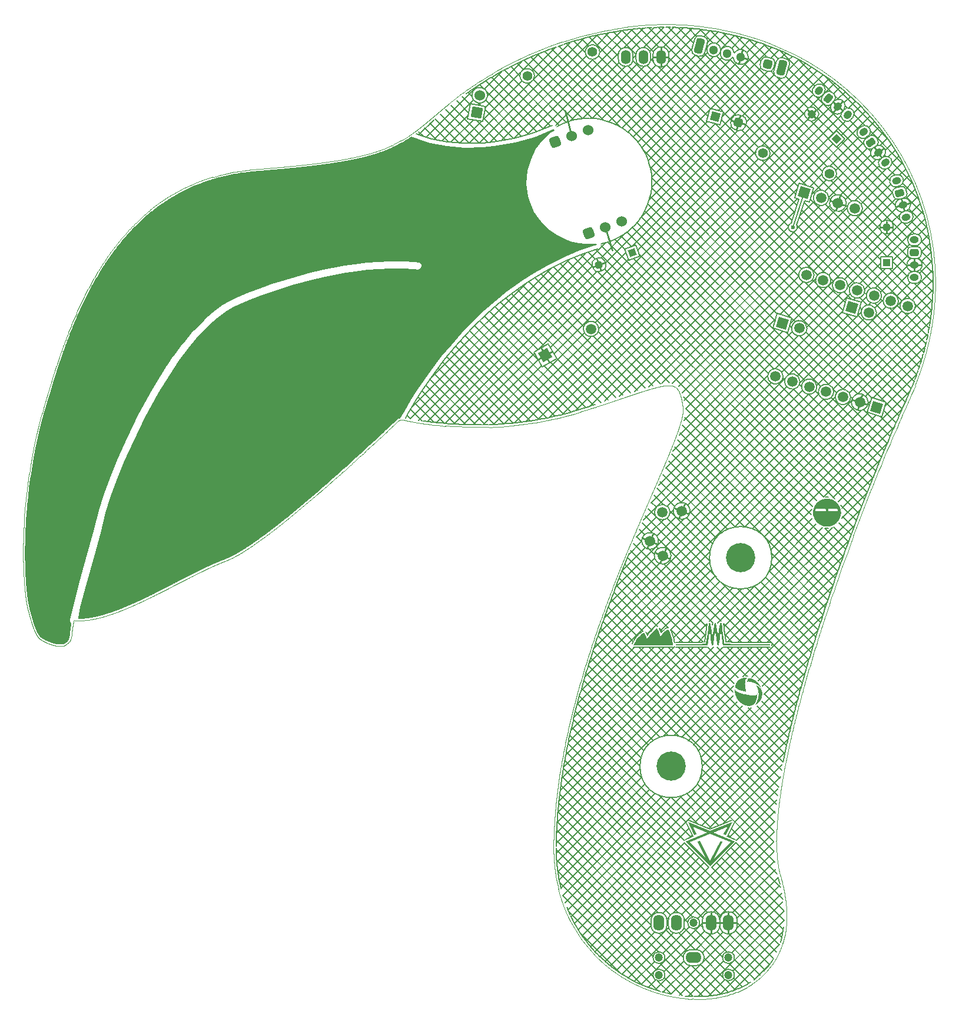
<source format=gbl>
G04*
G04 #@! TF.GenerationSoftware,Altium Limited,Altium Designer,24.6.1 (21)*
G04*
G04 Layer_Physical_Order=2*
G04 Layer_Color=3381759*
%FSLAX25Y25*%
%MOIN*%
G70*
G04*
G04 #@! TF.SameCoordinates,F1231132-C47A-4D83-8C5A-8FF387E60FE7*
G04*
G04*
G04 #@! TF.FilePolarity,Positive*
G04*
G01*
G75*
%ADD10C,0.00787*%
%ADD11C,0.00591*%
%ADD14C,0.00984*%
%ADD15C,0.00394*%
%ADD41C,0.05906*%
%ADD49C,0.05512*%
%ADD55C,0.05118*%
%ADD59P,0.08352X4X388.0*%
G04:AMPARAMS|DCode=60|XSize=39.37mil|YSize=51.18mil|CornerRadius=0mil|HoleSize=0mil|Usage=FLASHONLY|Rotation=140.000|XOffset=0mil|YOffset=0mil|HoleType=Round|Shape=Round|*
%AMOVALD60*
21,1,0.01181,0.03937,0.00000,0.00000,230.0*
1,1,0.03937,0.00380,0.00452*
1,1,0.03937,-0.00380,-0.00452*
%
%ADD60OVALD60*%

G04:AMPARAMS|DCode=61|XSize=39.37mil|YSize=51.18mil|CornerRadius=9.84mil|HoleSize=0mil|Usage=FLASHONLY|Rotation=140.000|XOffset=0mil|YOffset=0mil|HoleType=Round|Shape=RoundedRectangle|*
%AMROUNDEDRECTD61*
21,1,0.03937,0.03150,0,0,140.0*
21,1,0.01968,0.05118,0,0,140.0*
1,1,0.01968,0.00258,0.01839*
1,1,0.01968,0.01766,0.00574*
1,1,0.01968,-0.00258,-0.01839*
1,1,0.01968,-0.01766,-0.00574*
%
%ADD61ROUNDEDRECTD61*%
G04:AMPARAMS|DCode=62|XSize=39.37mil|YSize=51.18mil|CornerRadius=0mil|HoleSize=0mil|Usage=FLASHONLY|Rotation=125.000|XOffset=0mil|YOffset=0mil|HoleType=Round|Shape=Round|*
%AMOVALD62*
21,1,0.01181,0.03937,0.00000,0.00000,215.0*
1,1,0.03937,0.00484,0.00339*
1,1,0.03937,-0.00484,-0.00339*
%
%ADD62OVALD62*%

G04:AMPARAMS|DCode=63|XSize=39.37mil|YSize=51.18mil|CornerRadius=9.84mil|HoleSize=0mil|Usage=FLASHONLY|Rotation=125.000|XOffset=0mil|YOffset=0mil|HoleType=Round|Shape=RoundedRectangle|*
%AMROUNDEDRECTD63*
21,1,0.03937,0.03150,0,0,125.0*
21,1,0.01968,0.05118,0,0,125.0*
1,1,0.01968,0.00726,0.01709*
1,1,0.01968,0.01855,0.00097*
1,1,0.01968,-0.00726,-0.01709*
1,1,0.01968,-0.01855,-0.00097*
%
%ADD63ROUNDEDRECTD63*%
G04:AMPARAMS|DCode=64|XSize=39.37mil|YSize=51.18mil|CornerRadius=0mil|HoleSize=0mil|Usage=FLASHONLY|Rotation=105.000|XOffset=0mil|YOffset=0mil|HoleType=Round|Shape=Round|*
%AMOVALD64*
21,1,0.01181,0.03937,0.00000,0.00000,195.0*
1,1,0.03937,0.00570,0.00153*
1,1,0.03937,-0.00570,-0.00153*
%
%ADD64OVALD64*%

G04:AMPARAMS|DCode=65|XSize=39.37mil|YSize=51.18mil|CornerRadius=9.84mil|HoleSize=0mil|Usage=FLASHONLY|Rotation=105.000|XOffset=0mil|YOffset=0mil|HoleType=Round|Shape=RoundedRectangle|*
%AMROUNDEDRECTD65*
21,1,0.03937,0.03150,0,0,105.0*
21,1,0.01968,0.05118,0,0,105.0*
1,1,0.01968,0.01266,0.01358*
1,1,0.01968,0.01776,-0.00543*
1,1,0.01968,-0.01266,-0.01358*
1,1,0.01968,-0.01776,0.00543*
%
%ADD65ROUNDEDRECTD65*%
%ADD66O,0.05118X0.03937*%
G04:AMPARAMS|DCode=67|XSize=39.37mil|YSize=51.18mil|CornerRadius=9.84mil|HoleSize=0mil|Usage=FLASHONLY|Rotation=90.000|XOffset=0mil|YOffset=0mil|HoleType=Round|Shape=RoundedRectangle|*
%AMROUNDEDRECTD67*
21,1,0.03937,0.03150,0,0,90.0*
21,1,0.01968,0.05118,0,0,90.0*
1,1,0.01968,0.01575,0.00984*
1,1,0.01968,0.01575,-0.00984*
1,1,0.01968,-0.01575,-0.00984*
1,1,0.01968,-0.01575,0.00984*
%
%ADD67ROUNDEDRECTD67*%
%ADD68C,0.06000*%
G04:AMPARAMS|DCode=69|XSize=60mil|YSize=60mil|CornerRadius=15mil|HoleSize=0mil|Usage=FLASHONLY|Rotation=200.000|XOffset=0mil|YOffset=0mil|HoleType=Round|Shape=RoundedRectangle|*
%AMROUNDEDRECTD69*
21,1,0.06000,0.03000,0,0,200.0*
21,1,0.03000,0.06000,0,0,200.0*
1,1,0.03000,-0.01923,0.00897*
1,1,0.03000,0.00897,0.01923*
1,1,0.03000,0.01923,-0.00897*
1,1,0.03000,-0.00897,-0.01923*
%
%ADD69ROUNDEDRECTD69*%
%ADD70P,0.05568X4X245.0*%
G04:AMPARAMS|DCode=71|XSize=39.37mil|YSize=39.37mil|CornerRadius=9.84mil|HoleSize=0mil|Usage=FLASHONLY|Rotation=200.000|XOffset=0mil|YOffset=0mil|HoleType=Round|Shape=RoundedRectangle|*
%AMROUNDEDRECTD71*
21,1,0.03937,0.01968,0,0,200.0*
21,1,0.01968,0.03937,0,0,200.0*
1,1,0.01968,-0.01262,0.00588*
1,1,0.01968,0.00588,0.01262*
1,1,0.01968,0.01262,-0.00588*
1,1,0.01968,-0.00588,-0.01262*
%
%ADD71ROUNDEDRECTD71*%
%ADD72P,0.06960X4X390.0*%
G04:AMPARAMS|DCode=73|XSize=49.21mil|YSize=49.21mil|CornerRadius=12.3mil|HoleSize=0mil|Usage=FLASHONLY|Rotation=345.000|XOffset=0mil|YOffset=0mil|HoleType=Round|Shape=RoundedRectangle|*
%AMROUNDEDRECTD73*
21,1,0.04921,0.02461,0,0,345.0*
21,1,0.02461,0.04921,0,0,345.0*
1,1,0.02461,0.00870,-0.01507*
1,1,0.02461,-0.01507,-0.00870*
1,1,0.02461,-0.00870,0.01507*
1,1,0.02461,0.01507,0.00870*
%
%ADD73ROUNDEDRECTD73*%
%ADD74P,0.08352X4X165.0*%
%ADD75C,0.05906*%
%ADD76P,0.08485X4X305.0*%
%ADD77O,0.05512X0.07874*%
G04:AMPARAMS|DCode=78|XSize=86.61mil|YSize=47.24mil|CornerRadius=11.81mil|HoleSize=0mil|Usage=FLASHONLY|Rotation=255.000|XOffset=0mil|YOffset=0mil|HoleType=Round|Shape=RoundedRectangle|*
%AMROUNDEDRECTD78*
21,1,0.08661,0.02362,0,0,255.0*
21,1,0.06299,0.04724,0,0,255.0*
1,1,0.02362,-0.01956,-0.02737*
1,1,0.02362,-0.00326,0.03348*
1,1,0.02362,0.01956,0.02737*
1,1,0.02362,0.00326,-0.03348*
%
%ADD78ROUNDEDRECTD78*%
G04:AMPARAMS|DCode=79|XSize=51.18mil|YSize=51.18mil|CornerRadius=12.8mil|HoleSize=0mil|Usage=FLASHONLY|Rotation=165.000|XOffset=0mil|YOffset=0mil|HoleType=Round|Shape=RoundedRectangle|*
%AMROUNDEDRECTD79*
21,1,0.05118,0.02559,0,0,165.0*
21,1,0.02559,0.05118,0,0,165.0*
1,1,0.02559,-0.00905,0.01567*
1,1,0.02559,0.01567,0.00905*
1,1,0.02559,0.00905,-0.01567*
1,1,0.02559,-0.01567,-0.00905*
%
%ADD79ROUNDEDRECTD79*%
%ADD80R,0.03937X0.03937*%
G04:AMPARAMS|DCode=81|XSize=39.37mil|YSize=39.37mil|CornerRadius=9.84mil|HoleSize=0mil|Usage=FLASHONLY|Rotation=90.000|XOffset=0mil|YOffset=0mil|HoleType=Round|Shape=RoundedRectangle|*
%AMROUNDEDRECTD81*
21,1,0.03937,0.01968,0,0,90.0*
21,1,0.01968,0.03937,0,0,90.0*
1,1,0.01968,0.00984,0.00984*
1,1,0.01968,0.00984,-0.00984*
1,1,0.01968,-0.00984,-0.00984*
1,1,0.01968,-0.00984,0.00984*
%
%ADD81ROUNDEDRECTD81*%
%ADD82P,0.05568X4X180.0*%
G04:AMPARAMS|DCode=83|XSize=39.37mil|YSize=39.37mil|CornerRadius=9.84mil|HoleSize=0mil|Usage=FLASHONLY|Rotation=135.000|XOffset=0mil|YOffset=0mil|HoleType=Round|Shape=RoundedRectangle|*
%AMROUNDEDRECTD83*
21,1,0.03937,0.01968,0,0,135.0*
21,1,0.01968,0.03937,0,0,135.0*
1,1,0.01968,0.00000,0.01392*
1,1,0.01968,0.01392,0.00000*
1,1,0.01968,0.00000,-0.01392*
1,1,0.01968,-0.01392,0.00000*
%
%ADD83ROUNDEDRECTD83*%
%ADD84C,0.04724*%
%ADD85O,0.06299X0.09055*%
%ADD86O,0.09055X0.06299*%
%ADD87C,0.16535*%
%ADD88C,0.02362*%
G36*
X16670Y450527D02*
X14151Y448926D01*
X9653Y444745D01*
X6176Y440040D01*
X3223Y434190D01*
X1250Y427844D01*
X643Y420310D01*
X1847Y413122D01*
X2950Y409290D01*
X5093Y404355D01*
X7658Y400654D01*
X10288Y397472D01*
X13957Y394193D01*
X17950Y391369D01*
X22171Y389258D01*
X25612Y387765D01*
X30807Y386629D01*
X34346Y386336D01*
X39638Y386434D01*
X40424Y386528D01*
X40592Y385758D01*
X38889Y385210D01*
X31081Y382580D01*
X22729Y379180D01*
X12576Y374198D01*
X5005Y369850D01*
X-1245Y365835D01*
X-10262Y359341D01*
X-16725Y354145D01*
X-22835Y348796D01*
X-30857Y341086D01*
X-36105Y335593D01*
X-41811Y329187D01*
X-47170Y322721D01*
X-53004Y315155D01*
X-61088Y303567D01*
X-64510Y298200D01*
X-68464Y291533D01*
X-70522Y287571D01*
X-70723Y287546D01*
X-70805Y287519D01*
X-70891Y287510D01*
X-71563Y287306D01*
X-71651Y287260D01*
X-71745Y287231D01*
X-72365Y286900D01*
X-72453Y286828D01*
X-72551Y286771D01*
X-73402Y286030D01*
X-73415Y286012D01*
X-73434Y286001D01*
X-74802Y284700D01*
X-74802Y284699D01*
X-74952Y284558D01*
X-74952Y284558D01*
X-75106Y284412D01*
X-75262Y284263D01*
X-75422Y284112D01*
X-75422Y284112D01*
X-75585Y283958D01*
X-75751Y283801D01*
X-75751Y283801D01*
X-75919Y283641D01*
X-75919Y283641D01*
X-76091Y283478D01*
X-76266Y283313D01*
X-76266Y283313D01*
X-76444Y283145D01*
X-76444Y283145D01*
X-76685Y282917D01*
X-76685Y282917D01*
X-76932Y282684D01*
X-76932Y282684D01*
X-77184Y282446D01*
X-77441Y282204D01*
X-77703Y281957D01*
X-78038Y281642D01*
X-78038Y281642D01*
X-78380Y281320D01*
X-78729Y280991D01*
X-79159Y280587D01*
X-79159Y280587D01*
X-79599Y280174D01*
X-80127Y279679D01*
X-80667Y279173D01*
X-80667Y279173D01*
X-81303Y278578D01*
X-82121Y277813D01*
X-83227Y276782D01*
X-85285Y274868D01*
X-90510Y270045D01*
X-92096Y268590D01*
X-93396Y267401D01*
X-94500Y266394D01*
X-94500Y266394D01*
X-95509Y265476D01*
X-96531Y264547D01*
X-96531Y264547D01*
X-97451Y263714D01*
X-98264Y262977D01*
X-98264Y262977D01*
X-99086Y262235D01*
X-99086Y262235D01*
X-99913Y261489D01*
X-100629Y260844D01*
X-101349Y260197D01*
X-102074Y259546D01*
X-102804Y258893D01*
X-103539Y258235D01*
X-104153Y257686D01*
X-104772Y257134D01*
X-105393Y256581D01*
X-106016Y256027D01*
X-106643Y255470D01*
X-106643Y255470D01*
X-107271Y254913D01*
X-107903Y254354D01*
X-108537Y253793D01*
X-108537Y253793D01*
X-109172Y253232D01*
X-109683Y252782D01*
X-109683Y252782D01*
X-110195Y252331D01*
X-110708Y251880D01*
X-110708Y251880D01*
X-111222Y251429D01*
X-111737Y250977D01*
X-112254Y250524D01*
X-112772Y250071D01*
X-113291Y249618D01*
X-113811Y249164D01*
X-114332Y248710D01*
X-114332Y248710D01*
X-114854Y248257D01*
X-114854Y248257D01*
X-115376Y247803D01*
X-115900Y247349D01*
X-116424Y246895D01*
X-116949Y246441D01*
X-117475Y245987D01*
X-117475Y245987D01*
X-118001Y245534D01*
X-118528Y245080D01*
X-118924Y244740D01*
X-119320Y244401D01*
X-119717Y244060D01*
X-120113Y243721D01*
X-120509Y243382D01*
X-120906Y243043D01*
X-120906Y243043D01*
X-121303Y242705D01*
X-121701Y242366D01*
X-122098Y242028D01*
X-122496Y241690D01*
X-122894Y241353D01*
X-122894Y241353D01*
X-123291Y241016D01*
X-123689Y240679D01*
X-123690Y240679D01*
X-124088Y240343D01*
X-124485Y240007D01*
X-124883Y239672D01*
X-125281Y239337D01*
X-125679Y239003D01*
X-126077Y238669D01*
X-126475Y238336D01*
X-126873Y238003D01*
X-127270Y237671D01*
X-127668Y237339D01*
X-128066Y237008D01*
X-128066Y237008D01*
X-128462Y236678D01*
X-128860Y236348D01*
X-129257Y236019D01*
X-129654Y235691D01*
X-130049Y235364D01*
X-130446Y235037D01*
X-130446Y235037D01*
X-130842Y234711D01*
X-130842Y234711D01*
X-131237Y234387D01*
X-131237Y234387D01*
X-131633Y234062D01*
X-131633Y234062D01*
X-132027Y233739D01*
X-132422Y233416D01*
X-132817Y233095D01*
X-133210Y232774D01*
X-133210Y232774D01*
X-133604Y232454D01*
X-133997Y232135D01*
X-134389Y231817D01*
X-134389Y231817D01*
X-134780Y231501D01*
X-134780Y231501D01*
X-135042Y231290D01*
X-135302Y231080D01*
X-135563Y230870D01*
X-135823Y230661D01*
X-136083Y230452D01*
X-136344Y230243D01*
X-136603Y230036D01*
X-136603Y230036D01*
X-136863Y229828D01*
X-137122Y229621D01*
X-137122Y229621D01*
X-137380Y229415D01*
X-137638Y229210D01*
X-137897Y229004D01*
X-138155Y228799D01*
X-138412Y228595D01*
X-138670Y228391D01*
X-138927Y228189D01*
X-139183Y227986D01*
X-139440Y227783D01*
X-139696Y227582D01*
X-139696Y227582D01*
X-139952Y227381D01*
X-140207Y227181D01*
X-140462Y226982D01*
X-140717Y226782D01*
X-140717Y226782D01*
X-140972Y226584D01*
X-141225Y226385D01*
X-141225Y226385D01*
X-141478Y226189D01*
X-141478Y226189D01*
X-141732Y225992D01*
X-141732Y225992D01*
X-141985Y225795D01*
X-142237Y225601D01*
X-142489Y225406D01*
X-142489Y225406D01*
X-142741Y225212D01*
X-142992Y225017D01*
X-143243Y224825D01*
X-143493Y224633D01*
X-143744Y224441D01*
X-143993Y224251D01*
X-144242Y224060D01*
X-144491Y223870D01*
X-144739Y223682D01*
X-144986Y223494D01*
X-145234Y223307D01*
X-145481Y223120D01*
X-145728Y222934D01*
X-145973Y222749D01*
X-146219Y222564D01*
X-146464Y222381D01*
X-146708Y222198D01*
X-146953Y222015D01*
X-147195Y221834D01*
X-147195Y221834D01*
X-147438Y221653D01*
X-147681Y221473D01*
X-147923Y221293D01*
X-148164Y221116D01*
X-148405Y220938D01*
X-148646Y220761D01*
X-148885Y220585D01*
X-149125Y220409D01*
X-149364Y220235D01*
X-149601Y220062D01*
X-149838Y219889D01*
X-150076Y219717D01*
X-150312Y219546D01*
X-150312Y219546D01*
X-150547Y219376D01*
X-150783Y219206D01*
X-150783Y219206D01*
X-151018Y219038D01*
X-151252Y218870D01*
X-151485Y218703D01*
X-151717Y218538D01*
X-151949Y218373D01*
X-152181Y218208D01*
X-152412Y218045D01*
X-152641Y217883D01*
X-152872Y217721D01*
X-152872Y217721D01*
X-153100Y217561D01*
X-153329Y217401D01*
X-153556Y217243D01*
X-153782Y217086D01*
X-154009Y216928D01*
X-154234Y216774D01*
X-154459Y216618D01*
X-154682Y216465D01*
X-154906Y216311D01*
X-155130Y216159D01*
X-155350Y216009D01*
X-155571Y215859D01*
X-155792Y215710D01*
X-156012Y215562D01*
X-156231Y215416D01*
X-156449Y215269D01*
X-156666Y215125D01*
X-156884Y214980D01*
X-157100Y214837D01*
X-157315Y214696D01*
X-157529Y214555D01*
X-157742Y214416D01*
X-157955Y214277D01*
X-158167Y214139D01*
X-158379Y214003D01*
X-158588Y213868D01*
X-158800Y213733D01*
X-159008Y213599D01*
X-159215Y213468D01*
X-159215Y213468D01*
X-159319Y213402D01*
X-159423Y213336D01*
X-159526Y213271D01*
X-159628Y213207D01*
X-159628Y213207D01*
X-159731Y213142D01*
X-159835Y213078D01*
X-159835Y213078D01*
X-159936Y213014D01*
X-159936Y213014D01*
X-160038Y212951D01*
X-160038Y212951D01*
X-160141Y212887D01*
X-160242Y212824D01*
X-160343Y212761D01*
X-160446Y212698D01*
X-160446Y212698D01*
X-160546Y212636D01*
X-160546Y212636D01*
X-160647Y212575D01*
X-160747Y212513D01*
X-160848Y212451D01*
X-160948Y212390D01*
X-161048Y212330D01*
X-161148Y212268D01*
X-161148Y212268D01*
X-161247Y212209D01*
X-161347Y212148D01*
X-161347Y212148D01*
X-161445Y212089D01*
X-161545Y212029D01*
X-161545Y212029D01*
X-161643Y211971D01*
X-161742Y211912D01*
X-161742Y211912D01*
X-161840Y211853D01*
X-161840Y211853D01*
X-161938Y211795D01*
X-162035Y211738D01*
X-162132Y211680D01*
X-162230Y211622D01*
X-162327Y211565D01*
X-162423Y211509D01*
X-162521Y211452D01*
X-162521Y211452D01*
X-162617Y211396D01*
X-162712Y211341D01*
X-162808Y211286D01*
X-162903Y211230D01*
X-163000Y211175D01*
X-163093Y211121D01*
X-163093Y211121D01*
X-163188Y211067D01*
X-163284Y211012D01*
X-163378Y210959D01*
X-163471Y210906D01*
X-163566Y210853D01*
X-163660Y210800D01*
X-163752Y210748D01*
X-163752Y210748D01*
X-163846Y210696D01*
X-163939Y210644D01*
X-164031Y210593D01*
X-164124Y210541D01*
X-164215Y210491D01*
X-164308Y210440D01*
X-164398Y210390D01*
X-164491Y210340D01*
X-164582Y210291D01*
X-164673Y210241D01*
X-164762Y210193D01*
X-164854Y210144D01*
X-164944Y210096D01*
X-165034Y210048D01*
X-165122Y210001D01*
X-165212Y209953D01*
X-165300Y209907D01*
X-165300Y209907D01*
X-165390Y209860D01*
X-165479Y209813D01*
X-165565Y209768D01*
X-165655Y209722D01*
X-165743Y209677D01*
X-165743Y209677D01*
X-165828Y209633D01*
X-165917Y209587D01*
X-166004Y209543D01*
X-166089Y209500D01*
X-166177Y209455D01*
X-166261Y209413D01*
X-166347Y209370D01*
X-166433Y209327D01*
X-166519Y209284D01*
X-166603Y209243D01*
X-166689Y209201D01*
X-166772Y209161D01*
X-166856Y209120D01*
X-166941Y209078D01*
X-167025Y209038D01*
X-167108Y208998D01*
X-167190Y208959D01*
X-167273Y208920D01*
X-167354Y208882D01*
X-167438Y208843D01*
X-167520Y208805D01*
X-167600Y208768D01*
X-167683Y208729D01*
X-167683Y208729D01*
X-167762Y208693D01*
X-167843Y208656D01*
X-167925Y208619D01*
X-168005Y208583D01*
X-168083Y208548D01*
X-168163Y208513D01*
X-168241Y208478D01*
X-168322Y208443D01*
X-168399Y208409D01*
X-168479Y208375D01*
X-168479Y208375D01*
X-168557Y208341D01*
X-168633Y208309D01*
X-168712Y208275D01*
X-168787Y208244D01*
X-168866Y208211D01*
X-168940Y208180D01*
X-169018Y208148D01*
X-169093Y208117D01*
X-169167Y208087D01*
X-169243Y208057D01*
X-169318Y208027D01*
X-169393Y207997D01*
X-169468Y207967D01*
X-169541Y207939D01*
X-169614Y207911D01*
X-169687Y207883D01*
X-169762Y207855D01*
X-169989Y207769D01*
X-169990Y207768D01*
X-169991Y207768D01*
X-170142Y207710D01*
X-170143Y207710D01*
X-170144Y207709D01*
X-170296Y207651D01*
X-170297Y207651D01*
X-170298Y207651D01*
X-170450Y207592D01*
X-170451Y207591D01*
X-170451Y207591D01*
X-170604Y207532D01*
X-170605Y207532D01*
X-170606Y207532D01*
X-170758Y207472D01*
X-170759Y207472D01*
X-170760Y207471D01*
X-170913Y207412D01*
X-170914Y207411D01*
X-170915Y207411D01*
X-171068Y207351D01*
X-171069Y207350D01*
X-171070Y207350D01*
X-171223Y207290D01*
X-171224Y207289D01*
X-171225Y207289D01*
X-171379Y207228D01*
X-171380Y207228D01*
X-171380Y207227D01*
X-171535Y207166D01*
X-171535Y207166D01*
X-171536Y207165D01*
X-171691Y207104D01*
X-171692Y207103D01*
X-171692Y207103D01*
X-171847Y207041D01*
X-171848Y207040D01*
X-171849Y207040D01*
X-172004Y206978D01*
X-172005Y206977D01*
X-172005Y206977D01*
X-172161Y206914D01*
X-172161Y206914D01*
X-172162Y206914D01*
X-172318Y206850D01*
X-172319Y206850D01*
X-172319Y206850D01*
X-172476Y206786D01*
X-172476Y206786D01*
X-172477Y206785D01*
X-172633Y206721D01*
X-172634Y206721D01*
X-172634Y206721D01*
X-172791Y206656D01*
X-172792Y206656D01*
X-172792Y206656D01*
X-172950Y206591D01*
X-172950Y206591D01*
X-172951Y206591D01*
X-173108Y206525D01*
X-173109Y206525D01*
X-173109Y206525D01*
X-173267Y206459D01*
X-173267Y206459D01*
X-173268Y206459D01*
X-173426Y206393D01*
X-173426Y206393D01*
X-173427Y206392D01*
X-173585Y206326D01*
X-173586Y206326D01*
X-173586Y206326D01*
X-173745Y206259D01*
X-173745Y206259D01*
X-173746Y206259D01*
X-173905Y206191D01*
X-173905Y206191D01*
X-173906Y206191D01*
X-174065Y206124D01*
X-174065Y206123D01*
X-174066Y206123D01*
X-174225Y206055D01*
X-174226Y206055D01*
X-174226Y206055D01*
X-174386Y205987D01*
X-174386Y205987D01*
X-174387Y205986D01*
X-174547Y205918D01*
X-174547Y205918D01*
X-174548Y205918D01*
X-174708Y205849D01*
X-174708Y205849D01*
X-174709Y205848D01*
X-174869Y205779D01*
X-174870Y205779D01*
X-174870Y205779D01*
X-175031Y205710D01*
X-175031Y205709D01*
X-175032Y205709D01*
X-175193Y205639D01*
X-175193Y205639D01*
X-175194Y205639D01*
X-175355Y205569D01*
X-175355Y205568D01*
X-175356Y205568D01*
X-175517Y205498D01*
X-175518Y205498D01*
X-175518Y205497D01*
X-175680Y205427D01*
X-175680Y205426D01*
X-175681Y205426D01*
X-175843Y205355D01*
X-175843Y205355D01*
X-175844Y205355D01*
X-176006Y205283D01*
X-176006Y205283D01*
X-176007Y205283D01*
X-176169Y205211D01*
X-176170Y205211D01*
X-176170Y205211D01*
X-176333Y205139D01*
X-176333Y205138D01*
X-176334Y205138D01*
X-176497Y205066D01*
X-176497Y205066D01*
X-176498Y205066D01*
X-176661Y204993D01*
X-176661Y204993D01*
X-176662Y204993D01*
X-176825Y204920D01*
X-176825Y204919D01*
X-176826Y204919D01*
X-176990Y204846D01*
X-176990Y204845D01*
X-176990Y204845D01*
X-177154Y204772D01*
X-177155Y204771D01*
X-177155Y204771D01*
X-177319Y204697D01*
X-177320Y204697D01*
X-177320Y204697D01*
X-177485Y204623D01*
X-177485Y204623D01*
X-177486Y204623D01*
X-177650Y204548D01*
X-177651Y204548D01*
X-177651Y204548D01*
X-177816Y204473D01*
X-177816Y204472D01*
X-177817Y204472D01*
X-177982Y204397D01*
X-177982Y204397D01*
X-177983Y204397D01*
X-178148Y204321D01*
X-178148Y204321D01*
X-178149Y204321D01*
X-178314Y204245D01*
X-178315Y204245D01*
X-178315Y204245D01*
X-178481Y204169D01*
X-178481Y204169D01*
X-178482Y204169D01*
X-178648Y204092D01*
X-178648Y204092D01*
X-178649Y204092D01*
X-178815Y204015D01*
X-178815Y204015D01*
X-178816Y204015D01*
X-178982Y203938D01*
X-178983Y203938D01*
X-178983Y203938D01*
X-179150Y203861D01*
X-179150Y203860D01*
X-179151Y203860D01*
X-179318Y203783D01*
X-179318Y203783D01*
X-179318Y203783D01*
X-179485Y203705D01*
X-179486Y203705D01*
X-179486Y203704D01*
X-179654Y203626D01*
X-179654Y203626D01*
X-179655Y203626D01*
X-179822Y203548D01*
X-179823Y203548D01*
X-179823Y203548D01*
X-179991Y203469D01*
X-179991Y203469D01*
X-179991Y203469D01*
X-180160Y203390D01*
X-180160Y203390D01*
X-180160Y203390D01*
X-180329Y203310D01*
X-180329Y203310D01*
X-180329Y203310D01*
X-180498Y203231D01*
X-180498Y203231D01*
X-180499Y203230D01*
X-180667Y203151D01*
X-180668Y203151D01*
X-180668Y203151D01*
X-180837Y203071D01*
X-180837Y203070D01*
X-180838Y203070D01*
X-181007Y202990D01*
X-181007Y202990D01*
X-181008Y202990D01*
X-181177Y202909D01*
X-181177Y202909D01*
X-181178Y202909D01*
X-181347Y202829D01*
X-181348Y202828D01*
X-181348Y202828D01*
X-181518Y202747D01*
X-181518Y202747D01*
X-181518Y202747D01*
X-181688Y202666D01*
X-181689Y202666D01*
X-181689Y202666D01*
X-181859Y202584D01*
X-181860Y202584D01*
X-181860Y202584D01*
X-182030Y202502D01*
X-182031Y202502D01*
X-182031Y202502D01*
X-182202Y202420D01*
X-182202Y202420D01*
X-182202Y202420D01*
X-182373Y202338D01*
X-182373Y202338D01*
X-182374Y202338D01*
X-182545Y202255D01*
X-182545Y202255D01*
X-182545Y202255D01*
X-182717Y202172D01*
X-182717Y202172D01*
X-182717Y202172D01*
X-182889Y202089D01*
X-182889Y202089D01*
X-182889Y202089D01*
X-183061Y202006D01*
X-183061Y202006D01*
X-183062Y202006D01*
X-183233Y201922D01*
X-183234Y201922D01*
X-183234Y201922D01*
X-183406Y201839D01*
X-183406Y201838D01*
X-183407Y201838D01*
X-183579Y201755D01*
X-183579Y201754D01*
X-183579Y201754D01*
X-183752Y201670D01*
X-183752Y201670D01*
X-183752Y201670D01*
X-183925Y201586D01*
X-183925Y201586D01*
X-183926Y201586D01*
X-184098Y201501D01*
X-184099Y201501D01*
X-184099Y201501D01*
X-184272Y201416D01*
X-184272Y201416D01*
X-184273Y201416D01*
X-184446Y201331D01*
X-184446Y201331D01*
X-184446Y201331D01*
X-184620Y201246D01*
X-184620Y201246D01*
X-184620Y201246D01*
X-184794Y201161D01*
X-184794Y201161D01*
X-184794Y201160D01*
X-184968Y201075D01*
X-184968Y201075D01*
X-184969Y201075D01*
X-185143Y200989D01*
X-185143Y200989D01*
X-185143Y200989D01*
X-185317Y200903D01*
X-185317Y200903D01*
X-185318Y200903D01*
X-185492Y200817D01*
X-185492Y200816D01*
X-185492Y200816D01*
X-185667Y200730D01*
X-185667Y200730D01*
X-185667Y200730D01*
X-185842Y200643D01*
X-185842Y200643D01*
X-185843Y200643D01*
X-186017Y200557D01*
X-186018Y200556D01*
X-186018Y200556D01*
X-186193Y200470D01*
X-186193Y200469D01*
X-186193Y200469D01*
X-186369Y200382D01*
X-186369Y200382D01*
X-186369Y200382D01*
X-186544Y200295D01*
X-186545Y200295D01*
X-186545Y200295D01*
X-186720Y200207D01*
X-186721Y200207D01*
X-186721Y200207D01*
X-186897Y200120D01*
X-186897Y200119D01*
X-186897Y200119D01*
X-187073Y200032D01*
X-187073Y200031D01*
X-187073Y200031D01*
X-187249Y199943D01*
X-187250Y199943D01*
X-187250Y199943D01*
X-187426Y199855D01*
X-187426Y199855D01*
X-187426Y199855D01*
X-187514Y199811D01*
X-187514Y199811D01*
X-187515Y199811D01*
X-187603Y199767D01*
X-187603Y199767D01*
X-187603Y199767D01*
X-187691Y199722D01*
X-187691Y199722D01*
X-187691Y199722D01*
X-187780Y199678D01*
X-187780Y199678D01*
X-187780Y199678D01*
X-187868Y199634D01*
X-187868Y199634D01*
X-187868Y199634D01*
X-187957Y199589D01*
X-187957Y199589D01*
X-187957Y199589D01*
X-188045Y199545D01*
X-188046Y199545D01*
X-188046Y199545D01*
X-188134Y199500D01*
X-188134Y199500D01*
X-188134Y199500D01*
X-188223Y199456D01*
X-188223Y199455D01*
X-188223Y199455D01*
X-188312Y199411D01*
X-188312Y199411D01*
X-188312Y199411D01*
X-188400Y199366D01*
X-188400Y199366D01*
X-188400Y199366D01*
X-188489Y199322D01*
X-188489Y199322D01*
X-188489Y199322D01*
X-188578Y199277D01*
X-188578Y199277D01*
X-188578Y199277D01*
X-188667Y199232D01*
X-188667Y199232D01*
X-188667Y199232D01*
X-188756Y199187D01*
X-188756Y199187D01*
X-188756Y199187D01*
X-188845Y199143D01*
X-188845Y199143D01*
X-188845Y199143D01*
X-188934Y199098D01*
X-188934Y199098D01*
X-188934Y199098D01*
X-189023Y199053D01*
X-189023Y199053D01*
X-189023Y199053D01*
X-189112Y199008D01*
X-189112Y199008D01*
X-189112Y199008D01*
X-189201Y198963D01*
X-189201Y198963D01*
X-189201Y198963D01*
X-189379Y198873D01*
X-189379Y198873D01*
X-189379Y198873D01*
X-189468Y198828D01*
X-189468Y198828D01*
X-189468Y198828D01*
X-189558Y198783D01*
X-189558Y198783D01*
X-189558Y198783D01*
X-189647Y198737D01*
X-189647Y198737D01*
X-189647Y198737D01*
X-189736Y198692D01*
X-189736Y198692D01*
X-189736Y198692D01*
X-189825Y198647D01*
X-189825Y198647D01*
X-189825Y198647D01*
X-189915Y198602D01*
X-189915Y198602D01*
X-189915Y198602D01*
X-190004Y198556D01*
X-190004Y198556D01*
X-190094Y198511D01*
X-190094Y198511D01*
X-190094Y198511D01*
X-190273Y198420D01*
X-190273Y198420D01*
X-190273Y198420D01*
X-190362Y198375D01*
X-190362Y198375D01*
X-190362Y198375D01*
X-190452Y198329D01*
X-190452Y198329D01*
X-190452Y198329D01*
X-190541Y198284D01*
X-190542Y198284D01*
X-190542Y198284D01*
X-190631Y198238D01*
X-190631Y198238D01*
X-190631Y198238D01*
X-190721Y198193D01*
X-190721Y198193D01*
X-190721Y198193D01*
X-190810Y198147D01*
X-190811Y198147D01*
X-190811Y198147D01*
X-190900Y198101D01*
X-190900Y198101D01*
X-190900Y198101D01*
X-190990Y198056D01*
X-190990Y198056D01*
X-191080Y198010D01*
X-191080Y198010D01*
X-191080Y198010D01*
X-191170Y197964D01*
X-191170Y197964D01*
X-191170Y197964D01*
X-191260Y197919D01*
X-191260Y197918D01*
X-191260Y197918D01*
X-191439Y197827D01*
X-191439Y197827D01*
X-191440Y197827D01*
X-191619Y197735D01*
X-191620Y197735D01*
X-191620Y197735D01*
X-191709Y197689D01*
X-191710Y197689D01*
X-191710Y197689D01*
X-191890Y197597D01*
X-191890Y197597D01*
X-191890Y197597D01*
X-191980Y197551D01*
X-191980Y197551D01*
X-191980Y197551D01*
X-192070Y197505D01*
X-192070Y197505D01*
X-192070Y197505D01*
X-192160Y197459D01*
X-192160Y197459D01*
X-192160Y197459D01*
X-192251Y197413D01*
X-192251Y197413D01*
X-192341Y197367D01*
X-192341Y197367D01*
X-192341Y197367D01*
X-192431Y197321D01*
X-192431Y197321D01*
X-192431Y197321D01*
X-192521Y197275D01*
X-192521Y197275D01*
X-192521Y197275D01*
X-192612Y197229D01*
X-192612Y197228D01*
X-192612Y197228D01*
X-192792Y197136D01*
X-192792Y197136D01*
X-192793Y197136D01*
X-192883Y197090D01*
X-192883Y197090D01*
X-192973Y197043D01*
X-192973Y197043D01*
X-192973Y197043D01*
X-193245Y196904D01*
X-193245Y196904D01*
X-193245Y196904D01*
X-193336Y196858D01*
X-193336Y196858D01*
X-193336Y196858D01*
X-193426Y196811D01*
X-193426Y196811D01*
X-193517Y196765D01*
X-193517Y196765D01*
X-193607Y196719D01*
X-193607Y196719D01*
X-193608Y196719D01*
X-193698Y196672D01*
X-193698Y196672D01*
X-193698Y196672D01*
X-193880Y196579D01*
X-193880Y196579D01*
X-193880Y196579D01*
X-193971Y196532D01*
X-193971Y196532D01*
X-193971Y196532D01*
X-194061Y196486D01*
X-194152Y196439D01*
X-194152Y196439D01*
X-194152Y196439D01*
X-194243Y196393D01*
X-194243Y196393D01*
X-194334Y196346D01*
X-194334Y196346D01*
X-194334Y196346D01*
X-194425Y196299D01*
X-194425Y196299D01*
X-194425Y196299D01*
X-194516Y196252D01*
X-194698Y196159D01*
X-194698Y196159D01*
X-194789Y196112D01*
X-194789Y196112D01*
X-194789Y196112D01*
X-194880Y196065D01*
X-194880Y196065D01*
X-194971Y196019D01*
X-194971Y196019D01*
X-194971Y196019D01*
X-195153Y195925D01*
X-195153Y195925D01*
X-195153Y195925D01*
X-195244Y195878D01*
X-195335Y195831D01*
X-195335Y195831D01*
X-195427Y195784D01*
X-195427Y195784D01*
X-195427Y195784D01*
X-195609Y195690D01*
X-195609Y195690D01*
X-195701Y195643D01*
X-195701Y195643D01*
X-195701Y195643D01*
X-195792Y195596D01*
X-195883Y195549D01*
X-195883Y195549D01*
X-195883Y195549D01*
X-195975Y195502D01*
X-196066Y195455D01*
X-196066Y195455D01*
X-196157Y195408D01*
X-196157Y195408D01*
X-196157Y195408D01*
X-196249Y195361D01*
X-196340Y195314D01*
X-196340Y195314D01*
X-196340Y195314D01*
X-196432Y195267D01*
X-196432Y195267D01*
X-196523Y195220D01*
X-196523Y195220D01*
X-196523Y195220D01*
X-196706Y195126D01*
X-196706Y195126D01*
X-196798Y195079D01*
X-196798Y195079D01*
X-196798Y195079D01*
X-197073Y194937D01*
X-197073Y194937D01*
X-197256Y194843D01*
X-197348Y194795D01*
X-197348Y194795D01*
X-197623Y194654D01*
X-197623Y194654D01*
X-198174Y194370D01*
X-198174Y194370D01*
X-198174Y194370D01*
X-198358Y194275D01*
X-198358Y194275D01*
X-198450Y194228D01*
X-198634Y194133D01*
X-198634Y194133D01*
X-198634Y194133D01*
X-198726Y194086D01*
X-199094Y193896D01*
X-199646Y193611D01*
X-199739Y193564D01*
X-199739Y193564D01*
X-199739Y193564D01*
X-199831Y193516D01*
X-199923Y193469D01*
X-199923Y193469D01*
X-199923Y193469D01*
X-200016Y193421D01*
X-200108Y193374D01*
X-200108Y193374D01*
X-200200Y193326D01*
X-200200Y193326D01*
X-200292Y193279D01*
X-200292Y193279D01*
X-200477Y193184D01*
X-200477Y193184D01*
X-200662Y193089D01*
X-200939Y192946D01*
X-201031Y192899D01*
X-201309Y192756D01*
X-201401Y192709D01*
X-201401Y192709D01*
X-201401Y192709D01*
X-201494Y192661D01*
X-201586Y192614D01*
X-201771Y192519D01*
X-201956Y192424D01*
X-202049Y192376D01*
X-202049Y192376D01*
X-202234Y192281D01*
X-202419Y192186D01*
X-202512Y192139D01*
X-202697Y192044D01*
X-202790Y191996D01*
X-202975Y191901D01*
X-203161Y191806D01*
X-203254Y191759D01*
X-203254Y191759D01*
X-203346Y191711D01*
X-203532Y191616D01*
X-203717Y191522D01*
X-203903Y191427D01*
X-204089Y191332D01*
X-204181Y191285D01*
X-204181Y191285D01*
X-204274Y191237D01*
X-204460Y191142D01*
X-204646Y191048D01*
X-204739Y191000D01*
X-204924Y190906D01*
X-205110Y190811D01*
X-205296Y190716D01*
X-205482Y190622D01*
X-205575Y190575D01*
X-205668Y190527D01*
X-205761Y190480D01*
X-205854Y190433D01*
X-206040Y190339D01*
X-206132Y190291D01*
X-206226Y190244D01*
X-206412Y190150D01*
X-206504Y190103D01*
X-206598Y190056D01*
X-206598Y190056D01*
X-206691Y190009D01*
X-206784Y189962D01*
X-206876Y189915D01*
X-206970Y189867D01*
X-206970Y189867D01*
X-207063Y189820D01*
X-207249Y189726D01*
X-207342Y189680D01*
X-207435Y189632D01*
X-207528Y189586D01*
X-207714Y189492D01*
X-207714Y189492D01*
X-207900Y189398D01*
X-207900Y189398D01*
X-208086Y189304D01*
X-208086Y189304D01*
X-208272Y189211D01*
X-208459Y189117D01*
X-208644Y189024D01*
X-208830Y188931D01*
X-209017Y188837D01*
X-209203Y188744D01*
X-209389Y188651D01*
X-209575Y188558D01*
X-209762Y188465D01*
X-209947Y188372D01*
X-209947Y188372D01*
X-210133Y188280D01*
X-210133Y188280D01*
X-210320Y188187D01*
X-210506Y188095D01*
X-210692Y188002D01*
X-210878Y187910D01*
X-211064Y187818D01*
X-211250Y187726D01*
X-211250Y187726D01*
X-211436Y187634D01*
X-211623Y187542D01*
X-211808Y187450D01*
X-211995Y187359D01*
X-212180Y187267D01*
X-212366Y187176D01*
X-212552Y187085D01*
X-212738Y186994D01*
X-212924Y186903D01*
X-213109Y186812D01*
X-213296Y186721D01*
X-213296Y186721D01*
X-213482Y186631D01*
X-213482Y186631D01*
X-213667Y186541D01*
X-213853Y186451D01*
X-214039Y186360D01*
X-214224Y186270D01*
X-214409Y186181D01*
X-214595Y186091D01*
X-214780Y186002D01*
X-214967Y185912D01*
X-215152Y185823D01*
X-215337Y185734D01*
X-215522Y185646D01*
X-215708Y185557D01*
X-215708Y185557D01*
X-215893Y185469D01*
X-216078Y185380D01*
X-216264Y185292D01*
X-216448Y185204D01*
X-216634Y185116D01*
X-216818Y185029D01*
X-217004Y184941D01*
X-217188Y184854D01*
X-217188Y184854D01*
X-217374Y184767D01*
X-217558Y184680D01*
X-217743Y184594D01*
X-217927Y184507D01*
X-218112Y184421D01*
X-218297Y184335D01*
X-218481Y184249D01*
X-218666Y184163D01*
X-218666Y184163D01*
X-218850Y184078D01*
X-219033Y183993D01*
X-219218Y183908D01*
X-219402Y183823D01*
X-219586Y183739D01*
X-219586Y183739D01*
X-219770Y183654D01*
X-219954Y183570D01*
X-219954Y183570D01*
X-220138Y183486D01*
X-220321Y183402D01*
X-220504Y183319D01*
X-220504Y183319D01*
X-220689Y183235D01*
X-220871Y183152D01*
X-221055Y183069D01*
X-221238Y182987D01*
X-221422Y182904D01*
X-221604Y182823D01*
X-221788Y182740D01*
X-221971Y182659D01*
X-222153Y182577D01*
X-222335Y182497D01*
X-222335Y182497D01*
X-222519Y182415D01*
X-222701Y182335D01*
X-222884Y182254D01*
X-223065Y182175D01*
X-223247Y182095D01*
X-223430Y182015D01*
X-223612Y181935D01*
X-223793Y181857D01*
X-223793Y181857D01*
X-223976Y181778D01*
X-224157Y181699D01*
X-224338Y181621D01*
X-224338Y181621D01*
X-224520Y181543D01*
X-224701Y181465D01*
X-224882Y181388D01*
X-225064Y181310D01*
X-225244Y181234D01*
X-225425Y181157D01*
X-225606Y181081D01*
X-225606Y181081D01*
X-225787Y181005D01*
X-225968Y180929D01*
X-225968Y180929D01*
X-226147Y180854D01*
X-226147Y180854D01*
X-226327Y180779D01*
X-226507Y180704D01*
X-226687Y180629D01*
X-226868Y180555D01*
X-227046Y180481D01*
X-227046Y180481D01*
X-227226Y180408D01*
X-227406Y180334D01*
X-227586Y180261D01*
X-227764Y180189D01*
X-227943Y180116D01*
X-228121Y180044D01*
X-228301Y179972D01*
X-228479Y179901D01*
X-228657Y179830D01*
X-228657D01*
X-228837Y179759D01*
X-229013Y179689D01*
X-229193Y179618D01*
X-229370Y179548D01*
X-229548Y179479D01*
X-229726Y179410D01*
X-229902Y179342D01*
X-230079Y179273D01*
X-230079Y179273D01*
X-230257Y179205D01*
X-230433Y179137D01*
X-230611Y179069D01*
X-230786Y179003D01*
X-230962Y178936D01*
X-231139Y178869D01*
X-231316Y178804D01*
X-231492Y178738D01*
X-231666Y178673D01*
X-231843Y178608D01*
X-231843Y178608D01*
X-232017Y178544D01*
X-232192Y178479D01*
X-232367Y178416D01*
X-232543Y178352D01*
X-232717Y178289D01*
X-232891Y178227D01*
X-233067Y178164D01*
X-233241Y178102D01*
X-233414Y178041D01*
X-233588Y177980D01*
X-233588Y177979D01*
X-233761Y177919D01*
X-233933Y177859D01*
X-234108Y177798D01*
X-234279Y177740D01*
X-234452Y177680D01*
X-234625Y177622D01*
X-234798Y177563D01*
X-234969Y177505D01*
X-235142Y177447D01*
X-235314Y177390D01*
X-235484Y177334D01*
X-235656Y177278D01*
X-235829Y177221D01*
X-235999Y177166D01*
X-236170Y177111D01*
X-236339Y177056D01*
X-236511Y177002D01*
X-236681Y176948D01*
X-236849Y176895D01*
X-237021Y176841D01*
X-237190Y176789D01*
X-237357Y176737D01*
X-237528Y176685D01*
X-237697Y176634D01*
X-237864Y176584D01*
X-238032Y176534D01*
X-238202Y176483D01*
X-238370Y176434D01*
X-238536Y176385D01*
X-238536D01*
X-238705Y176336D01*
X-238705Y176336D01*
X-238870Y176289D01*
X-239038Y176241D01*
X-239204Y176194D01*
X-239370Y176147D01*
X-239539Y176100D01*
X-239704Y176055D01*
X-239870Y176009D01*
X-239870Y176009D01*
X-240034Y175965D01*
X-240200Y175920D01*
X-240365Y175876D01*
X-240531Y175833D01*
X-240693Y175790D01*
X-240860Y175747D01*
X-241021Y175706D01*
X-241021D01*
X-241185Y175664D01*
X-241349Y175623D01*
X-241514Y175582D01*
X-241674Y175543D01*
X-241838Y175503D01*
X-242002Y175464D01*
X-242163Y175425D01*
X-242324Y175387D01*
X-242486Y175350D01*
X-242647Y175313D01*
X-242809Y175276D01*
X-242970Y175240D01*
X-243130Y175204D01*
X-243291Y175169D01*
X-243450Y175135D01*
X-243610Y175101D01*
X-243771Y175067D01*
X-243931Y175034D01*
X-244087Y175002D01*
X-244247Y174970D01*
X-244404Y174939D01*
X-244564Y174907D01*
X-244719Y174878D01*
X-244880Y174847D01*
X-245035Y174818D01*
X-245191Y174790D01*
X-245348Y174761D01*
X-245505Y174733D01*
X-245662Y174706D01*
X-245815Y174680D01*
X-245971Y174654D01*
X-246128Y174628D01*
X-246280Y174603D01*
X-246438Y174579D01*
X-246590Y174555D01*
X-246744Y174532D01*
X-246898Y174509D01*
X-247052Y174487D01*
X-247205Y174465D01*
X-247355Y174444D01*
X-247509Y174424D01*
X-247659Y174404D01*
X-247813Y174384D01*
X-247965Y174365D01*
X-248115Y174347D01*
X-248267Y174329D01*
X-248415Y174313D01*
X-248565Y174296D01*
X-248714Y174280D01*
X-248866Y174265D01*
X-249014Y174250D01*
X-249163Y174236D01*
X-249311Y174222D01*
X-249457Y174209D01*
X-249608Y174197D01*
X-249754Y174185D01*
X-249902Y174174D01*
X-250047Y174163D01*
X-250194Y174153D01*
X-250339Y174144D01*
X-250485Y174135D01*
X-250632Y174127D01*
X-250775Y174119D01*
X-250920Y174112D01*
X-251062Y174106D01*
X-251210Y174100D01*
X-251350Y174095D01*
X-251496Y174091D01*
X-251637Y174087D01*
X-251780Y174083D01*
X-251922Y174081D01*
X-252062Y174079D01*
X-252206Y174077D01*
X-252345Y174076D01*
X-252488Y174076D01*
X-252505Y174076D01*
X-252882Y174369D01*
X-253028Y174537D01*
X-253078Y174623D01*
X-253119Y174752D01*
X-253132Y174871D01*
X-251818Y180674D01*
X-248355Y193943D01*
X-244031Y209520D01*
X-244031Y209522D01*
X-244030Y209524D01*
X-240375Y222784D01*
X-240374Y222806D01*
X-240364Y222827D01*
X-237506Y234176D01*
X-234878Y242635D01*
X-230928Y253340D01*
X-226892Y263215D01*
X-221788Y274678D01*
X-215328Y287885D01*
X-207650Y301947D01*
X-199112Y315668D01*
X-195881Y320350D01*
X-190700Y327274D01*
X-184543Y334564D01*
X-178913Y340322D01*
X-174291Y344382D01*
X-169018Y348256D01*
X-165782Y350220D01*
X-161435Y352345D01*
X-155069Y354925D01*
X-148074Y357575D01*
X-140879Y360092D01*
X-130577Y363312D01*
X-121571Y365765D01*
X-113449Y367681D01*
X-101281Y369998D01*
X-96102Y370773D01*
X-89218Y371592D01*
X-83021Y372109D01*
X-76544Y372406D01*
X-72948Y372452D01*
X-70954Y372438D01*
X-67164Y372328D01*
X-64615Y372187D01*
X-62322Y372011D01*
X-60782Y371865D01*
X-60003Y371944D01*
X-59314Y372316D01*
X-58819Y372922D01*
X-58594Y373673D01*
X-58674Y374452D01*
X-59045Y375141D01*
X-59652Y375636D01*
X-60402Y375861D01*
X-61960Y376009D01*
X-61978Y376007D01*
X-61996Y376012D01*
X-64329Y376191D01*
X-64351Y376189D01*
X-64372Y376194D01*
X-66969Y376337D01*
X-66996Y376334D01*
X-67022Y376340D01*
X-70859Y376451D01*
X-70882Y376448D01*
X-70904Y376452D01*
X-72939Y376466D01*
X-72959Y376463D01*
X-72979Y376466D01*
X-76628Y376419D01*
X-76661Y376412D01*
X-76695Y376417D01*
X-83243Y376117D01*
X-83280Y376108D01*
X-83318Y376113D01*
X-89587Y375589D01*
X-89621Y375579D01*
X-89656Y375582D01*
X-96606Y374755D01*
X-96635Y374746D01*
X-96666Y374747D01*
X-101915Y373962D01*
X-101952Y373948D01*
X-101993Y373949D01*
X-114242Y371616D01*
X-114284Y371600D01*
X-114328Y371598D01*
X-122526Y369664D01*
X-122558Y369650D01*
X-122593Y369647D01*
X-131667Y367175D01*
X-131701Y367158D01*
X-131739Y367154D01*
X-142109Y363913D01*
X-142139Y363897D01*
X-142173Y363892D01*
X-149423Y361356D01*
X-149446Y361343D01*
X-149472Y361338D01*
X-156513Y358671D01*
X-156533Y358658D01*
X-156556Y358654D01*
X-163007Y356039D01*
X-163066Y356000D01*
X-163135Y355982D01*
X-167626Y353787D01*
X-167700Y353731D01*
X-167786Y353699D01*
X-171176Y351642D01*
X-171242Y351581D01*
X-171323Y351543D01*
X-176738Y347565D01*
X-176798Y347500D01*
X-176874Y347456D01*
X-181619Y343288D01*
X-181666Y343227D01*
X-181730Y343183D01*
X-187464Y337318D01*
X-187505Y337256D01*
X-187563Y337210D01*
X-193805Y329819D01*
X-193834Y329766D01*
X-193879Y329726D01*
X-199118Y322724D01*
X-199135Y322689D01*
X-199163Y322661D01*
X-202443Y317909D01*
X-202462Y317864D01*
X-202495Y317829D01*
X-211088Y304020D01*
X-211109Y303965D01*
X-211146Y303921D01*
X-218873Y289769D01*
X-218886Y289725D01*
X-218914Y289689D01*
X-225410Y276409D01*
X-225419Y276374D01*
X-225441Y276344D01*
X-230572Y264819D01*
X-230579Y264789D01*
X-230596Y264762D01*
X-234657Y254826D01*
X-234664Y254792D01*
X-234682Y254762D01*
X-238662Y243975D01*
X-238670Y243922D01*
X-238696Y243876D01*
X-241356Y235315D01*
X-241362Y235260D01*
X-241385Y235209D01*
X-244251Y223829D01*
X-247899Y210593D01*
X-252227Y195001D01*
X-252228Y194985D01*
X-252235Y194971D01*
X-255710Y181657D01*
X-255712Y181623D01*
X-255726Y181593D01*
X-257520Y173670D01*
X-257540Y172887D01*
X-257260Y172156D01*
X-256839Y171712D01*
X-256842Y171693D01*
X-256842Y171692D01*
X-256842Y171692D01*
X-256862Y171586D01*
X-256862Y171585D01*
X-256862Y171585D01*
X-256881Y171479D01*
X-256881Y171478D01*
X-256882Y171478D01*
X-256901Y171373D01*
X-256901Y171372D01*
X-256901Y171371D01*
X-256920Y171267D01*
X-256920Y171266D01*
X-256920Y171266D01*
X-256939Y171162D01*
X-256939Y171161D01*
X-256939Y171160D01*
X-256957Y171057D01*
X-256957Y171056D01*
X-256958Y171055D01*
X-256976Y170952D01*
X-256976Y170952D01*
X-256976Y170951D01*
X-256994Y170849D01*
X-256994Y170848D01*
X-256994Y170847D01*
X-257012Y170746D01*
X-257012Y170745D01*
X-257012Y170745D01*
X-257021Y170694D01*
X-257021Y170693D01*
X-257021Y170693D01*
X-257030Y170642D01*
X-257030Y170642D01*
X-257030Y170642D01*
X-257038Y170591D01*
X-257038Y170591D01*
X-257038Y170590D01*
X-257047Y170540D01*
X-257047Y170540D01*
X-257047Y170539D01*
X-257056Y170489D01*
X-257056Y170489D01*
X-257056Y170488D01*
X-257064Y170438D01*
X-257064Y170438D01*
X-257065Y170437D01*
X-257081Y170337D01*
X-257081Y170336D01*
X-257082Y170336D01*
X-257098Y170236D01*
X-257098Y170236D01*
X-257098Y170235D01*
X-257115Y170136D01*
X-257115Y170135D01*
X-257115Y170135D01*
X-257131Y170036D01*
X-257131Y170036D01*
X-257131Y170035D01*
X-257147Y169937D01*
X-257147Y169936D01*
X-257147Y169936D01*
X-257163Y169838D01*
X-257163Y169837D01*
X-257163Y169837D01*
X-257179Y169740D01*
X-257179Y169739D01*
X-257179Y169738D01*
X-257194Y169642D01*
X-257194Y169641D01*
X-257194Y169641D01*
X-257209Y169545D01*
X-257209Y169544D01*
X-257210Y169543D01*
X-257224Y169448D01*
X-257224Y169448D01*
X-257224Y169447D01*
X-257239Y169352D01*
X-257239Y169351D01*
X-257239Y169351D01*
X-257254Y169256D01*
X-257253Y169256D01*
X-257254Y169255D01*
X-257268Y169161D01*
X-257268Y169160D01*
X-257268Y169160D01*
X-257282Y169067D01*
X-257282Y169066D01*
X-257282Y169065D01*
X-257295Y168973D01*
X-257295Y168972D01*
X-257296Y168971D01*
X-257309Y168879D01*
X-257309Y168878D01*
X-257309Y168877D01*
X-257322Y168786D01*
X-257322Y168785D01*
X-257322Y168784D01*
X-257335Y168694D01*
X-257335Y168693D01*
X-257335Y168692D01*
X-257348Y168602D01*
X-257348Y168601D01*
X-257348Y168600D01*
X-257360Y168510D01*
X-257360Y168509D01*
X-257361Y168509D01*
X-257373Y168420D01*
X-257373Y168419D01*
X-257373Y168418D01*
X-257385Y168329D01*
X-257385Y168328D01*
X-257385Y168327D01*
X-257396Y168239D01*
X-257396Y168238D01*
X-257397Y168237D01*
X-257408Y168150D01*
X-257408Y168149D01*
X-257408Y168148D01*
X-257419Y168061D01*
X-257419Y168060D01*
X-257419Y168059D01*
X-257430Y167973D01*
X-257430Y167972D01*
X-257431Y167971D01*
X-257441Y167886D01*
X-257441Y167885D01*
X-257441Y167883D01*
X-257452Y167798D01*
X-257451Y167797D01*
X-257452Y167796D01*
X-257462Y167712D01*
X-257462Y167711D01*
X-257462Y167710D01*
X-257472Y167626D01*
X-257472Y167625D01*
X-257472Y167624D01*
X-257481Y167541D01*
X-257481Y167540D01*
X-257482Y167538D01*
X-257491Y167456D01*
X-257491Y167455D01*
X-257491Y167454D01*
X-257500Y167371D01*
X-257500Y167370D01*
X-257500Y167369D01*
X-257509Y167288D01*
X-257509Y167287D01*
X-257509Y167285D01*
X-257518Y167205D01*
X-257518Y167203D01*
X-257518Y167202D01*
X-257526Y167122D01*
X-257526Y167121D01*
X-257526Y167119D01*
X-257534Y167040D01*
X-257534Y167039D01*
X-257535Y167037D01*
X-257542Y166958D01*
X-257542Y166957D01*
X-257542Y166956D01*
X-257550Y166877D01*
X-257550Y166876D01*
X-257550Y166875D01*
X-257557Y166797D01*
X-257557Y166796D01*
X-257557Y166794D01*
X-257564Y166717D01*
X-257564Y166716D01*
X-257564Y166714D01*
X-257571Y166638D01*
X-257571Y166636D01*
X-257571Y166635D01*
X-257577Y166559D01*
X-257577Y166558D01*
X-257578Y166556D01*
X-257584Y166481D01*
X-257583Y166480D01*
X-257584Y166478D01*
X-257590Y166403D01*
X-257589Y166402D01*
X-257590Y166401D01*
X-257595Y166326D01*
X-257595Y166325D01*
X-257595Y166323D01*
X-257601Y166250D01*
X-257600Y166248D01*
X-257601Y166247D01*
X-257606Y166174D01*
X-257606Y166172D01*
X-257606Y166171D01*
X-257611Y166099D01*
X-257611Y166097D01*
X-257611Y166095D01*
X-257615Y166024D01*
X-257622Y165922D01*
X-257626Y165855D01*
X-257631Y165792D01*
X-257636Y165725D01*
X-257641Y165659D01*
X-257646Y165596D01*
X-257652Y165531D01*
X-257658Y165469D01*
X-257664Y165405D01*
X-257670Y165344D01*
X-257677Y165280D01*
X-257684Y165218D01*
X-257691Y165158D01*
X-257698Y165096D01*
X-257706Y165035D01*
X-257714Y164977D01*
X-257722Y164915D01*
X-257730Y164857D01*
X-257738Y164799D01*
X-257747Y164739D01*
X-257756Y164682D01*
X-257765Y164623D01*
X-257774Y164569D01*
X-257784Y164511D01*
X-257794Y164454D01*
X-257804Y164400D01*
X-257814Y164344D01*
X-257824Y164288D01*
X-257835Y164233D01*
X-257845Y164181D01*
X-257857Y164127D01*
X-257868Y164073D01*
X-257879Y164020D01*
X-257891Y163969D01*
X-257903Y163916D01*
X-257915Y163864D01*
X-257927Y163813D01*
X-257939Y163763D01*
X-257952Y163712D01*
X-257965Y163662D01*
X-257978Y163612D01*
X-257991Y163563D01*
X-258004Y163515D01*
X-258018Y163466D01*
X-258032Y163418D01*
X-258045Y163372D01*
X-258060Y163323D01*
X-258074Y163277D01*
X-258088Y163230D01*
X-258103Y163185D01*
X-258118Y163139D01*
X-258133Y163093D01*
X-258148Y163050D01*
X-258178Y162961D01*
X-258210Y162873D01*
X-258242Y162788D01*
X-258275Y162705D01*
X-258308Y162622D01*
X-258343Y162540D01*
X-258377Y162462D01*
X-258412Y162383D01*
X-258449Y162306D01*
X-258475Y162251D01*
X-258503Y162195D01*
X-258531Y162141D01*
X-258559Y162086D01*
X-258588Y162032D01*
X-258616Y161980D01*
X-258646Y161928D01*
X-258675Y161877D01*
X-258705Y161827D01*
X-258735Y161777D01*
X-258765Y161729D01*
X-258795Y161681D01*
X-258826Y161633D01*
X-258858Y161586D01*
X-258889Y161541D01*
X-258920Y161497D01*
X-258963Y161436D01*
X-259006Y161379D01*
X-259050Y161322D01*
X-259093Y161268D01*
X-259161Y161185D01*
X-259201Y161138D01*
X-259252Y161080D01*
X-259295Y161033D01*
X-259347Y160977D01*
X-259404Y160920D01*
X-259451Y160873D01*
X-259503Y160823D01*
X-259571Y160760D01*
X-259624Y160713D01*
X-259687Y160659D01*
X-259822Y160550D01*
X-259962Y160448D01*
X-260106Y160351D01*
X-260192Y160298D01*
X-260248Y160264D01*
X-260303Y160232D01*
X-260351Y160205D01*
X-260399Y160180D01*
X-260441Y160157D01*
X-260501Y160127D01*
X-260545Y160105D01*
X-260591Y160083D01*
X-260645Y160057D01*
X-260691Y160037D01*
X-260751Y160010D01*
X-260811Y159985D01*
X-260871Y159961D01*
X-260932Y159937D01*
X-260993Y159914D01*
X-261056Y159892D01*
X-261118Y159871D01*
X-261181Y159850D01*
X-261229Y159835D01*
X-261276Y159820D01*
X-261324Y159806D01*
X-261373Y159792D01*
X-261421Y159779D01*
X-261471Y159766D01*
X-261519Y159753D01*
X-261569Y159741D01*
X-261619Y159729D01*
X-261669Y159718D01*
X-261719Y159707D01*
X-261770Y159696D01*
X-261821Y159686D01*
X-261872Y159676D01*
X-261923Y159667D01*
X-261976Y159658D01*
X-262027Y159650D01*
X-262079Y159641D01*
X-262132Y159634D01*
X-262184Y159626D01*
X-262238Y159619D01*
X-262291Y159613D01*
X-262345Y159606D01*
X-262398Y159600D01*
X-262451Y159595D01*
X-262507Y159590D01*
X-262560Y159585D01*
X-262614Y159581D01*
X-262670Y159577D01*
X-262724Y159573D01*
X-262780Y159570D01*
X-262837Y159567D01*
X-262891Y159565D01*
X-262947Y159563D01*
X-263002Y159561D01*
X-263060Y159560D01*
X-263116Y159559D01*
X-263174Y159558D01*
X-263229Y159558D01*
X-263288Y159558D01*
X-263344Y159559D01*
X-263402Y159560D01*
X-263460Y159561D01*
X-263518Y159563D01*
X-263575Y159564D01*
X-263633Y159567D01*
X-263691Y159569D01*
X-263752Y159572D01*
X-263808Y159575D01*
X-263868Y159579D01*
X-263926Y159583D01*
X-263985Y159588D01*
X-264046Y159592D01*
X-264103Y159597D01*
X-264164Y159602D01*
X-264224Y159608D01*
X-264283Y159614D01*
X-264344Y159620D01*
X-264402Y159627D01*
X-264464Y159634D01*
X-264523Y159641D01*
X-264584Y159649D01*
X-264645Y159657D01*
X-264703Y159664D01*
X-264766Y159673D01*
X-264827Y159682D01*
X-264886Y159691D01*
X-264947Y159700D01*
X-265009Y159710D01*
X-265069Y159720D01*
X-265131Y159730D01*
X-265193Y159741D01*
X-265254Y159752D01*
X-265312Y159762D01*
X-265376Y159774D01*
X-265437Y159785D01*
X-265498Y159797D01*
X-265559Y159809D01*
X-265622Y159822D01*
X-265684Y159835D01*
X-265746Y159848D01*
X-265805Y159860D01*
X-265870Y159875D01*
X-265930Y159888D01*
X-265990Y159902D01*
X-266054Y159916D01*
X-266115Y159930D01*
X-266177Y159945D01*
X-266238Y159960D01*
X-266302Y159976D01*
X-266361Y159990D01*
X-266425Y160006D01*
X-266485Y160022D01*
X-266549Y160039D01*
X-266610Y160055D01*
X-266673Y160071D01*
X-266731Y160087D01*
X-266796Y160105D01*
X-266856Y160122D01*
X-266918Y160139D01*
X-266979Y160156D01*
X-267040Y160174D01*
X-267102Y160192D01*
X-267165Y160211D01*
X-267226Y160229D01*
X-267287Y160247D01*
X-267367Y160271D01*
X-267451Y160297D01*
X-267530Y160322D01*
X-267612Y160348D01*
X-267695Y160375D01*
X-267773Y160400D01*
X-267857Y160428D01*
X-267934Y160453D01*
X-268017Y160481D01*
X-268099Y160509D01*
X-268176Y160536D01*
X-268257Y160564D01*
X-268338Y160593D01*
X-268418Y160621D01*
X-268495Y160649D01*
X-268574Y160678D01*
X-268655Y160707D01*
X-268733Y160736D01*
X-268812Y160766D01*
X-268889Y160795D01*
X-268969Y160825D01*
X-269044Y160854D01*
X-269121Y160884D01*
X-269200Y160915D01*
X-269296Y160953D01*
X-269390Y160990D01*
X-269485Y161029D01*
X-269579Y161067D01*
X-269673Y161105D01*
X-269767Y161144D01*
X-269859Y161183D01*
X-269953Y161223D01*
X-270042Y161260D01*
X-270133Y161299D01*
X-270225Y161339D01*
X-270316Y161379D01*
X-270420Y161425D01*
X-270529Y161473D01*
X-270632Y161519D01*
X-270736Y161566D01*
X-270838Y161613D01*
X-270941Y161660D01*
X-271044Y161708D01*
X-271157Y161761D01*
X-271272Y161815D01*
X-271386Y161869D01*
X-271498Y161923D01*
X-271606Y161976D01*
X-271730Y162036D01*
X-271853Y162097D01*
X-271972Y162156D01*
X-272086Y162213D01*
X-272202Y162271D01*
X-272311Y162327D01*
X-272409Y162377D01*
X-272500Y162424D01*
X-272591Y162471D01*
X-272668Y162512D01*
X-272743Y162551D01*
X-272806Y162584D01*
X-272916Y162642D01*
X-273132Y162768D01*
X-273344Y162901D01*
X-273550Y163043D01*
X-273649Y163117D01*
X-273694Y163151D01*
X-273751Y163195D01*
X-273801Y163234D01*
X-273859Y163281D01*
X-273946Y163352D01*
X-274020Y163415D01*
X-274084Y163471D01*
X-274149Y163530D01*
X-274212Y163588D01*
X-274266Y163638D01*
X-274320Y163690D01*
X-274374Y163743D01*
X-274427Y163796D01*
X-274471Y163841D01*
X-274516Y163887D01*
X-274559Y163933D01*
X-274602Y163979D01*
X-274646Y164026D01*
X-274688Y164073D01*
X-274767Y164162D01*
X-274834Y164241D01*
X-274902Y164321D01*
X-274969Y164403D01*
X-275036Y164486D01*
X-275102Y164571D01*
X-275168Y164657D01*
X-275233Y164745D01*
X-275298Y164834D01*
X-275363Y164926D01*
X-275395Y164971D01*
X-275451Y165053D01*
X-275499Y165123D01*
X-275546Y165194D01*
X-275593Y165266D01*
X-275640Y165340D01*
X-275687Y165413D01*
X-275733Y165488D01*
X-275781Y165565D01*
X-275826Y165640D01*
X-275872Y165717D01*
X-275918Y165796D01*
X-275964Y165875D01*
X-276009Y165955D01*
X-276054Y166036D01*
X-276100Y166118D01*
X-276145Y166201D01*
X-276190Y166285D01*
X-276233Y166367D01*
X-276278Y166454D01*
X-276322Y166540D01*
X-276366Y166626D01*
X-276410Y166714D01*
X-276454Y166803D01*
X-276497Y166892D01*
X-276540Y166981D01*
X-276584Y167074D01*
X-276627Y167166D01*
X-276670Y167259D01*
X-276712Y167352D01*
X-276755Y167447D01*
X-276798Y167543D01*
X-276819Y167590D01*
X-276840Y167638D01*
X-276861Y167688D01*
X-276882Y167735D01*
X-276903Y167784D01*
X-276924Y167833D01*
X-276945Y167883D01*
X-276966Y167932D01*
X-276987Y167982D01*
X-277008Y168032D01*
X-277029Y168084D01*
X-277049Y168132D01*
X-277070Y168183D01*
X-277091Y168234D01*
X-277113Y168287D01*
X-277133Y168336D01*
X-277154Y168389D01*
X-277154Y168389D01*
X-277174Y168439D01*
X-277174Y168439D01*
X-277195Y168493D01*
X-277215Y168544D01*
X-277237Y168597D01*
X-277257Y168649D01*
X-277278Y168703D01*
X-277298Y168754D01*
X-277318Y168808D01*
X-277339Y168863D01*
X-277359Y168915D01*
X-277380Y168970D01*
X-277401Y169024D01*
X-277420Y169077D01*
X-277441Y169132D01*
X-277462Y169187D01*
X-277482Y169242D01*
X-277502Y169298D01*
X-277536Y169389D01*
X-277563Y169464D01*
X-277604Y169576D01*
X-277631Y169652D01*
X-277658Y169728D01*
X-277685Y169804D01*
X-277712Y169880D01*
X-277739Y169957D01*
X-277739Y169957D01*
X-277766Y170035D01*
X-277766Y170035D01*
X-277792Y170112D01*
X-277819Y170189D01*
X-277846Y170267D01*
X-277873Y170347D01*
X-277899Y170424D01*
X-277926Y170504D01*
X-277953Y170585D01*
X-277979Y170664D01*
X-278007Y170746D01*
X-278007Y170746D01*
X-278033Y170827D01*
X-278060Y170908D01*
X-278086Y170989D01*
X-278114Y171072D01*
X-278140Y171153D01*
Y171153D01*
X-278167Y171237D01*
X-278194Y171320D01*
X-278220Y171403D01*
X-278247Y171488D01*
X-278274Y171572D01*
X-278300Y171656D01*
X-278327Y171741D01*
X-278354Y171828D01*
X-278381Y171912D01*
X-278407Y171999D01*
X-278434Y172086D01*
X-278461Y172172D01*
X-278488Y172260D01*
Y172260D01*
X-278515Y172347D01*
Y172347D01*
X-278541Y172435D01*
X-278569Y172525D01*
X-278595Y172613D01*
X-278622Y172702D01*
X-278649Y172792D01*
X-278676Y172882D01*
X-278703Y172973D01*
X-278730Y173064D01*
X-278757Y173154D01*
X-278784Y173245D01*
X-278812Y173338D01*
X-278839Y173430D01*
X-278866Y173522D01*
X-278893Y173615D01*
X-278920Y173709D01*
X-278947Y173802D01*
X-278975Y173896D01*
Y173896D01*
X-279002Y173991D01*
X-279029Y174085D01*
X-279057Y174180D01*
X-279084Y174276D01*
X-279112Y174372D01*
X-279112Y174372D01*
X-279139Y174468D01*
Y174468D01*
X-279167Y174565D01*
X-279167Y174565D01*
X-279195Y174662D01*
X-279223Y174759D01*
X-279251Y174857D01*
X-279271Y174931D01*
X-279292Y175005D01*
X-279292Y175005D01*
X-279313Y175079D01*
X-279334Y175153D01*
X-279355Y175227D01*
X-279376Y175302D01*
Y175302D01*
X-279390Y175352D01*
X-279404Y175402D01*
X-279404Y175402D01*
X-279418Y175452D01*
Y175452D01*
X-279433Y175502D01*
X-279433Y175502D01*
X-279447Y175552D01*
X-279447Y175552D01*
X-279461Y175602D01*
X-279475Y175653D01*
X-279475Y175653D01*
X-279489Y175703D01*
Y175703D01*
X-279503Y175754D01*
X-279518Y175804D01*
X-279546Y175906D01*
Y175906D01*
X-279574Y176008D01*
X-279589Y176059D01*
X-279589Y176059D01*
Y176059D01*
X-279603Y176111D01*
X-279617Y176162D01*
X-279632Y176213D01*
X-279632Y176213D01*
Y176214D01*
X-279646Y176265D01*
X-279660Y176316D01*
X-279689Y176420D01*
Y176420D01*
X-279718Y176524D01*
X-279718Y176524D01*
X-279733Y176576D01*
X-279733Y176576D01*
Y176576D01*
X-279747Y176628D01*
X-279776Y176733D01*
X-279776Y176733D01*
Y176733D01*
X-279791Y176786D01*
X-279820Y176891D01*
X-279820Y176891D01*
X-279835Y176943D01*
X-279835Y176943D01*
Y176943D01*
X-279849Y176996D01*
X-279864Y177049D01*
X-279908Y177208D01*
X-279923Y177261D01*
X-279923Y177261D01*
Y177261D01*
X-279938Y177315D01*
X-279967Y177422D01*
X-279967Y177422D01*
Y177422D01*
X-279997Y177529D01*
X-280012Y177583D01*
X-280012Y177583D01*
X-280057Y177745D01*
Y177745D01*
X-280086Y177854D01*
X-280087Y177854D01*
X-280102Y177908D01*
Y177908D01*
X-280162Y178126D01*
X-280162Y178126D01*
X-280192Y178236D01*
X-280192Y178236D01*
Y178236D01*
X-280207Y178291D01*
Y178291D01*
X-280223Y178346D01*
X-280223Y178346D01*
X-280223Y178346D01*
X-280253Y178457D01*
X-280253Y178457D01*
X-280253Y178457D01*
X-280269Y178512D01*
X-280269Y178512D01*
X-280284Y178568D01*
X-280284Y178568D01*
Y178568D01*
X-280315Y178679D01*
X-280315Y178679D01*
X-280315Y178679D01*
X-280330Y178735D01*
Y178735D01*
X-280346Y178790D01*
X-280346Y178791D01*
X-280346Y178791D01*
X-280377Y178902D01*
X-280377Y178903D01*
Y178903D01*
X-280392Y178959D01*
X-280392Y178959D01*
Y178959D01*
X-280423Y179071D01*
X-280423Y179071D01*
X-280439Y179128D01*
X-280439Y179128D01*
Y179128D01*
X-280454Y179184D01*
X-280454Y179184D01*
Y179184D01*
X-280486Y179297D01*
X-280486Y179297D01*
X-280486Y179298D01*
X-280501Y179353D01*
X-280528Y179451D01*
X-280546Y179517D01*
X-280564Y179586D01*
X-280582Y179653D01*
X-280600Y179722D01*
X-280618Y179791D01*
X-280636Y179861D01*
X-280654Y179935D01*
X-280672Y180007D01*
X-280690Y180080D01*
X-280708Y180155D01*
X-280727Y180233D01*
X-280745Y180310D01*
X-280763Y180387D01*
X-280781Y180464D01*
X-280799Y180543D01*
X-280817Y180624D01*
X-280836Y180707D01*
X-280853Y180787D01*
X-280872Y180873D01*
X-280890Y180955D01*
Y180955D01*
X-280908Y181040D01*
X-280927Y181128D01*
X-280945Y181214D01*
X-280963Y181301D01*
X-280981Y181389D01*
X-280999Y181479D01*
X-281018Y181571D01*
X-281036Y181661D01*
X-281054Y181755D01*
X-281072Y181847D01*
X-281091Y181942D01*
X-281109Y182036D01*
X-281127Y182133D01*
X-281145Y182228D01*
X-281163Y182327D01*
X-281172Y182375D01*
X-281181Y182425D01*
Y182425D01*
X-281190Y182475D01*
X-281190Y182475D01*
X-281200Y182525D01*
X-281208Y182574D01*
X-281218Y182625D01*
X-281227Y182676D01*
X-281236Y182727D01*
X-281236Y182727D01*
X-281244Y182776D01*
Y182776D01*
X-281263Y182880D01*
X-281281Y182984D01*
X-281281Y182984D01*
X-281299Y183087D01*
X-281317Y183193D01*
X-281335Y183299D01*
X-281353Y183405D01*
X-281370Y183512D01*
X-281388Y183622D01*
X-281406Y183731D01*
X-281424Y183840D01*
X-281442Y183953D01*
X-281442Y183953D01*
X-281460Y184065D01*
X-281460Y184065D01*
X-281477Y184176D01*
X-281495Y184290D01*
X-281512Y184404D01*
X-281530Y184520D01*
X-281548Y184637D01*
X-281565Y184754D01*
X-281583Y184871D01*
Y184871D01*
X-281600Y184991D01*
X-281618Y185110D01*
X-281635Y185231D01*
X-281652Y185351D01*
X-281670Y185474D01*
X-281687Y185595D01*
X-281704Y185720D01*
X-281721Y185845D01*
X-281721Y185845D01*
X-281738Y185970D01*
X-281738Y185970D01*
X-281755Y186096D01*
X-281772Y186223D01*
X-281789Y186350D01*
Y186350D01*
X-281806Y186479D01*
X-281823Y186608D01*
X-281840Y186739D01*
X-281856Y186869D01*
X-281873Y187001D01*
X-281890Y187134D01*
X-281906Y187266D01*
Y187267D01*
X-281923Y187402D01*
X-281923Y187402D01*
X-281939Y187536D01*
Y187536D01*
X-281955Y187672D01*
X-281971Y187808D01*
X-281988Y187946D01*
X-281988Y187946D01*
X-282004Y188085D01*
X-282020Y188223D01*
X-282036Y188362D01*
X-282052Y188504D01*
X-282068Y188645D01*
X-282084Y188786D01*
X-282099Y188930D01*
X-282115Y189072D01*
Y189072D01*
X-282131Y189217D01*
X-282146Y189363D01*
X-282146Y189363D01*
X-282161Y189508D01*
X-282177Y189655D01*
Y189655D01*
X-282192Y189803D01*
X-282207Y189950D01*
X-282230Y190174D01*
X-282253Y190401D01*
X-282275Y190628D01*
X-282297Y190856D01*
X-282319Y191086D01*
X-282341Y191320D01*
X-282362Y191553D01*
X-282383Y191788D01*
X-282404Y192025D01*
X-282425Y192265D01*
X-282446Y192506D01*
X-282467Y192747D01*
X-282487Y192993D01*
X-282507Y193237D01*
Y193237D01*
X-282527Y193485D01*
X-282546Y193734D01*
X-282566Y193983D01*
X-282585Y194236D01*
X-282604Y194491D01*
X-282623Y194746D01*
X-282641Y195002D01*
X-282659Y195260D01*
X-282677Y195522D01*
X-282677Y195522D01*
X-282700Y195869D01*
Y195869D01*
X-282724Y196223D01*
X-282746Y196576D01*
X-282768Y196934D01*
X-282790Y197296D01*
X-282790Y197296D01*
X-282811Y197659D01*
X-282832Y198024D01*
X-282852Y198392D01*
X-282872Y198765D01*
X-282891Y199138D01*
X-282909Y199516D01*
X-282927Y199894D01*
Y199894D01*
X-282945Y200278D01*
X-282966Y200757D01*
X-282986Y201244D01*
X-283006Y201732D01*
X-283024Y202227D01*
X-283042Y202723D01*
X-283058Y203224D01*
X-283074Y203731D01*
X-283092Y204343D01*
X-283108Y204961D01*
X-283123Y205582D01*
X-283136Y206212D01*
X-283148Y206847D01*
X-283159Y207591D01*
X-283169Y208348D01*
X-283177Y209109D01*
X-283182Y209875D01*
X-283186Y210763D01*
X-283186Y210876D01*
X-283187Y211100D01*
X-283187Y211323D01*
X-283187Y211547D01*
X-283187Y211657D01*
X-283184Y212679D01*
X-283177Y213710D01*
X-283164Y214866D01*
X-283147Y216038D01*
X-283122Y217344D01*
X-283087Y218784D01*
X-283041Y220366D01*
X-282976Y222219D01*
X-282887Y224353D01*
X-282759Y226905D01*
X-282556Y230298D01*
X-282511Y230983D01*
X-282415Y232358D01*
X-282313Y233729D01*
X-282204Y235104D01*
X-282147Y235790D01*
Y235790D01*
X-281936Y238315D01*
X-281431Y243354D01*
X-280842Y248385D01*
X-280170Y253405D01*
X-279794Y255906D01*
X-279007Y260850D01*
X-278291Y264946D01*
X-277597Y268622D01*
X-276913Y272022D01*
X-276249Y275133D01*
X-275582Y278107D01*
X-274915Y280937D01*
X-274254Y283623D01*
X-273561Y286319D01*
X-272881Y288865D01*
X-272172Y291418D01*
X-271668Y293179D01*
X-271575Y293499D01*
X-271528Y293659D01*
X-271481Y293820D01*
X-271435Y293982D01*
Y293982D01*
X-271388Y294143D01*
X-271341Y294304D01*
X-271294Y294466D01*
X-271247Y294627D01*
X-271247Y294627D01*
X-271199Y294789D01*
Y294789D01*
X-271152Y294951D01*
X-271152Y294951D01*
X-271105Y295113D01*
X-271058Y295275D01*
X-271010Y295437D01*
X-270963Y295600D01*
X-270916Y295762D01*
X-270868Y295925D01*
X-270868Y295925D01*
X-270820Y296087D01*
Y296088D01*
X-270773Y296250D01*
X-270725Y296413D01*
Y296413D01*
X-270677Y296576D01*
X-270630Y296740D01*
X-270582Y296903D01*
X-270534Y297066D01*
X-270534Y297066D01*
X-270486Y297230D01*
X-270438Y297393D01*
X-270390Y297557D01*
X-270389Y297557D01*
X-270341Y297721D01*
Y297721D01*
X-270293Y297885D01*
X-270245Y298049D01*
Y298049D01*
X-270196Y298213D01*
X-270196Y298213D01*
X-270148Y298378D01*
X-270099Y298542D01*
X-270051Y298707D01*
X-270002Y298871D01*
X-269953Y299036D01*
X-269905Y299201D01*
X-269905Y299201D01*
X-269856Y299366D01*
X-269807Y299531D01*
X-269758Y299696D01*
X-269709Y299862D01*
X-269660Y300027D01*
X-269611Y300193D01*
X-269561Y300358D01*
X-269512Y300524D01*
X-269413Y300856D01*
X-269314Y301188D01*
X-269314Y301188D01*
X-269215Y301521D01*
X-269115Y301853D01*
X-269015Y302187D01*
X-268915Y302520D01*
X-268814Y302855D01*
X-268714Y303189D01*
X-268613Y303524D01*
X-268613Y303524D01*
X-268511Y303860D01*
X-268410Y304195D01*
X-268308Y304532D01*
X-268206Y304868D01*
X-268103Y305205D01*
X-268000Y305542D01*
X-267897Y305879D01*
X-267794Y306217D01*
X-267690Y306555D01*
X-267586Y306894D01*
X-267482Y307233D01*
X-267377Y307571D01*
X-267377Y307571D01*
X-267272Y307911D01*
Y307911D01*
X-267167Y308251D01*
X-267167Y308251D01*
X-267061Y308591D01*
X-267061Y308591D01*
X-266955Y308931D01*
X-266849Y309272D01*
X-266742Y309613D01*
X-266635Y309955D01*
X-266528Y310296D01*
X-266421Y310638D01*
X-266313Y310981D01*
X-266204Y311323D01*
X-266096Y311665D01*
X-266096Y311665D01*
X-265987Y312009D01*
X-265878Y312351D01*
X-265768Y312695D01*
X-265658Y313039D01*
X-265547Y313384D01*
X-265437Y313728D01*
X-265326Y314072D01*
X-265215Y314416D01*
X-265047Y314934D01*
X-264878Y315453D01*
Y315453D01*
X-264709Y315971D01*
X-264538Y316491D01*
X-264368Y317010D01*
X-264195Y317531D01*
X-264023Y318050D01*
X-263849Y318573D01*
X-263675Y319093D01*
X-263499Y319615D01*
X-263323Y320138D01*
Y320138D01*
X-263146Y320659D01*
X-263146Y320659D01*
X-262968Y321182D01*
X-262788Y321707D01*
X-262609Y322229D01*
X-262428Y322754D01*
X-262246Y323278D01*
X-262063Y323803D01*
X-261880Y324328D01*
X-261695Y324852D01*
X-261509Y325378D01*
X-261323Y325902D01*
X-261136Y326430D01*
Y326430D01*
X-260948Y326954D01*
X-260948Y326954D01*
X-260758Y327481D01*
X-260568Y328006D01*
X-260376Y328533D01*
X-260184Y329059D01*
X-259990Y329587D01*
X-259796Y330113D01*
X-259600Y330640D01*
X-259403Y331167D01*
X-259206Y331695D01*
X-259008Y332220D01*
X-258807Y332749D01*
X-258607Y333275D01*
X-258404Y333803D01*
X-258134Y334504D01*
X-257861Y335208D01*
X-257586Y335912D01*
X-257309Y336614D01*
X-257031Y337315D01*
X-256750Y338017D01*
X-256467Y338721D01*
X-256183Y339421D01*
X-255896Y340123D01*
X-255606Y340825D01*
X-255316Y341523D01*
X-255022Y342226D01*
X-254727Y342925D01*
X-254429Y343625D01*
X-254130Y344322D01*
X-253827Y345023D01*
X-253524Y345718D01*
X-253217Y346417D01*
X-252910Y347112D01*
X-252598Y347810D01*
X-252285Y348505D01*
X-251970Y349198D01*
X-251653Y349891D01*
X-251332Y350584D01*
X-251010Y351277D01*
X-250685Y351968D01*
X-250359Y352657D01*
X-250028Y353349D01*
X-249697Y354035D01*
X-249361Y354724D01*
X-249026Y355408D01*
X-248686Y356093D01*
X-248344Y356778D01*
X-248001Y357459D01*
X-247652Y358143D01*
X-247304Y358821D01*
X-246952Y359501D01*
X-246597Y360179D01*
X-246240Y360855D01*
X-245881Y361529D01*
X-245519Y362203D01*
X-245153Y362877D01*
X-244786Y363547D01*
X-244416Y364214D01*
X-244043Y364884D01*
X-243667Y365550D01*
X-243289Y366213D01*
X-242908Y366877D01*
X-242524Y367537D01*
X-242137Y368197D01*
X-241748Y368853D01*
X-241356Y369510D01*
X-240961Y370164D01*
X-240563Y370816D01*
X-240061Y371629D01*
X-239555Y372438D01*
X-239045Y373244D01*
X-238530Y374047D01*
X-238010Y374847D01*
X-237486Y375643D01*
X-236957Y376437D01*
X-236423Y377227D01*
X-235885Y378012D01*
X-235341Y378797D01*
X-234793Y379575D01*
X-234241Y380349D01*
X-233682Y381122D01*
X-233120Y381890D01*
X-232552Y382654D01*
X-231979Y383414D01*
X-231402Y384169D01*
X-230820Y384920D01*
X-230231Y385669D01*
X-229638Y386413D01*
X-229041Y387151D01*
X-228437Y387886D01*
X-227829Y388616D01*
X-227215Y389342D01*
X-226472Y390207D01*
X-225721Y391065D01*
X-224963Y391916D01*
X-224195Y392761D01*
X-223421Y393598D01*
X-222639Y394428D01*
X-221849Y395251D01*
X-221050Y396067D01*
X-220244Y396875D01*
X-219293Y397808D01*
X-218331Y398731D01*
X-217357Y399643D01*
X-216373Y400543D01*
X-215233Y401560D01*
X-214078Y402561D01*
X-212909Y403547D01*
X-211571Y404641D01*
X-211387Y404789D01*
X-211012Y405088D01*
X-210635Y405385D01*
X-210257Y405681D01*
X-209859Y405990D01*
X-209438Y406313D01*
X-209018Y406632D01*
X-208594Y406950D01*
X-208150Y407281D01*
X-207683Y407624D01*
X-207215Y407964D01*
X-206746Y408301D01*
X-206235Y408664D01*
X-205679Y409053D01*
X-205121Y409438D01*
X-204560Y409820D01*
X-204280Y410008D01*
X-204280Y410008D01*
X-203895Y410266D01*
X-203123Y410775D01*
X-202345Y411277D01*
X-201565Y411771D01*
X-199261Y413199D01*
X-195340Y415396D01*
X-191324Y417418D01*
X-187222Y419259D01*
X-185133Y420088D01*
X-185133Y420088D01*
X-185133Y420088D01*
X-184798Y420221D01*
X-184123Y420484D01*
X-183449Y420741D01*
X-182772Y420993D01*
X-182433Y421117D01*
X-182164Y421215D01*
X-181624Y421409D01*
X-181084Y421599D01*
X-180543Y421787D01*
X-180272Y421879D01*
X-180023Y421964D01*
X-179525Y422131D01*
X-179026Y422295D01*
X-178526Y422457D01*
X-178276Y422537D01*
X-178047Y422610D01*
X-177594Y422752D01*
X-177139Y422892D01*
X-176682Y423031D01*
X-176457Y423098D01*
X-174814Y423575D01*
X-173154Y424029D01*
X-171686Y424407D01*
X-170203Y424767D01*
X-168703Y425110D01*
X-167408Y425388D01*
X-166100Y425654D01*
X-164780Y425906D01*
X-163449Y426145D01*
X-162107Y426369D01*
X-160979Y426546D01*
X-159844Y426712D01*
X-158701Y426869D01*
X-157548Y427017D01*
X-156388Y427154D01*
X-155220Y427281D01*
X-154043Y427398D01*
X-152858Y427505D01*
X-151902Y427584D01*
X-151183Y427641D01*
X-151183Y427641D01*
X-151182Y427641D01*
X-150704Y427678D01*
X-150704Y427678D01*
X-150704Y427678D01*
X-150228Y427716D01*
X-150228Y427716D01*
X-150227Y427716D01*
X-149753Y427754D01*
X-149753Y427754D01*
X-149753Y427754D01*
X-149281Y427792D01*
X-149280Y427792D01*
X-149280Y427792D01*
X-148810Y427830D01*
X-148810Y427830D01*
X-148809Y427830D01*
X-148341Y427868D01*
X-148341Y427868D01*
X-148340Y427868D01*
X-147874Y427906D01*
X-147874Y427906D01*
X-147873Y427906D01*
X-147409Y427944D01*
X-147408Y427944D01*
X-147408Y427944D01*
X-146945Y427982D01*
X-146945Y427982D01*
X-146945Y427982D01*
X-146484Y428020D01*
X-146484Y428021D01*
X-146484Y428020D01*
X-146025Y428059D01*
X-146024Y428059D01*
X-146024Y428059D01*
X-145567Y428097D01*
X-145567Y428097D01*
X-145567Y428097D01*
X-145111Y428135D01*
X-145111Y428135D01*
X-145111Y428135D01*
X-144657Y428173D01*
X-144657Y428173D01*
X-144657Y428173D01*
X-144205Y428212D01*
X-144205Y428212D01*
X-144205Y428212D01*
X-143755Y428250D01*
X-143755Y428250D01*
X-143755Y428250D01*
X-143307Y428288D01*
X-143306Y428288D01*
X-143306Y428288D01*
X-142860Y428327D01*
X-142860Y428327D01*
X-142860Y428327D01*
X-142415Y428365D01*
X-142415Y428365D01*
X-142415Y428365D01*
X-141972Y428404D01*
X-141972Y428404D01*
X-141972Y428404D01*
X-141531Y428442D01*
X-141531Y428442D01*
X-141531Y428442D01*
X-141092Y428481D01*
X-141092Y428481D01*
X-141092Y428481D01*
X-140655Y428519D01*
X-140655Y428519D01*
X-140654Y428519D01*
X-140219Y428558D01*
X-140219Y428558D01*
X-140218Y428558D01*
X-139785Y428597D01*
X-139785Y428597D01*
X-139785Y428597D01*
X-139353Y428635D01*
X-139353Y428635D01*
X-139353Y428635D01*
X-138923Y428674D01*
X-138923Y428674D01*
X-138922Y428674D01*
X-138494Y428713D01*
X-138494Y428713D01*
X-138494Y428713D01*
X-138068Y428752D01*
X-138067Y428752D01*
X-138067Y428752D01*
X-137643Y428791D01*
X-137642Y428791D01*
X-137642Y428791D01*
X-137219Y428830D01*
X-137219Y428830D01*
X-137219Y428830D01*
X-136798Y428869D01*
X-136798Y428869D01*
X-136797Y428869D01*
X-136378Y428908D01*
X-136378Y428908D01*
X-136378Y428908D01*
X-135960Y428947D01*
X-135960Y428947D01*
X-135960Y428947D01*
X-135544Y428986D01*
X-135544Y428986D01*
X-135544Y428986D01*
X-135130Y429025D01*
X-135129Y429025D01*
X-135129Y429025D01*
X-134717Y429065D01*
X-134717Y429065D01*
X-134716Y429065D01*
X-134306Y429104D01*
X-134306Y429104D01*
X-134305Y429104D01*
X-133897Y429143D01*
X-133896Y429143D01*
X-133896Y429143D01*
X-133489Y429183D01*
X-133489Y429183D01*
X-133489Y429183D01*
X-133083Y429222D01*
X-133083Y429222D01*
X-133083Y429222D01*
X-132679Y429262D01*
X-132679Y429262D01*
X-132679Y429262D01*
X-132277Y429301D01*
X-132276Y429302D01*
X-132276Y429302D01*
X-131876Y429341D01*
X-131876Y429341D01*
X-131875Y429341D01*
X-131477Y429381D01*
X-131477Y429381D01*
X-131476Y429381D01*
X-131079Y429421D01*
X-131079Y429421D01*
X-131079Y429421D01*
X-130684Y429460D01*
X-130683Y429461D01*
X-130683Y429460D01*
X-130290Y429500D01*
X-130289Y429500D01*
X-130289Y429500D01*
X-129897Y429540D01*
X-129897Y429540D01*
X-129897Y429540D01*
X-129507Y429580D01*
X-129506Y429580D01*
X-129506Y429580D01*
X-129118Y429621D01*
X-129117Y429621D01*
X-129117Y429621D01*
X-128730Y429661D01*
X-128730Y429661D01*
X-128729Y429661D01*
X-128344Y429701D01*
X-128344Y429701D01*
X-128344Y429701D01*
X-127960Y429741D01*
X-127960Y429741D01*
X-127960Y429741D01*
X-127578Y429782D01*
X-127577Y429782D01*
X-127577Y429782D01*
X-127197Y429822D01*
X-127197Y429822D01*
X-127196Y429822D01*
X-126818Y429863D01*
X-126817Y429863D01*
X-126817Y429863D01*
X-126440Y429903D01*
X-126440Y429903D01*
X-126439Y429903D01*
X-126064Y429944D01*
X-126064Y429944D01*
X-126063Y429944D01*
X-125690Y429985D01*
X-125689Y429985D01*
X-125689Y429985D01*
X-125317Y430025D01*
X-125317Y430025D01*
X-125316Y430025D01*
X-124946Y430066D01*
X-124945Y430066D01*
X-124945Y430066D01*
X-124576Y430107D01*
X-124576Y430107D01*
X-124575Y430107D01*
X-124208Y430148D01*
X-124208Y430148D01*
X-124207Y430148D01*
X-123842Y430189D01*
X-123841Y430190D01*
X-123841Y430190D01*
X-123477Y430231D01*
X-123476Y430231D01*
X-123476Y430231D01*
X-123113Y430272D01*
X-123113Y430272D01*
X-123113Y430272D01*
X-122751Y430313D01*
X-122751Y430313D01*
X-122751Y430313D01*
X-122391Y430355D01*
X-122391Y430355D01*
X-122391Y430355D01*
X-122033Y430396D01*
X-122032Y430396D01*
X-122032Y430396D01*
X-121676Y430438D01*
X-121675Y430438D01*
X-121675Y430438D01*
X-121320Y430479D01*
X-121320Y430479D01*
X-121319Y430479D01*
X-120966Y430521D01*
X-120966Y430521D01*
X-120965Y430521D01*
X-120614Y430563D01*
X-120613Y430563D01*
X-120613Y430563D01*
X-120263Y430605D01*
X-120262Y430605D01*
X-120262Y430605D01*
X-119913Y430647D01*
X-119913Y430647D01*
X-119912Y430647D01*
X-119565Y430689D01*
X-119565Y430689D01*
X-119564Y430689D01*
X-119219Y430731D01*
X-119218Y430731D01*
X-119218Y430731D01*
X-118874Y430773D01*
X-118874Y430773D01*
X-118873Y430773D01*
X-118530Y430816D01*
X-118530Y430816D01*
X-118530Y430816D01*
X-118189Y430858D01*
X-118188Y430858D01*
X-118188Y430858D01*
X-117848Y430901D01*
X-117848Y430901D01*
X-117847Y430901D01*
X-117509Y430943D01*
X-117509Y430943D01*
X-117508Y430943D01*
X-117172Y430986D01*
X-117171Y430986D01*
X-117171Y430986D01*
X-116836Y431029D01*
X-116835Y431029D01*
X-116835Y431029D01*
X-116501Y431072D01*
X-116501Y431072D01*
X-116500Y431072D01*
X-116168Y431115D01*
X-116168Y431115D01*
X-116167Y431115D01*
X-115836Y431158D01*
X-115836Y431158D01*
X-115836Y431158D01*
X-115506Y431201D01*
X-115506Y431201D01*
X-115505Y431201D01*
X-115178Y431244D01*
X-115177Y431245D01*
X-115177Y431245D01*
X-114850Y431288D01*
X-114850Y431288D01*
X-114849Y431288D01*
X-114524Y431331D01*
X-114524Y431331D01*
X-114523Y431331D01*
X-114200Y431375D01*
X-114199Y431375D01*
X-114199Y431375D01*
X-113877Y431419D01*
X-113876Y431419D01*
X-113876Y431419D01*
X-113555Y431462D01*
X-113555Y431462D01*
X-113554Y431462D01*
X-113235Y431506D01*
X-113235Y431506D01*
X-113234Y431506D01*
X-112916Y431550D01*
X-112916Y431550D01*
X-112915Y431550D01*
X-112599Y431594D01*
X-112599Y431595D01*
X-112598Y431595D01*
X-112283Y431639D01*
X-112283Y431639D01*
X-112282Y431639D01*
X-111968Y431683D01*
X-111968Y431683D01*
X-111968Y431683D01*
X-111655Y431727D01*
X-111655Y431728D01*
X-111654Y431727D01*
X-111343Y431772D01*
X-111343Y431772D01*
X-111342Y431772D01*
X-111033Y431816D01*
X-111032Y431817D01*
X-111032Y431817D01*
X-110724Y431861D01*
X-110723Y431861D01*
X-110723Y431861D01*
X-110416Y431906D01*
X-110416Y431906D01*
X-110415Y431906D01*
X-110110Y431951D01*
X-110109Y431951D01*
X-110109Y431951D01*
X-109805Y431996D01*
X-109804Y431996D01*
X-109804Y431996D01*
X-109501Y432041D01*
X-109501Y432042D01*
X-109500Y432042D01*
X-109199Y432087D01*
X-109198Y432087D01*
X-109198Y432087D01*
X-108898Y432132D01*
X-108897Y432132D01*
X-108897Y432132D01*
X-108598Y432178D01*
X-108598Y432178D01*
X-108597Y432178D01*
X-108300Y432223D01*
X-108299Y432223D01*
X-108299Y432223D01*
X-108003Y432269D01*
X-108002Y432269D01*
X-108002Y432269D01*
X-107707Y432315D01*
X-107706Y432315D01*
X-107706Y432315D01*
X-107413Y432361D01*
X-107412Y432361D01*
X-107412Y432361D01*
X-107120Y432407D01*
X-107119Y432407D01*
X-107118Y432407D01*
X-106828Y432453D01*
X-106827Y432453D01*
X-106827Y432453D01*
X-106537Y432500D01*
X-106537Y432500D01*
X-106536Y432500D01*
X-106248Y432546D01*
X-106247Y432546D01*
X-106247Y432546D01*
X-105960Y432593D01*
X-105959Y432593D01*
X-105959Y432593D01*
X-105673Y432639D01*
X-105673Y432640D01*
X-105672Y432640D01*
X-105388Y432686D01*
X-105387Y432687D01*
X-105387Y432687D01*
X-105104Y432733D01*
X-105103Y432733D01*
X-105103Y432733D01*
X-104821Y432780D01*
X-104820Y432781D01*
X-104820Y432781D01*
X-104539Y432828D01*
X-104539Y432828D01*
X-104538Y432828D01*
X-104259Y432875D01*
X-104258Y432875D01*
X-104258Y432875D01*
X-103980Y432923D01*
X-103979Y432923D01*
X-103979Y432923D01*
X-103702Y432970D01*
X-103701Y432970D01*
X-103701Y432970D01*
X-103425Y433018D01*
X-103425Y433018D01*
X-103424Y433018D01*
X-103150Y433066D01*
X-103149Y433066D01*
X-103149Y433066D01*
X-102876Y433114D01*
X-102875Y433114D01*
X-102874Y433114D01*
X-102603Y433162D01*
X-102602Y433162D01*
X-102601Y433162D01*
X-102331Y433210D01*
X-102330Y433210D01*
X-102330Y433210D01*
X-102060Y433259D01*
X-102060Y433259D01*
X-102059Y433259D01*
X-101791Y433307D01*
X-101790Y433307D01*
X-101790Y433307D01*
X-101523Y433356D01*
X-101522Y433356D01*
X-101522Y433356D01*
X-101256Y433405D01*
X-101255Y433405D01*
X-101254Y433405D01*
X-100990Y433454D01*
X-100989Y433454D01*
X-100989Y433454D01*
X-100725Y433503D01*
X-100725Y433503D01*
X-100724Y433503D01*
X-100462Y433552D01*
X-100461Y433552D01*
X-100461Y433552D01*
X-100200Y433601D01*
X-100199Y433602D01*
X-100198Y433602D01*
X-99938Y433651D01*
X-99938Y433651D01*
X-99937Y433651D01*
X-99678Y433701D01*
X-99678Y433701D01*
X-99677D01*
X-99420Y433750D01*
X-99419Y433751D01*
X-99418D01*
X-99162Y433800D01*
X-99161Y433801D01*
X-99161D01*
X-98905Y433850D01*
X-98905Y433851D01*
X-98904D01*
X-98650Y433901D01*
X-98649Y433901D01*
X-98649D01*
X-98396Y433951D01*
X-98395Y433951D01*
X-98394D01*
X-98143Y434002D01*
X-98142Y434002D01*
X-98141D01*
X-97891Y434052D01*
X-97890Y434053D01*
X-97889D01*
X-97640Y434103D01*
X-97639Y434103D01*
X-97638D01*
X-97390Y434154D01*
X-97389Y434154D01*
X-97388D01*
X-97141Y434205D01*
X-97141Y434205D01*
X-97140Y434205D01*
X-96894Y434257D01*
X-96893Y434257D01*
X-96892Y434257D01*
X-96647Y434308D01*
X-96646Y434308D01*
X-96646Y434308D01*
X-96402Y434360D01*
X-96401Y434360D01*
X-96400Y434360D01*
X-96157Y434411D01*
X-96157Y434412D01*
X-96156Y434412D01*
X-95914Y434463D01*
X-95913Y434464D01*
X-95912Y434464D01*
X-95672Y434515D01*
X-95671Y434516D01*
X-95670Y434516D01*
X-95431Y434567D01*
X-95430Y434568D01*
X-95429Y434568D01*
X-95191Y434620D01*
X-95190Y434620D01*
X-95189Y434620D01*
X-94952Y434672D01*
X-94951Y434673D01*
X-94950Y434673D01*
X-94714Y434725D01*
X-94713Y434726D01*
X-94712Y434726D01*
X-94477Y434778D01*
X-94476Y434778D01*
X-94475Y434778D01*
X-94241Y434831D01*
X-94240Y434831D01*
X-94239Y434831D01*
X-94006Y434884D01*
X-94005Y434885D01*
X-94004Y434885D01*
X-93772Y434938D01*
X-93771Y434938D01*
X-93770Y434938D01*
X-93539Y434991D01*
X-93538Y434991D01*
X-93538Y434991D01*
X-93307Y435045D01*
X-93307Y435045D01*
X-93306Y435045D01*
X-93077Y435099D01*
X-93076Y435099D01*
X-93075Y435099D01*
X-92847Y435153D01*
X-92846Y435153D01*
X-92845Y435153D01*
X-92618Y435207D01*
X-92617Y435207D01*
X-92616Y435207D01*
X-92390Y435261D01*
X-92390Y435261D01*
X-92389Y435261D01*
X-92163Y435316D01*
X-92163Y435316D01*
X-92162Y435316D01*
X-91938Y435370D01*
X-91937Y435371D01*
X-91936Y435371D01*
X-91713Y435425D01*
X-91712Y435426D01*
X-91711Y435426D01*
X-91489Y435480D01*
X-91488Y435481D01*
X-91487Y435481D01*
X-91266Y435535D01*
X-91265Y435536D01*
X-91264Y435536D01*
X-91044Y435591D01*
X-91043Y435591D01*
X-91043Y435591D01*
X-90823Y435646D01*
X-90822Y435647D01*
X-90821Y435647D01*
X-90603Y435702D01*
X-90602Y435702D01*
X-90601Y435703D01*
X-90384Y435758D01*
X-90383Y435758D01*
X-90382Y435758D01*
X-90166Y435814D01*
X-90165Y435814D01*
X-90164Y435815D01*
X-89949Y435870D01*
X-89948Y435871D01*
X-89947Y435871D01*
X-89732Y435927D01*
X-89732Y435927D01*
X-89731Y435927D01*
X-89517Y435983D01*
X-89516Y435984D01*
X-89515Y435984D01*
X-89303Y436040D01*
X-89302Y436040D01*
X-89301Y436041D01*
X-89089Y436097D01*
X-89088Y436097D01*
X-89087Y436098D01*
X-88877Y436154D01*
X-88876Y436155D01*
X-88875Y436155D01*
X-88665Y436212D01*
X-88664Y436212D01*
X-88663Y436212D01*
X-88349Y436298D01*
X-88348Y436299D01*
X-88347Y436299D01*
X-88036Y436385D01*
X-88034Y436385D01*
X-88033Y436385D01*
X-87724Y436472D01*
X-87722Y436473D01*
X-87721Y436473D01*
X-87414Y436559D01*
X-87413Y436560D01*
X-87411Y436560D01*
X-87106Y436648D01*
X-87105Y436648D01*
X-87103Y436648D01*
X-86800Y436736D01*
X-86799Y436737D01*
X-86797Y436737D01*
X-86496Y436825D01*
X-86494Y436826D01*
X-86493Y436826D01*
X-86194Y436914D01*
X-86192Y436915D01*
X-86191Y436915D01*
X-85893Y437004D01*
X-85892Y437005D01*
X-85890Y437005D01*
X-85595Y437094D01*
X-85593Y437095D01*
X-85592Y437095D01*
X-85298Y437185D01*
X-85297Y437186D01*
X-85295Y437186D01*
X-85003Y437276D01*
X-85002Y437277D01*
X-85000Y437277D01*
X-84710Y437367D01*
X-84709Y437368D01*
X-84707Y437368D01*
X-84419Y437460D01*
X-84418Y437460D01*
X-84416Y437461D01*
X-84130Y437552D01*
X-84128Y437553D01*
X-84127Y437553D01*
X-83842Y437645D01*
X-83841Y437646D01*
X-83839Y437646D01*
X-83556Y437738D01*
X-83555Y437739D01*
X-83553Y437739D01*
X-83272Y437832D01*
X-83271Y437833D01*
X-83269Y437833D01*
X-82989Y437926D01*
X-82988Y437927D01*
X-82986Y437927D01*
X-82709Y438021D01*
X-82707Y438022D01*
X-82705Y438022D01*
X-82429Y438116D01*
X-82428Y438117D01*
X-82426Y438118D01*
X-82152Y438212D01*
X-82150Y438213D01*
X-82149Y438213D01*
X-81876Y438308D01*
X-81874Y438309D01*
X-81873Y438309D01*
X-81602Y438405D01*
X-81600Y438406D01*
X-81598Y438406D01*
X-81329Y438502D01*
X-81327Y438503D01*
X-81326Y438503D01*
X-81058Y438600D01*
X-81056Y438601D01*
X-81055Y438601D01*
X-80788Y438698D01*
X-80787Y438699D01*
X-80784Y438699D01*
X-80432Y438829D01*
X-80430Y438831D01*
X-80427Y438831D01*
X-80077Y438962D01*
X-80075Y438963D01*
X-80073Y438964D01*
X-79726Y439095D01*
X-79724Y439097D01*
X-79721Y439097D01*
X-79377Y439230D01*
X-79375Y439231D01*
X-79372Y439231D01*
X-79030Y439365D01*
X-79028Y439366D01*
X-79026Y439366D01*
X-78686Y439501D01*
X-78684Y439502D01*
X-78682Y439503D01*
X-78345Y439638D01*
X-78343Y439639D01*
X-78340Y439640D01*
X-78006Y439776D01*
X-78004Y439777D01*
X-78001Y439778D01*
X-77586Y439949D01*
X-77583Y439951D01*
X-77580Y439952D01*
X-77169Y440124D01*
X-77167Y440126D01*
X-77164Y440127D01*
X-76756Y440301D01*
X-76753Y440303D01*
X-76750Y440304D01*
X-76266Y440515D01*
X-76263Y440517D01*
X-76259Y440518D01*
X-75779Y440731D01*
X-75776Y440733D01*
X-75772Y440734D01*
X-75219Y440985D01*
X-75215Y440988D01*
X-75210Y440989D01*
X-74586Y441280D01*
X-74581Y441283D01*
X-74576Y441285D01*
X-73806Y441653D01*
X-73802Y441657D01*
X-73797Y441658D01*
X-73274Y441915D01*
X-73269Y441919D01*
X-73263Y441921D01*
X-72225Y442448D01*
X-72218Y442454D01*
X-72210Y442456D01*
X-71181Y443002D01*
X-71174Y443007D01*
X-71166Y443010D01*
X-70147Y443573D01*
X-70142Y443577D01*
X-70135Y443579D01*
X-69630Y443867D01*
X-69626Y443870D01*
X-69622Y443872D01*
X-69057Y444200D01*
X-69054Y444203D01*
X-69050Y444204D01*
X-68629Y444453D01*
X-68627Y444455D01*
X-68624Y444457D01*
X-68205Y444708D01*
X-68203Y444710D01*
X-68200Y444711D01*
X-67854Y444923D01*
X-67851Y444925D01*
X-67849Y444926D01*
X-67504Y445139D01*
X-67502Y445141D01*
X-67500Y445142D01*
X-67225Y445314D01*
X-67223Y445315D01*
X-67221Y445316D01*
X-66947Y445489D01*
X-66945Y445490D01*
X-66943Y445491D01*
X-66670Y445665D01*
X-66668Y445667D01*
X-66666Y445668D01*
X-66394Y445843D01*
X-66392Y445844D01*
X-66390Y445845D01*
X-66119Y446022D01*
X-66118Y446023D01*
X-66116Y446024D01*
X-65912Y446157D01*
X-65911Y446158D01*
X-65910Y446158D01*
X-65707Y446292D01*
X-65701Y446298D01*
X-65693Y446302D01*
X-64404Y447184D01*
X-60777Y445653D01*
X-53613Y443446D01*
X-44400Y441658D01*
X-34429Y440818D01*
X-23952Y441016D01*
X-17703Y441633D01*
X-5745Y443794D01*
X5187Y446870D01*
X16312Y451232D01*
X16670Y450527D01*
D02*
G37*
G36*
X171845Y241987D02*
X172613D01*
Y241859D01*
X173124D01*
Y241731D01*
X173508D01*
Y241603D01*
X173892D01*
Y241475D01*
X174148D01*
Y241347D01*
X174404D01*
Y241219D01*
X174660D01*
Y241091D01*
X174916D01*
Y240963D01*
X175172D01*
Y240835D01*
X175300D01*
Y240707D01*
X175556D01*
Y240579D01*
X175684D01*
Y240451D01*
X175812D01*
Y240323D01*
X176068D01*
Y240195D01*
X176196D01*
Y240067D01*
X176324D01*
Y239939D01*
X176452D01*
Y239811D01*
X176580D01*
Y239683D01*
X176708D01*
Y239555D01*
X176836D01*
Y239427D01*
X176964D01*
Y239299D01*
X177092D01*
Y239171D01*
Y239043D01*
X177220D01*
Y238915D01*
X177348D01*
Y238787D01*
X177476D01*
Y238659D01*
Y238531D01*
X177604D01*
Y238403D01*
X177732D01*
Y238275D01*
Y238147D01*
X177860D01*
Y238019D01*
Y237891D01*
X177988D01*
Y237763D01*
Y237635D01*
X178116D01*
Y237507D01*
Y237379D01*
X178244D01*
Y237251D01*
Y237123D01*
X178372D01*
Y236996D01*
Y236867D01*
Y236739D01*
X178500D01*
Y236612D01*
Y236484D01*
Y236355D01*
Y236228D01*
X178628D01*
Y236100D01*
Y235972D01*
Y235844D01*
Y235716D01*
X178755D01*
Y235588D01*
Y235460D01*
Y235332D01*
Y235204D01*
Y235076D01*
Y234948D01*
Y234820D01*
X178884D01*
Y234692D01*
Y234564D01*
Y234436D01*
Y234308D01*
Y234180D01*
Y234052D01*
Y233924D01*
Y233796D01*
Y233668D01*
Y233540D01*
X178755D01*
Y233412D01*
Y233284D01*
Y233156D01*
Y233028D01*
Y232900D01*
Y232772D01*
Y232644D01*
X178628D01*
Y232516D01*
Y232388D01*
Y232260D01*
Y232132D01*
X178500D01*
Y232004D01*
Y231876D01*
Y231748D01*
Y231620D01*
X178372D01*
Y231492D01*
Y231364D01*
X178244D01*
Y231236D01*
Y231108D01*
Y230980D01*
X178116D01*
Y230852D01*
Y230724D01*
X177988D01*
Y230596D01*
Y230469D01*
X177860D01*
Y230341D01*
Y230212D01*
X177732D01*
Y230084D01*
Y229957D01*
X177604D01*
Y229829D01*
X177476D01*
Y229701D01*
Y229573D01*
X177348D01*
Y229445D01*
X177220D01*
Y229317D01*
X177092D01*
Y229189D01*
Y229061D01*
X176964D01*
Y228933D01*
X176836D01*
Y228805D01*
X176708D01*
Y228677D01*
X176580D01*
Y228549D01*
X176452D01*
Y228421D01*
X176324D01*
Y228293D01*
X176196D01*
Y228165D01*
X176068D01*
Y228037D01*
X175812D01*
Y227909D01*
X175684D01*
Y227781D01*
X175556D01*
Y227653D01*
X175300D01*
Y227525D01*
X175172D01*
Y227397D01*
X174916D01*
Y227269D01*
X174660D01*
Y227141D01*
X174404D01*
Y227013D01*
X174148D01*
Y226885D01*
X173892D01*
Y226757D01*
X173508D01*
Y226629D01*
X173124D01*
Y226501D01*
X172613D01*
Y226373D01*
X171845D01*
Y226245D01*
X170053D01*
Y226373D01*
X169285D01*
Y226501D01*
X168773D01*
Y226629D01*
X168389D01*
Y226757D01*
X168005D01*
Y226885D01*
X167749D01*
Y227013D01*
X167365D01*
Y227141D01*
X167237D01*
Y227269D01*
X166981D01*
Y227397D01*
X166725D01*
Y227525D01*
X166597D01*
Y227653D01*
X166341D01*
Y227781D01*
X166214D01*
Y227909D01*
X165957D01*
Y228037D01*
X165830D01*
Y228165D01*
X165702D01*
Y228293D01*
X165574D01*
Y228421D01*
X165446D01*
Y228549D01*
X165318D01*
Y228677D01*
X165190D01*
Y228805D01*
X165062D01*
Y228933D01*
X164934D01*
Y229061D01*
X164806D01*
Y229189D01*
X164678D01*
Y229317D01*
Y229445D01*
X164550D01*
Y229573D01*
X164422D01*
Y229701D01*
Y229829D01*
X164294D01*
Y229957D01*
X164166D01*
Y230084D01*
Y230212D01*
X164038D01*
Y230341D01*
Y230469D01*
X163910D01*
Y230596D01*
Y230724D01*
X163782D01*
Y230852D01*
Y230980D01*
X163654D01*
Y231108D01*
Y231236D01*
X163526D01*
Y231364D01*
Y231492D01*
Y231620D01*
X163398D01*
Y231748D01*
Y231876D01*
Y232004D01*
X163270D01*
Y232132D01*
Y232260D01*
Y232388D01*
Y232516D01*
X163142D01*
Y232644D01*
Y232772D01*
Y232900D01*
Y233028D01*
Y233156D01*
Y233284D01*
X163014D01*
Y233412D01*
Y233540D01*
Y233668D01*
Y233796D01*
Y233924D01*
Y234052D01*
Y234180D01*
Y234308D01*
Y234436D01*
Y234564D01*
Y234692D01*
Y234820D01*
Y234948D01*
Y235076D01*
X163142D01*
Y235204D01*
Y235332D01*
Y235460D01*
Y235588D01*
Y235716D01*
Y235844D01*
X163270D01*
Y235972D01*
Y236100D01*
Y236228D01*
Y236355D01*
X163398D01*
Y236484D01*
Y236612D01*
Y236739D01*
X163526D01*
Y236867D01*
Y236996D01*
Y237123D01*
X163654D01*
Y237251D01*
Y237379D01*
X163782D01*
Y237507D01*
Y237635D01*
X163910D01*
Y237763D01*
Y237891D01*
X164038D01*
Y238019D01*
Y238147D01*
X164166D01*
Y238275D01*
Y238403D01*
X164294D01*
Y238531D01*
X164422D01*
Y238659D01*
Y238787D01*
X164550D01*
Y238915D01*
X164678D01*
Y239043D01*
Y239171D01*
X164806D01*
Y239299D01*
X164934D01*
Y239427D01*
X165062D01*
Y239555D01*
X165190D01*
Y239683D01*
X165318D01*
Y239811D01*
X165446D01*
Y239939D01*
X165574D01*
Y240067D01*
X165702D01*
Y240195D01*
X165830D01*
Y240323D01*
X165957D01*
Y240451D01*
X166214D01*
Y240579D01*
X166341D01*
Y240707D01*
X166597D01*
Y240835D01*
X166725D01*
Y240963D01*
X166981D01*
Y241091D01*
X167237D01*
Y241219D01*
X167493D01*
Y241347D01*
X167749D01*
Y241475D01*
X168005D01*
Y241603D01*
X168389D01*
Y241731D01*
X168773D01*
Y241859D01*
X169285D01*
Y241987D01*
X170053D01*
Y242115D01*
X171845D01*
Y241987D01*
D02*
G37*
G36*
X110932Y171706D02*
X111037Y171673D01*
X111134Y171625D01*
X111208Y171568D01*
X111265Y171504D01*
X111313Y171436D01*
X111347Y171373D01*
X111357Y171329D01*
X111362Y171257D01*
X111576Y169616D01*
X111817Y167783D01*
X112103Y165624D01*
X112389Y163466D01*
X112630Y161636D01*
X112845Y159994D01*
X112848Y159934D01*
X112885Y159897D01*
X115176Y159878D01*
X118027Y159863D01*
X122122Y159859D01*
X125935Y159855D01*
X129726Y159845D01*
X133020Y159828D01*
X134986Y159809D01*
X134987Y159808D01*
X138578Y159758D01*
Y159112D01*
X112156Y159149D01*
X112024Y159336D01*
X112024Y159337D01*
X111941Y159535D01*
X111814Y160276D01*
X111646Y161383D01*
X111390Y163252D01*
X111194Y164686D01*
X111022Y165902D01*
X110864Y166985D01*
X110841Y167035D01*
X110828Y167039D01*
X110818Y167028D01*
X110656Y165954D01*
X110479Y164735D01*
X110277Y163278D01*
X109902Y160570D01*
X109732Y159665D01*
X109557Y159255D01*
X109296Y159113D01*
X109126Y159132D01*
X108976Y159189D01*
X108860Y159278D01*
X108788Y159391D01*
X108744Y159560D01*
X108233Y163200D01*
X107741Y166716D01*
X107697Y167167D01*
X107683Y167182D01*
X107666Y167170D01*
X107588Y166722D01*
X107448Y165747D01*
X107143Y163513D01*
X106953Y162109D01*
X106785Y160884D01*
X106639Y159832D01*
X106609Y159643D01*
X106539Y159425D01*
X106419Y159256D01*
X106258Y159150D01*
X106068Y159113D01*
X105790Y159253D01*
X105607Y159644D01*
X105438Y160524D01*
X105057Y163276D01*
X104854Y164735D01*
X104676Y165954D01*
X104514Y167029D01*
X104504Y167040D01*
X104490Y167036D01*
X104467Y166985D01*
X104309Y165902D01*
X104137Y164686D01*
X103942Y163252D01*
X103684Y161369D01*
X103518Y160267D01*
X103393Y159536D01*
X103308Y159337D01*
X103308Y159336D01*
X103175Y159149D01*
X85329Y159112D01*
Y159758D01*
X88853Y159808D01*
Y159809D01*
X90558Y159828D01*
X92826Y159844D01*
X95237Y159855D01*
X97430Y159859D01*
X99570Y159863D01*
X101150Y159878D01*
X102449Y159897D01*
X102482Y159931D01*
X102510Y160335D01*
X103244Y165758D01*
X103992Y171273D01*
X104047Y171472D01*
X104140Y171593D01*
X104293Y171676D01*
X104483Y171709D01*
X104685Y171686D01*
X104763Y171655D01*
X104840Y171603D01*
X104905Y171539D01*
X104947Y171472D01*
X104985Y171339D01*
X105152Y170229D01*
X105336Y168954D01*
X105542Y167472D01*
X105743Y166000D01*
X105916Y164757D01*
X106073Y163636D01*
X106083Y163617D01*
X106089Y163615D01*
X106093Y163620D01*
X106254Y164753D01*
X106430Y166013D01*
X106635Y167513D01*
X107029Y170355D01*
X107193Y171209D01*
X107378Y171580D01*
X107666Y171717D01*
X107955Y171579D01*
X108141Y171206D01*
X108308Y170347D01*
X108710Y167488D01*
X108920Y165982D01*
X109097Y164722D01*
X109256Y163600D01*
X109259Y163597D01*
X109262Y163600D01*
X109388Y164490D01*
X109826Y167708D01*
X110307Y171247D01*
X110313Y171334D01*
X110357Y171458D01*
X110491Y171587D01*
X110666Y171684D01*
X110835Y171717D01*
X110932Y171706D01*
D02*
G37*
G36*
X74825Y168634D02*
X74950Y168424D01*
X75092Y168165D01*
X75245Y167857D01*
X75559Y167183D01*
X75784Y166653D01*
X76002Y166071D01*
X76301Y165207D01*
X76648Y164179D01*
X77075Y164775D01*
X77521Y165348D01*
X78078Y165974D01*
X78667Y166570D01*
X79208Y167051D01*
X79647Y167382D01*
X80245Y167781D01*
X80854Y168166D01*
X81015Y168212D01*
X81049Y168193D01*
X81146Y168038D01*
X81255Y167847D01*
X81374Y167620D01*
X81942Y166377D01*
X82462Y164996D01*
X82914Y163542D01*
X83276Y162075D01*
X83429Y161314D01*
X83594Y160406D01*
X83741Y159534D01*
X83763Y159256D01*
X83666Y159157D01*
X82288Y159132D01*
X79881Y159116D01*
X72572Y159112D01*
X61379Y159112D01*
X61431Y159280D01*
Y159281D01*
X61545Y159571D01*
X61914Y160313D01*
X62295Y161052D01*
X62568Y161537D01*
X63150Y162428D01*
X63825Y163318D01*
X64531Y164130D01*
X65202Y164785D01*
X65811Y165283D01*
X66504Y165778D01*
X67156Y166199D01*
X67415Y166272D01*
X67547Y166187D01*
X68079Y164970D01*
X68581Y163751D01*
X68958Y162702D01*
X68958Y162701D01*
X69089Y162300D01*
X69512Y163111D01*
Y163113D01*
X70317Y164486D01*
X71236Y165739D01*
X72258Y166857D01*
X73371Y167825D01*
X73709Y168063D01*
X74174Y168350D01*
X74645Y168623D01*
X74781Y168659D01*
X74825Y168634D01*
D02*
G37*
G36*
X124505Y140685D02*
X124505Y140617D01*
X124573Y140616D01*
X124574Y140684D01*
X124643Y140684D01*
X124642Y140615D01*
X124710Y140615D01*
X124711Y140683D01*
X124779Y140683D01*
X124779Y140614D01*
X124847Y140614D01*
X124848Y140682D01*
X126012Y140672D01*
X126011Y140603D01*
X125806Y140605D01*
X125805Y140537D01*
X125737Y140537D01*
X125738Y140606D01*
X125669Y140606D01*
X125669Y140538D01*
X125600Y140539D01*
X125599Y140470D01*
X125531Y140471D01*
X125530Y140402D01*
X125462Y140403D01*
X125461Y140334D01*
X125324Y140336D01*
X125324Y140267D01*
X125323Y140199D01*
X125255Y140199D01*
X125254Y140131D01*
X125186Y140131D01*
X125185Y140063D01*
X125116Y140063D01*
X125116Y139995D01*
X125047Y139996D01*
X125047Y139927D01*
X124978Y139928D01*
X124978Y139859D01*
X125046Y139858D01*
X125046Y139790D01*
X124977Y139791D01*
X124977Y139722D01*
X124908Y139723D01*
X124907Y139654D01*
X124839Y139655D01*
X124838Y139586D01*
X124838Y139518D01*
X124837Y139449D01*
X124769Y139450D01*
X124768Y139382D01*
X124767Y139313D01*
X124767Y139245D01*
X124698Y139245D01*
X124698Y139177D01*
X124766Y139176D01*
X124766Y139108D01*
X124697Y139108D01*
X124697Y139040D01*
X124696Y138971D01*
X124695Y138903D01*
X124627Y138903D01*
X124626Y138835D01*
X124626Y138766D01*
X124625Y138698D01*
X124557Y138699D01*
X124556Y138630D01*
X124625Y138629D01*
X124624Y138561D01*
X124556Y138562D01*
X124555Y138493D01*
X124623Y138493D01*
X124623Y138424D01*
X124554Y138425D01*
X124554Y138356D01*
X124553Y138288D01*
X124553Y138219D01*
X124552Y138151D01*
X124551Y138082D01*
X124551Y138014D01*
X124550Y137945D01*
X124482Y137946D01*
X124481Y137877D01*
X124549Y137877D01*
X124549Y137808D01*
X124480Y137809D01*
X124480Y137740D01*
X124548Y137740D01*
X124548Y137671D01*
X124479Y137672D01*
X124479Y137603D01*
X124547Y137603D01*
X124547Y137534D01*
X124478Y137535D01*
X124477Y137467D01*
X124546Y137466D01*
X124545Y137397D01*
X124477Y137398D01*
X124476Y137329D01*
X124545Y137329D01*
X124544Y137260D01*
X124476Y137261D01*
X124475Y137193D01*
X124543Y137192D01*
X124543Y137124D01*
X124474Y137124D01*
X124474Y137056D01*
X124542Y137055D01*
X124542Y136987D01*
X124541Y136918D01*
X124540Y136850D01*
X124540Y136781D01*
X124539Y136713D01*
X124539Y136644D01*
X124538Y136576D01*
X124538Y136507D01*
X124537Y136439D01*
X124605Y136438D01*
X124605Y136370D01*
X124536Y136370D01*
X124536Y136302D01*
X124604Y136301D01*
X124604Y136233D01*
X124535Y136233D01*
X124534Y136165D01*
X124603Y136164D01*
X124602Y136096D01*
X124534Y136096D01*
X124533Y136028D01*
X124602Y136027D01*
X124601Y135959D01*
X124601Y135890D01*
X124600Y135822D01*
X124599Y135753D01*
X124599Y135685D01*
X124667Y135684D01*
X124667Y135616D01*
X124598Y135616D01*
X124598Y135548D01*
X124666Y135547D01*
X124665Y135479D01*
X124665Y135410D01*
X124664Y135342D01*
X124664Y135273D01*
X124663Y135205D01*
X124732Y135204D01*
X124731Y135136D01*
X124662Y135136D01*
X124662Y135068D01*
X124730Y135067D01*
X124730Y134999D01*
X124729Y134930D01*
X124729Y134862D01*
X124728Y134793D01*
X124727Y134725D01*
X124796Y134724D01*
X124795Y134656D01*
X124795Y134587D01*
X124794Y134519D01*
X124863Y134518D01*
X124862Y134450D01*
X124794Y134450D01*
X124793Y134382D01*
X124861Y134381D01*
X124861Y134313D01*
X124792Y134313D01*
X124792Y134245D01*
X124860Y134244D01*
X124860Y134176D01*
X124859Y134107D01*
X124858Y134039D01*
X124927Y134038D01*
X124926Y133970D01*
X124926Y133901D01*
X124925Y133833D01*
X124994Y133832D01*
X124993Y133764D01*
X124925Y133765D01*
X124924Y133696D01*
X124992Y133695D01*
X124992Y133627D01*
X124923Y133627D01*
X124923Y133559D01*
X124991Y133558D01*
X124991Y133490D01*
X124990Y133422D01*
X124989Y133353D01*
X125058Y133352D01*
X125057Y133284D01*
X125057Y133215D01*
X125056Y133147D01*
X125125Y133146D01*
X125124Y133078D01*
X125055Y133078D01*
X125055Y133010D01*
X125123Y133009D01*
X125123Y132941D01*
X125122Y132872D01*
X125122Y132804D01*
X125053Y132805D01*
X125054Y132873D01*
X124985Y132874D01*
X124985Y132805D01*
X124916Y132806D01*
X124917Y132874D01*
X124711Y132876D01*
X124712Y132945D01*
X124643Y132945D01*
X124643Y132877D01*
X124574Y132877D01*
X124575Y132946D01*
X124232Y132949D01*
X124233Y133017D01*
X124165Y133018D01*
X124164Y132949D01*
X124096Y132950D01*
X124096Y133018D01*
X124028Y133019D01*
X124028Y133087D01*
X123960Y133088D01*
X123959Y133019D01*
X123891Y133020D01*
X123891Y133089D01*
X123549Y133092D01*
X123549Y133160D01*
X123344Y133162D01*
X123345Y133230D01*
X123002Y133233D01*
X123003Y133302D01*
X122798Y133304D01*
X122798Y133372D01*
X122456Y133375D01*
X122456Y133444D01*
X122388Y133444D01*
X122388Y133513D01*
X122320Y133513D01*
X122319Y133445D01*
X122251Y133445D01*
X122251Y133514D01*
X122046Y133516D01*
X122047Y133584D01*
X121978Y133585D01*
X121979Y133653D01*
X121910Y133654D01*
X121910Y133585D01*
X121841Y133586D01*
X121842Y133654D01*
X121636Y133656D01*
X121637Y133725D01*
X121431Y133727D01*
X121432Y133795D01*
X121227Y133797D01*
X121227Y133865D01*
X121159Y133866D01*
X121159Y133934D01*
X121091Y133935D01*
X121090Y133866D01*
X121022Y133867D01*
X121022Y133935D01*
X120817Y133937D01*
X120817Y134006D01*
X120749Y134006D01*
X120750Y134075D01*
X120544Y134077D01*
X120545Y134145D01*
X120476Y134146D01*
X120477Y134214D01*
X120272Y134216D01*
X120272Y134284D01*
X120204Y134285D01*
X120204Y134353D01*
X119999Y134355D01*
X119999Y134424D01*
X119931Y134424D01*
X119931Y134493D01*
X119863Y134493D01*
X119864Y134562D01*
X119795Y134563D01*
X119796Y134631D01*
X119590Y134633D01*
X119591Y134701D01*
X119522Y134702D01*
X119523Y134770D01*
X119455Y134771D01*
X119455Y134839D01*
X119387Y134840D01*
X119387Y134908D01*
X119319Y134909D01*
X119319Y134978D01*
X119251Y134978D01*
X119252Y135047D01*
X119183Y135047D01*
X119184Y135116D01*
X119115Y135116D01*
X119116Y135185D01*
X119116Y135253D01*
X119117Y135322D01*
X119048Y135322D01*
X119049Y135391D01*
X118981Y135391D01*
X118981Y135460D01*
X118982Y135528D01*
X118982Y135597D01*
X118914Y135598D01*
X118914Y135666D01*
X118983Y135665D01*
X118983Y135734D01*
X118915Y135734D01*
X118916Y135803D01*
X118984Y135802D01*
X118985Y135871D01*
X118916Y135871D01*
X118917Y135940D01*
X118917Y136008D01*
X118918Y136077D01*
X118986Y136076D01*
X118987Y136145D01*
X118919Y136145D01*
X118919Y136214D01*
X118988Y136213D01*
X118988Y136282D01*
X118989Y136350D01*
X118990Y136419D01*
X119058Y136418D01*
X119059Y136487D01*
X119127Y136486D01*
X119128Y136554D01*
X119059Y136555D01*
X119060Y136624D01*
X119128Y136623D01*
X119129Y136691D01*
X119130Y136760D01*
X119130Y136828D01*
X119199Y136828D01*
X119199Y136896D01*
X119268Y136896D01*
X119268Y136964D01*
X119200Y136965D01*
X119200Y137033D01*
X119269Y137033D01*
X119269Y137101D01*
X119270Y137170D01*
X119339Y137169D01*
X119339Y137237D01*
X119340Y137306D01*
X119408Y137305D01*
X119409Y137374D01*
X119409Y137442D01*
X119410Y137511D01*
X119478Y137510D01*
X119479Y137579D01*
X119547Y137578D01*
X119548Y137646D01*
X119480Y137647D01*
X119480Y137716D01*
X119549Y137715D01*
X119549Y137784D01*
X119618Y137783D01*
X119618Y137851D01*
X119687Y137851D01*
X119687Y137919D01*
X119688Y137988D01*
X119756Y137987D01*
X119757Y138056D01*
X119758Y138124D01*
X119826Y138124D01*
X119827Y138192D01*
X119895Y138191D01*
X119896Y138260D01*
X119964Y138259D01*
X119965Y138328D01*
X119966Y138396D01*
X120034Y138396D01*
X120035Y138464D01*
X120035Y138533D01*
X120104Y138532D01*
X120104Y138601D01*
X120173Y138600D01*
X120173Y138668D01*
X120242Y138668D01*
X120243Y138736D01*
X120311Y138736D01*
X120311Y138804D01*
X120380Y138804D01*
X120381Y138872D01*
X120449Y138871D01*
X120450Y138940D01*
X120518Y138939D01*
X120519Y139008D01*
X120587Y139007D01*
X120588Y139076D01*
X120656Y139075D01*
X120657Y139144D01*
X120725Y139143D01*
X120726Y139211D01*
X120794Y139211D01*
X120795Y139279D01*
X120864Y139279D01*
X120864Y139347D01*
X120933Y139347D01*
X120933Y139415D01*
X121002Y139414D01*
X121002Y139483D01*
X121071Y139482D01*
X121071Y139551D01*
X121140Y139550D01*
X121140Y139619D01*
X121346Y139617D01*
X121346Y139685D01*
X121415Y139685D01*
X121416Y139753D01*
X121621Y139752D01*
X121622Y139820D01*
X121690Y139819D01*
X121691Y139888D01*
X121759Y139887D01*
X121760Y139956D01*
X121965Y139954D01*
X121966Y140022D01*
X122034Y140022D01*
X122035Y140090D01*
X122240Y140088D01*
X122241Y140157D01*
X122446Y140155D01*
X122447Y140224D01*
X122515Y140223D01*
X122516Y140292D01*
X122584Y140291D01*
X122584Y140223D01*
X122652Y140222D01*
X122653Y140290D01*
X122858Y140288D01*
X122859Y140357D01*
X122927Y140356D01*
X122928Y140425D01*
X122997Y140424D01*
X122996Y140356D01*
X123064Y140355D01*
X123065Y140424D01*
X123270Y140422D01*
X123271Y140490D01*
X123340Y140490D01*
X123339Y140421D01*
X123407Y140421D01*
X123408Y140489D01*
X123477Y140489D01*
X123477Y140557D01*
X123546Y140556D01*
X123545Y140488D01*
X123614Y140487D01*
X123614Y140556D01*
X124093Y140552D01*
X124094Y140620D01*
X124162Y140620D01*
X124162Y140551D01*
X124230Y140550D01*
X124231Y140619D01*
X124436Y140617D01*
X124437Y140686D01*
X124505Y140685D01*
D02*
G37*
G36*
X127038Y140457D02*
X127037Y140389D01*
X127105Y140388D01*
X127106Y140457D01*
X127174Y140456D01*
X127174Y140388D01*
X127516Y140385D01*
X127516Y140316D01*
X127584Y140316D01*
X127585Y140384D01*
X127653Y140384D01*
X127653Y140315D01*
X127858Y140313D01*
X127857Y140245D01*
X128063Y140243D01*
X128062Y140175D01*
X128131Y140174D01*
X128131Y140243D01*
X128200Y140242D01*
X128199Y140173D01*
X128268Y140173D01*
X128267Y140104D01*
X128336Y140104D01*
X128336Y140172D01*
X128405Y140172D01*
X128404Y140103D01*
X128610Y140101D01*
X128609Y140033D01*
X128677Y140032D01*
X128677Y139964D01*
X128882Y139962D01*
X128882Y139893D01*
X129087Y139892D01*
X129086Y139823D01*
X129155Y139823D01*
X129154Y139754D01*
X129360Y139752D01*
X129359Y139684D01*
X129565Y139682D01*
X129564Y139614D01*
X129632Y139613D01*
X129632Y139545D01*
X129700Y139544D01*
X129700Y139476D01*
X129905Y139474D01*
X129905Y139405D01*
X129973Y139405D01*
X129973Y139336D01*
X130041Y139336D01*
X130040Y139267D01*
X130246Y139265D01*
X130245Y139197D01*
X130314Y139196D01*
X130313Y139128D01*
X130382Y139127D01*
X130381Y139059D01*
X130449Y139058D01*
X130449Y138990D01*
X130654Y138988D01*
X130654Y138919D01*
X130722Y138919D01*
X130722Y138850D01*
X130790Y138850D01*
X130789Y138781D01*
X130858Y138780D01*
X130857Y138712D01*
X130926Y138711D01*
X130925Y138643D01*
X130994Y138642D01*
X130993Y138574D01*
X131130Y138573D01*
X131130Y138504D01*
X131129Y138436D01*
X131334Y138434D01*
X131334Y138365D01*
X131333Y138297D01*
X131470Y138296D01*
X131470Y138227D01*
X131469Y138159D01*
X131606Y138158D01*
X131605Y138089D01*
X131605Y138021D01*
X131742Y138020D01*
X131741Y137951D01*
X131740Y137882D01*
X131877Y137881D01*
X131877Y137813D01*
X131876Y137744D01*
X132013Y137743D01*
X132013Y137675D01*
X131944Y137675D01*
X131944Y137607D01*
X132080Y137606D01*
X132080Y137537D01*
X132079Y137469D01*
X132148Y137468D01*
X132147Y137400D01*
X132216Y137399D01*
X132215Y137330D01*
X132283Y137330D01*
X132283Y137261D01*
X132351Y137261D01*
X132351Y137192D01*
X132419Y137192D01*
X132419Y137123D01*
X132487Y137123D01*
X132486Y137054D01*
X132486Y136986D01*
X132485Y136917D01*
X132554Y136917D01*
X132553Y136848D01*
X132622Y136848D01*
X132621Y136779D01*
X132690Y136778D01*
X132689Y136710D01*
X132757Y136709D01*
X132757Y136641D01*
X132825Y136640D01*
X132825Y136572D01*
X132824Y136503D01*
X132893Y136503D01*
X132892Y136434D01*
X132891Y136366D01*
X132960Y136365D01*
X132959Y136297D01*
X133028Y136296D01*
X133027Y136228D01*
X133027Y136159D01*
X133026Y136091D01*
X133095Y136090D01*
X133094Y136022D01*
X133162Y136021D01*
X133162Y135952D01*
X133230Y135952D01*
X133230Y135883D01*
X133229Y135815D01*
X133228Y135747D01*
X133297Y135746D01*
X133296Y135677D01*
X133365Y135677D01*
X133364Y135608D01*
X133364Y135540D01*
X133363Y135471D01*
X133431Y135471D01*
X133431Y135402D01*
X133499Y135402D01*
X133499Y135333D01*
X133498Y135265D01*
X133498Y135196D01*
X133566Y135196D01*
X133565Y135127D01*
X133634Y135127D01*
X133633Y135058D01*
X133633Y134990D01*
X133632Y134921D01*
X133701Y134921D01*
X133700Y134852D01*
X133768Y134852D01*
X133768Y134783D01*
X133699Y134784D01*
X133699Y134715D01*
X133630Y134716D01*
X133631Y134784D01*
X133563Y134785D01*
X133563Y134853D01*
X133495Y134854D01*
X133495Y134922D01*
X133427Y134923D01*
X133427Y134992D01*
X133359Y134992D01*
X133359Y135061D01*
X133291Y135061D01*
X133292Y135130D01*
X133292Y135198D01*
X133224Y135199D01*
X133224Y135267D01*
X133156Y135268D01*
X133156Y135336D01*
X133088Y135337D01*
X133089Y135405D01*
X133089Y135474D01*
X132952Y135475D01*
X132953Y135543D01*
X132953Y135612D01*
X132816Y135613D01*
X132817Y135682D01*
X132818Y135750D01*
X132749Y135751D01*
X132750Y135819D01*
X132681Y135820D01*
X132682Y135888D01*
X132545Y135889D01*
X132545Y135958D01*
X132546Y136026D01*
X132409Y136028D01*
X132410Y136096D01*
X132341Y136097D01*
X132342Y136165D01*
X132205Y136166D01*
X132205Y136235D01*
X132137Y136235D01*
X132138Y136304D01*
X132069Y136304D01*
X132070Y136373D01*
X132001Y136374D01*
X132002Y136442D01*
X131933Y136443D01*
X131934Y136511D01*
X131865Y136512D01*
X131866Y136580D01*
X131661Y136582D01*
X131661Y136651D01*
X131593Y136651D01*
X131593Y136720D01*
X131525Y136720D01*
X131525Y136789D01*
X131457Y136789D01*
X131457Y136858D01*
X131252Y136860D01*
X131253Y136928D01*
X131184Y136929D01*
X131185Y136997D01*
X131116Y136998D01*
X131117Y137066D01*
X131049Y137067D01*
X131049Y137135D01*
X130844Y137137D01*
X130844Y137206D01*
X130776Y137206D01*
X130776Y137275D01*
X130571Y137276D01*
X130571Y137345D01*
X130503Y137346D01*
X130504Y137414D01*
X130298Y137416D01*
X130299Y137484D01*
X130230Y137485D01*
X130231Y137553D01*
X130162Y137554D01*
X130162Y137485D01*
X130093Y137486D01*
X130094Y137555D01*
X130025Y137555D01*
X130026Y137624D01*
X129958Y137624D01*
X129958Y137693D01*
X129890Y137693D01*
X129889Y137625D01*
X129821Y137625D01*
X129821Y137694D01*
X129616Y137696D01*
X129616Y137764D01*
X129548Y137765D01*
X129549Y137833D01*
X129343Y137835D01*
X129344Y137903D01*
X129138Y137905D01*
X129139Y137974D01*
X128933Y137976D01*
X128934Y138044D01*
X128728Y138046D01*
X128729Y138114D01*
X128524Y138116D01*
X128524Y138184D01*
X128319Y138186D01*
X128319Y138255D01*
X128114Y138257D01*
X128115Y138325D01*
X128046Y138326D01*
X128045Y138257D01*
X127977Y138258D01*
X127978Y138326D01*
X127909Y138327D01*
X127910Y138395D01*
X127841Y138396D01*
X127841Y138328D01*
X127772Y138328D01*
X127773Y138397D01*
X127430Y138400D01*
X127431Y138468D01*
X127363Y138469D01*
X127362Y138400D01*
X127293Y138401D01*
X127294Y138469D01*
X127225Y138470D01*
X127226Y138538D01*
X127158Y138539D01*
X127157Y138470D01*
X127089Y138471D01*
X127089Y138540D01*
X127021Y138540D01*
X127020Y138472D01*
X126952Y138472D01*
X126952Y138541D01*
X126884Y138541D01*
X126883Y138473D01*
X126815Y138473D01*
X126815Y138542D01*
X126747Y138542D01*
X126746Y138474D01*
X126678Y138475D01*
X126678Y138543D01*
X126610Y138544D01*
X126609Y138475D01*
X126541Y138476D01*
X126541Y138544D01*
X126473Y138545D01*
X126472Y138476D01*
X126404Y138477D01*
X126404Y138546D01*
X126336Y138546D01*
X126335Y138478D01*
X126267Y138478D01*
X126266Y138410D01*
X126198Y138410D01*
X126198Y138479D01*
X126130Y138479D01*
X126129Y138411D01*
X125924Y138413D01*
X125923Y138344D01*
X125855Y138345D01*
X125854Y138276D01*
X125786Y138277D01*
X125785Y138208D01*
X125717Y138209D01*
X125716Y138141D01*
X125647Y138141D01*
X125648Y138210D01*
X125649Y138278D01*
X125649Y138347D01*
X125650Y138415D01*
X125651Y138484D01*
X125719Y138483D01*
X125720Y138551D01*
X125651Y138552D01*
X125652Y138620D01*
X125720Y138620D01*
X125721Y138688D01*
X125652Y138689D01*
X125653Y138758D01*
X125721Y138757D01*
X125722Y138825D01*
X125723Y138894D01*
X125723Y138962D01*
X125792Y138962D01*
X125792Y139030D01*
X125793Y139099D01*
X125794Y139167D01*
X125862Y139166D01*
X125863Y139235D01*
X125794Y139236D01*
X125795Y139304D01*
X125863Y139304D01*
X125864Y139372D01*
X125864Y139441D01*
X125933Y139440D01*
X125933Y139508D01*
X125934Y139577D01*
X126003Y139576D01*
X126003Y139645D01*
X126004Y139713D01*
X126004Y139782D01*
X126073Y139781D01*
X126073Y139850D01*
X126142Y139849D01*
X126142Y139917D01*
X126143Y139986D01*
X126280Y139985D01*
X126281Y140053D01*
X126281Y140122D01*
X126418Y140120D01*
X126419Y140189D01*
X126419Y140257D01*
X126556Y140256D01*
X126557Y140325D01*
X126625Y140324D01*
X126626Y140393D01*
X126968Y140390D01*
X126969Y140458D01*
X127038Y140457D01*
D02*
G37*
G36*
X131044Y136519D02*
X131043Y136451D01*
X131112Y136450D01*
X131111Y136381D01*
X131179Y136381D01*
X131179Y136312D01*
X131384Y136311D01*
X131384Y136242D01*
X131452Y136241D01*
X131451Y136173D01*
X131520Y136172D01*
X131519Y136104D01*
X131725Y136102D01*
X131724Y136034D01*
X131793Y136033D01*
X131792Y135965D01*
X131861Y135964D01*
X131860Y135895D01*
X131929Y135895D01*
X131928Y135826D01*
X131996Y135826D01*
X131996Y135757D01*
X132064Y135757D01*
X132064Y135688D01*
X132269Y135686D01*
X132269Y135618D01*
X132337Y135617D01*
X132336Y135549D01*
X132405Y135548D01*
X132404Y135480D01*
X132473Y135479D01*
X132472Y135411D01*
X132541Y135410D01*
X132540Y135342D01*
X132608Y135341D01*
X132608Y135273D01*
X132676Y135272D01*
X132676Y135204D01*
X132744Y135203D01*
X132744Y135134D01*
X132812Y135134D01*
X132812Y135065D01*
X132880Y135065D01*
X132879Y134996D01*
X132948Y134996D01*
X132947Y134927D01*
X133016Y134927D01*
X133015Y134858D01*
X133084Y134857D01*
X133083Y134789D01*
X133152Y134788D01*
X133151Y134720D01*
X133220Y134719D01*
X133219Y134651D01*
X133150Y134651D01*
X133150Y134583D01*
X133287Y134582D01*
X133286Y134513D01*
X133285Y134445D01*
X133354Y134444D01*
X133353Y134376D01*
X133422Y134375D01*
X133421Y134307D01*
X133490Y134306D01*
X133489Y134238D01*
X133558Y134237D01*
X133557Y134169D01*
X133626Y134168D01*
X133625Y134099D01*
X133556Y134100D01*
X133556Y134031D01*
X133624Y134031D01*
X133624Y133963D01*
X133692Y133962D01*
X133692Y133893D01*
X133760Y133893D01*
X133759Y133824D01*
X133691Y133825D01*
X133691Y133756D01*
X133759Y133756D01*
X133758Y133687D01*
X133827Y133687D01*
X133826Y133618D01*
X133895Y133618D01*
X133894Y133549D01*
X133894Y133481D01*
X133893Y133412D01*
X133961Y133412D01*
X133961Y133343D01*
X133960Y133275D01*
X133960Y133206D01*
X134028Y133206D01*
X134028Y133137D01*
X134027Y133069D01*
X134026Y133000D01*
X134095Y133000D01*
X134094Y132931D01*
X134094Y132863D01*
X134093Y132794D01*
X134161Y132793D01*
X134161Y132725D01*
X134160Y132657D01*
X134160Y132588D01*
X134228Y132588D01*
X134228Y132519D01*
X134159Y132520D01*
X134159Y132451D01*
X134227Y132450D01*
X134226Y132382D01*
X134226Y132314D01*
X134225Y132245D01*
X134225Y132177D01*
X134224Y132108D01*
X134292Y132107D01*
X134292Y132039D01*
X134223Y132040D01*
X134223Y131971D01*
X134291Y131971D01*
X134291Y131902D01*
X134222Y131903D01*
X134222Y131834D01*
X134290Y131834D01*
X134289Y131765D01*
X134289Y131697D01*
X134288Y131628D01*
X134220Y131629D01*
X134219Y131560D01*
X134288Y131560D01*
X134287Y131491D01*
X134286Y131423D01*
X134286Y131354D01*
X134217Y131355D01*
X134217Y131286D01*
X134285Y131286D01*
X134285Y131217D01*
X134216Y131218D01*
X134216Y131149D01*
X134284Y131149D01*
X134283Y131080D01*
X134215Y131081D01*
X134214Y131012D01*
X134283Y131012D01*
X134282Y130943D01*
X134214Y130944D01*
X134213Y130876D01*
X134213Y130807D01*
X134212Y130739D01*
X134211Y130670D01*
X134211Y130602D01*
X134142Y130602D01*
X134142Y130534D01*
X134141Y130465D01*
X134141Y130397D01*
X134140Y130328D01*
X134139Y130260D01*
X134071Y130260D01*
X134070Y130192D01*
X134139Y130191D01*
X134138Y130123D01*
X134070Y130123D01*
X134069Y130055D01*
X134069Y129987D01*
X134068Y129918D01*
X133999Y129919D01*
X133999Y129850D01*
X133998Y129782D01*
X133998Y129713D01*
X133929Y129714D01*
X133929Y129645D01*
X133997Y129645D01*
X133996Y129576D01*
X133928Y129577D01*
X133927Y129508D01*
X133927Y129440D01*
X133858Y129440D01*
X133858Y129372D01*
X133857Y129304D01*
X133789Y129304D01*
X133788Y129236D01*
X133856Y129235D01*
X133856Y129166D01*
X133787Y129167D01*
X133787Y129099D01*
X133786Y129030D01*
X133718Y129031D01*
X133717Y128962D01*
X133716Y128894D01*
X133648Y128894D01*
X133647Y128826D01*
X133716Y128825D01*
X133715Y128757D01*
X133647Y128757D01*
X133646Y128689D01*
X133578Y128690D01*
X133577Y128621D01*
X133509Y128622D01*
X133508Y128553D01*
X133577Y128553D01*
X133576Y128484D01*
X133508Y128485D01*
X133507Y128416D01*
X133438Y128417D01*
X133438Y128348D01*
X133369Y128349D01*
X133369Y128280D01*
X133437Y128280D01*
X133437Y128211D01*
X133368Y128212D01*
X133368Y128144D01*
X133299Y128144D01*
X133299Y128076D01*
X133230Y128076D01*
X133229Y128008D01*
X133298Y128007D01*
X133297Y127939D01*
X133229Y127939D01*
X133228Y127871D01*
X133160Y127871D01*
X133159Y127803D01*
X133091Y127804D01*
X133090Y127735D01*
X133089Y127666D01*
X133021Y127667D01*
X133020Y127599D01*
X133020Y127530D01*
X132951Y127531D01*
X132951Y127462D01*
X132882Y127463D01*
X132882Y127394D01*
X132813Y127395D01*
X132812Y127327D01*
X132744Y127327D01*
X132744Y127259D01*
X132675Y127259D01*
X132674Y127191D01*
X132743Y127190D01*
X132742Y127122D01*
X132605Y127123D01*
X132605Y127054D01*
X132604Y126986D01*
X132536Y126987D01*
X132535Y126918D01*
X132466Y126919D01*
X132466Y126850D01*
X132397Y126851D01*
X132397Y126782D01*
X132328Y126783D01*
X132328Y126714D01*
X132259Y126715D01*
X132259Y126646D01*
X132190Y126647D01*
X132190Y126579D01*
X132121Y126579D01*
X132121Y126511D01*
X132052Y126511D01*
X132052Y126443D01*
X131983Y126444D01*
X131982Y126375D01*
X131914Y126376D01*
X131913Y126307D01*
X131845Y126308D01*
X131844Y126239D01*
X131776Y126240D01*
X131775Y126171D01*
X131638Y126172D01*
X131638Y126104D01*
X131637Y126036D01*
X131432Y126037D01*
X131431Y125969D01*
X131362Y125970D01*
X131362Y125901D01*
X131293Y125902D01*
X131293Y125833D01*
X131224Y125834D01*
X131224Y125765D01*
X131018Y125767D01*
X131018Y125699D01*
X130949Y125699D01*
X130949Y125631D01*
X130812Y125632D01*
X130811Y125563D01*
X130674Y125565D01*
X130674Y125496D01*
X130605Y125497D01*
X130605Y125428D01*
X130536Y125429D01*
X130537Y125497D01*
X130468Y125498D01*
X130467Y125429D01*
X130399Y125430D01*
X130398Y125362D01*
X130193Y125363D01*
X130192Y125295D01*
X130124Y125295D01*
X130123Y125227D01*
X129986Y125228D01*
X129987Y125297D01*
X130124Y125295D01*
X130124Y125364D01*
X130125Y125432D01*
X130194Y125432D01*
X130194Y125500D01*
X130195Y125569D01*
X130263Y125568D01*
X130264Y125637D01*
X130332Y125636D01*
X130333Y125705D01*
X130401Y125704D01*
X130402Y125772D01*
X130471Y125772D01*
X130471Y125840D01*
X130540Y125840D01*
X130540Y125908D01*
X130472Y125909D01*
X130472Y125977D01*
X130541Y125977D01*
X130541Y126045D01*
X130610Y126045D01*
X130610Y126113D01*
X130679Y126112D01*
X130680Y126181D01*
X130748Y126180D01*
X130749Y126249D01*
X130749Y126317D01*
X130750Y126386D01*
X130818Y126385D01*
X130819Y126454D01*
X130887Y126453D01*
X130888Y126522D01*
X130956Y126521D01*
X130957Y126589D01*
X130889Y126590D01*
X130889Y126658D01*
X130958Y126658D01*
X130958Y126726D01*
X131027Y126726D01*
X131027Y126794D01*
X131096Y126794D01*
X131096Y126862D01*
X131097Y126931D01*
X131165Y126930D01*
X131166Y126998D01*
X131167Y127067D01*
X131235Y127066D01*
X131236Y127135D01*
X131236Y127203D01*
X131237Y127272D01*
X131305Y127271D01*
X131306Y127340D01*
X131375Y127339D01*
X131375Y127408D01*
X131307Y127408D01*
X131307Y127477D01*
X131376Y127476D01*
X131376Y127544D01*
X131445Y127544D01*
X131445Y127612D01*
X131446Y127681D01*
X131447Y127749D01*
X131515Y127749D01*
X131516Y127817D01*
X131516Y127886D01*
X131585Y127885D01*
X131585Y127954D01*
X131586Y128022D01*
X131654Y128022D01*
X131655Y128090D01*
X131587Y128091D01*
X131587Y128159D01*
X131656Y128158D01*
X131656Y128227D01*
X131725Y128226D01*
X131725Y128295D01*
X131726Y128363D01*
X131726Y128432D01*
X131795Y128431D01*
X131796Y128500D01*
X131727Y128500D01*
X131728Y128569D01*
X131796Y128568D01*
X131797Y128637D01*
X131865Y128636D01*
X131866Y128705D01*
X131866Y128773D01*
X131867Y128841D01*
X131935Y128841D01*
X131936Y128909D01*
X131868Y128910D01*
X131868Y128978D01*
X131937Y128978D01*
X131937Y129046D01*
X131938Y129115D01*
X131938Y129183D01*
X132007Y129183D01*
X132008Y129251D01*
X131939Y129252D01*
X131940Y129320D01*
X132008Y129320D01*
X132009Y129388D01*
X132077Y129387D01*
X132078Y129456D01*
X132009Y129457D01*
X132010Y129525D01*
X132078Y129525D01*
X132079Y129593D01*
X132010Y129594D01*
X132011Y129662D01*
X132080Y129661D01*
X132080Y129730D01*
X132081Y129798D01*
X132081Y129867D01*
X132082Y129935D01*
X132082Y130004D01*
X132151Y130003D01*
X132152Y130072D01*
X132152Y130140D01*
X132153Y130209D01*
X132153Y130277D01*
X132154Y130346D01*
X132222Y130345D01*
X132223Y130413D01*
X132155Y130414D01*
X132155Y130483D01*
X132224Y130482D01*
X132224Y130551D01*
X132156Y130551D01*
X132156Y130620D01*
X132225Y130619D01*
X132226Y130687D01*
X132157Y130688D01*
X132158Y130756D01*
X132226Y130756D01*
X132227Y130824D01*
X132158Y130825D01*
X132159Y130893D01*
X132227Y130893D01*
X132228Y130961D01*
X132229Y131030D01*
X132229Y131098D01*
X132161Y131099D01*
X132161Y131167D01*
X132230Y131167D01*
X132230Y131235D01*
X132231Y131304D01*
X132231Y131372D01*
X132232Y131441D01*
X132233Y131509D01*
X132233Y131578D01*
X132234Y131646D01*
X132165Y131647D01*
X132166Y131715D01*
X132235Y131715D01*
X132235Y131783D01*
X132167Y131784D01*
X132167Y131852D01*
X132236Y131851D01*
X132236Y131920D01*
X132168Y131921D01*
X132168Y131989D01*
X132237Y131989D01*
X132238Y132057D01*
X132169Y132058D01*
X132170Y132126D01*
X132238Y132125D01*
X132239Y132194D01*
X132170Y132195D01*
X132171Y132263D01*
X132239Y132262D01*
X132240Y132331D01*
X132171Y132332D01*
X132172Y132400D01*
X132173Y132468D01*
X132173Y132537D01*
X132174Y132605D01*
X132174Y132674D01*
X132106Y132675D01*
X132106Y132743D01*
X132107Y132811D01*
X132108Y132880D01*
X132039Y132880D01*
X132040Y132949D01*
X132108Y132948D01*
X132109Y133017D01*
X132040Y133018D01*
X132041Y133086D01*
X132109Y133085D01*
X132110Y133154D01*
X132042Y133154D01*
X132042Y133223D01*
X132111Y133222D01*
X132111Y133291D01*
X132043Y133291D01*
X132043Y133360D01*
X131975Y133361D01*
X131975Y133429D01*
X131976Y133498D01*
X131977Y133566D01*
X131908Y133566D01*
X131909Y133635D01*
X131977Y133634D01*
X131978Y133703D01*
X131909Y133703D01*
X131910Y133772D01*
X131911Y133841D01*
X131911Y133909D01*
X131843Y133909D01*
X131843Y133978D01*
X131844Y134046D01*
X131844Y134115D01*
X131776Y134116D01*
X131777Y134184D01*
X131845Y134183D01*
X131846Y134252D01*
X131777Y134253D01*
X131778Y134321D01*
X131778Y134389D01*
X131779Y134458D01*
X131711Y134459D01*
X131711Y134527D01*
X131643Y134528D01*
X131643Y134596D01*
X131712Y134596D01*
X131712Y134664D01*
X131644Y134665D01*
X131644Y134733D01*
X131576Y134734D01*
X131577Y134802D01*
X131577Y134871D01*
X131578Y134939D01*
X131509Y134940D01*
X131510Y135008D01*
X131510Y135077D01*
X131511Y135145D01*
X131443Y135146D01*
X131443Y135214D01*
X131375Y135215D01*
X131375Y135283D01*
X131444Y135283D01*
X131444Y135351D01*
X131376Y135352D01*
X131377Y135420D01*
X131308Y135421D01*
X131309Y135489D01*
X131309Y135558D01*
X131310Y135626D01*
X131241Y135627D01*
X131242Y135695D01*
X131173Y135696D01*
X131174Y135764D01*
X131106Y135765D01*
X131106Y135834D01*
X131175Y135833D01*
X131175Y135901D01*
X131107Y135902D01*
X131107Y135970D01*
X131039Y135971D01*
X131040Y136040D01*
X131040Y136108D01*
X131041Y136177D01*
X130972Y136177D01*
X130973Y136246D01*
X130904Y136246D01*
X130905Y136315D01*
X130836Y136315D01*
X130837Y136384D01*
X130905Y136383D01*
X130906Y136452D01*
X130838Y136452D01*
X130838Y136521D01*
X131044Y136519D01*
D02*
G37*
G36*
X133835Y134645D02*
X133835Y134577D01*
X133834Y134509D01*
X133697Y134510D01*
X133698Y134578D01*
X133766Y134578D01*
X133767Y134646D01*
X133835Y134645D01*
D02*
G37*
G36*
X118696Y134161D02*
X118695Y134093D01*
X118764Y134092D01*
X118763Y134024D01*
X118832Y134023D01*
X118831Y133955D01*
X118830Y133886D01*
X118899Y133886D01*
X118898Y133817D01*
X118898Y133749D01*
X118966Y133748D01*
X118966Y133679D01*
X119034Y133679D01*
X119034Y133610D01*
X119102Y133610D01*
X119101Y133541D01*
X119170Y133541D01*
X119169Y133472D01*
X119238Y133472D01*
X119237Y133403D01*
X119306Y133403D01*
X119305Y133334D01*
X119374Y133334D01*
X119373Y133265D01*
X119441Y133264D01*
X119441Y133196D01*
X119646Y133194D01*
X119646Y133126D01*
X119645Y133057D01*
X119782Y133056D01*
X119781Y132987D01*
X119850Y132987D01*
X119849Y132918D01*
X119986Y132917D01*
X119986Y132849D01*
X120123Y132848D01*
X120122Y132779D01*
X120191Y132779D01*
X120190Y132710D01*
X120327Y132709D01*
X120326Y132640D01*
X120463Y132639D01*
X120463Y132571D01*
X120531Y132570D01*
X120530Y132502D01*
X120736Y132500D01*
X120735Y132431D01*
X120804Y132431D01*
X120803Y132362D01*
X121009Y132360D01*
X121008Y132292D01*
X121213Y132290D01*
X121213Y132222D01*
X121418Y132220D01*
X121418Y132151D01*
X121486Y132151D01*
X121486Y132082D01*
X121554Y132082D01*
X121555Y132150D01*
X121623Y132150D01*
X121623Y132081D01*
X121828Y132079D01*
X121827Y132011D01*
X121896Y132010D01*
X121895Y131942D01*
X122238Y131939D01*
X122237Y131870D01*
X122306Y131870D01*
X122305Y131801D01*
X122373Y131801D01*
X122374Y131869D01*
X122442Y131869D01*
X122442Y131800D01*
X122647Y131798D01*
X122647Y131730D01*
X122852Y131728D01*
X122852Y131659D01*
X123194Y131657D01*
X123193Y131588D01*
X123399Y131586D01*
X123398Y131518D01*
X123741Y131515D01*
X123740Y131446D01*
X123945Y131445D01*
X123945Y131376D01*
X124013Y131375D01*
X124014Y131444D01*
X124082Y131443D01*
X124082Y131375D01*
X124424Y131372D01*
X124424Y131303D01*
X124492Y131303D01*
X124493Y131371D01*
X124561Y131371D01*
X124561Y131302D01*
X124766Y131300D01*
X124765Y131232D01*
X124834Y131231D01*
X124835Y131300D01*
X124903Y131299D01*
X124902Y131231D01*
X125108Y131229D01*
X125107Y131160D01*
X125176Y131160D01*
X125176Y131228D01*
X125245Y131228D01*
X125244Y131159D01*
X125313Y131159D01*
X125313Y131227D01*
X125382Y131227D01*
X125381Y131158D01*
X125450Y131157D01*
X125449Y131089D01*
X125517Y131088D01*
X125518Y131157D01*
X125587Y131156D01*
X125586Y131088D01*
X126202Y131082D01*
X126202Y131014D01*
X126270Y131013D01*
X126271Y131082D01*
X126339Y131081D01*
X126339Y131013D01*
X126544Y131011D01*
X126543Y130942D01*
X126612Y130942D01*
X126613Y131010D01*
X126681Y131010D01*
X126681Y130941D01*
X126749Y130941D01*
X126750Y131009D01*
X126818Y131009D01*
X126817Y130940D01*
X127160Y130937D01*
X127159Y130869D01*
X127228Y130868D01*
X127228Y130937D01*
X127297Y130936D01*
X127296Y130867D01*
X127502Y130866D01*
X127501Y130797D01*
X127569Y130797D01*
X127570Y130865D01*
X127639Y130864D01*
X127638Y130796D01*
X127706Y130795D01*
X127707Y130864D01*
X127776Y130863D01*
X127775Y130795D01*
X128254Y130791D01*
X128254Y130722D01*
X128322Y130721D01*
X128323Y130790D01*
X128391Y130789D01*
X128391Y130721D01*
X128596Y130719D01*
X128595Y130651D01*
X128664Y130650D01*
X128665Y130719D01*
X128733Y130718D01*
X128732Y130649D01*
X128801Y130649D01*
X128802Y130717D01*
X128870Y130717D01*
X128869Y130648D01*
X128938Y130648D01*
X128938Y130716D01*
X129007Y130716D01*
X129006Y130647D01*
X129212Y130645D01*
X129212Y130714D01*
X129281Y130713D01*
X129280Y130645D01*
X129760Y130640D01*
X129760Y130709D01*
X129829Y130708D01*
X129828Y130640D01*
X129897Y130639D01*
X129897Y130708D01*
X129966Y130707D01*
X129965Y130639D01*
X130034Y130638D01*
X130034Y130707D01*
X130240Y130705D01*
X130240Y130773D01*
X130583Y130770D01*
X130583Y130839D01*
X130652Y130838D01*
X130652Y130907D01*
X130858Y130905D01*
X130858Y130973D01*
X130927Y130973D01*
X130927Y131041D01*
X131064Y131040D01*
X131065Y131108D01*
X131065Y131177D01*
X131202Y131176D01*
X131203Y131244D01*
X131204Y131313D01*
X131272Y131312D01*
X131273Y131381D01*
X131341Y131380D01*
X131342Y131448D01*
X131410Y131448D01*
X131411Y131516D01*
X131412Y131585D01*
X131412Y131653D01*
X131481Y131653D01*
X131480Y131584D01*
X131549Y131584D01*
X131548Y131515D01*
X131479Y131516D01*
X131479Y131447D01*
X131547Y131447D01*
X131547Y131378D01*
X131478Y131379D01*
X131478Y131310D01*
X131546Y131310D01*
X131545Y131241D01*
X131477Y131242D01*
X131476Y131173D01*
X131476Y131105D01*
X131475Y131036D01*
X131475Y130968D01*
X131474Y130899D01*
X131473Y130831D01*
X131473Y130762D01*
X131472Y130694D01*
X131472Y130625D01*
X131403Y130626D01*
X131403Y130558D01*
X131402Y130489D01*
X131401Y130421D01*
X131401Y130352D01*
X131400Y130284D01*
X131400Y130215D01*
X131399Y130147D01*
X131331Y130147D01*
X131330Y130079D01*
X131398Y130078D01*
X131398Y130010D01*
X131329Y130010D01*
X131329Y129942D01*
X131397Y129941D01*
X131397Y129873D01*
X131328Y129873D01*
X131327Y129805D01*
X131327Y129736D01*
X131326Y129668D01*
X131326Y129599D01*
X131325Y129531D01*
X131257Y129532D01*
X131256Y129463D01*
X131255Y129395D01*
X131255Y129326D01*
X131254Y129258D01*
X131254Y129189D01*
X131185Y129190D01*
X131185Y129121D01*
X131253Y129121D01*
X131252Y129052D01*
X131184Y129053D01*
X131183Y128984D01*
X131183Y128916D01*
X131182Y128847D01*
X131114Y128848D01*
X131113Y128779D01*
X131113Y128711D01*
X131112Y128643D01*
X131043Y128643D01*
X131043Y128575D01*
X131111Y128574D01*
X131111Y128506D01*
X131042Y128506D01*
X131042Y128438D01*
X131041Y128369D01*
X131040Y128301D01*
X130972Y128301D01*
X130971Y128233D01*
X130971Y128164D01*
X130970Y128096D01*
X130902Y128096D01*
X130901Y128028D01*
X130970Y128027D01*
X130969Y127959D01*
X130901Y127960D01*
X130900Y127891D01*
X130831Y127892D01*
X130831Y127823D01*
X130830Y127755D01*
X130830Y127686D01*
X130761Y127687D01*
X130761Y127618D01*
X130760Y127550D01*
X130759Y127481D01*
X130691Y127482D01*
X130690Y127414D01*
X130622Y127414D01*
X130621Y127346D01*
X130690Y127345D01*
X130689Y127277D01*
X130621Y127277D01*
X130620Y127209D01*
X130552Y127209D01*
X130551Y127141D01*
X130482Y127141D01*
X130482Y127073D01*
X130550Y127072D01*
X130550Y127004D01*
X130481Y127005D01*
X130481Y126936D01*
X130412Y126937D01*
X130412Y126868D01*
X130411Y126800D01*
X130410Y126731D01*
X130342Y126732D01*
X130341Y126663D01*
X130273Y126664D01*
X130272Y126595D01*
X130204Y126596D01*
X130203Y126528D01*
X130202Y126459D01*
X130134Y126460D01*
X130133Y126391D01*
X130133Y126323D01*
X130064Y126323D01*
X130064Y126255D01*
X129995Y126255D01*
X129995Y126187D01*
X129926Y126188D01*
X129926Y126119D01*
X129925Y126051D01*
X129788Y126052D01*
X129788Y125983D01*
X129787Y125915D01*
X129718Y125915D01*
X129718Y125847D01*
X129717Y125778D01*
X129580Y125780D01*
X129580Y125711D01*
X129579Y125643D01*
X129442Y125644D01*
X129441Y125575D01*
X129441Y125507D01*
X129235Y125509D01*
X129235Y125440D01*
X129166Y125441D01*
X129166Y125372D01*
X129097Y125373D01*
X129097Y125304D01*
X129028Y125305D01*
X129028Y125237D01*
X128822Y125238D01*
X128822Y125170D01*
X128753Y125171D01*
X128753Y125102D01*
X128547Y125104D01*
X128547Y125035D01*
X128478Y125036D01*
X128477Y124967D01*
X128135Y124970D01*
X128134Y124902D01*
X127929Y124904D01*
X127928Y124835D01*
X127860Y124836D01*
X127860Y124904D01*
X127792Y124905D01*
X127791Y124836D01*
X127175Y124842D01*
X127174Y124773D01*
X127106Y124774D01*
X127107Y124842D01*
X127038Y124843D01*
X127038Y124775D01*
X126969Y124775D01*
X126970Y124844D01*
X126901Y124844D01*
X126901Y124776D01*
X126832Y124776D01*
X126833Y124845D01*
X125943Y124853D01*
X125943Y124921D01*
X125875Y124922D01*
X125874Y124853D01*
X125805Y124854D01*
X125806Y124922D01*
X125601Y124924D01*
X125601Y124993D01*
X125533Y124993D01*
X125532Y124925D01*
X125464Y124925D01*
X125464Y124994D01*
X125259Y124996D01*
X125259Y125064D01*
X125191Y125065D01*
X125190Y124996D01*
X125122Y124997D01*
X125122Y125065D01*
X125054Y125066D01*
X125055Y125134D01*
X124986Y125135D01*
X124986Y125066D01*
X124917Y125067D01*
X124918Y125136D01*
X124712Y125137D01*
X124713Y125206D01*
X124507Y125207D01*
X124508Y125276D01*
X124303Y125278D01*
X124303Y125346D01*
X124098Y125348D01*
X124098Y125417D01*
X123893Y125418D01*
X123893Y125487D01*
X123825Y125487D01*
X123826Y125556D01*
X123620Y125558D01*
X123621Y125626D01*
X123552Y125627D01*
X123553Y125695D01*
X123347Y125697D01*
X123348Y125766D01*
X123280Y125766D01*
X123280Y125835D01*
X123075Y125836D01*
X123075Y125905D01*
X123007Y125905D01*
X123007Y125974D01*
X122802Y125976D01*
X122803Y126044D01*
X122734Y126045D01*
X122735Y126113D01*
X122666Y126114D01*
X122667Y126182D01*
X122598Y126183D01*
X122599Y126251D01*
X122462Y126253D01*
X122463Y126321D01*
X122326Y126322D01*
X122326Y126391D01*
X122258Y126391D01*
X122258Y126460D01*
X122190Y126460D01*
X122190Y126529D01*
X122122Y126530D01*
X122123Y126598D01*
X122054Y126599D01*
X122055Y126667D01*
X121849Y126669D01*
X121850Y126737D01*
X121918Y126737D01*
X121919Y126805D01*
X121713Y126807D01*
X121714Y126875D01*
X121646Y126876D01*
X121646Y126945D01*
X121578Y126945D01*
X121578Y127014D01*
X121510Y127014D01*
X121510Y127083D01*
X121442Y127083D01*
X121443Y127152D01*
X121374Y127152D01*
X121375Y127221D01*
X121306Y127222D01*
X121307Y127290D01*
X121238Y127291D01*
X121239Y127359D01*
X121170Y127360D01*
X121171Y127428D01*
X121103Y127429D01*
X121103Y127497D01*
X121035Y127498D01*
X121035Y127566D01*
X120967Y127567D01*
X120967Y127635D01*
X120899Y127636D01*
X120899Y127704D01*
X120831Y127705D01*
X120832Y127773D01*
X120763Y127774D01*
X120764Y127843D01*
X120832Y127842D01*
X120833Y127910D01*
X120696Y127912D01*
X120696Y127980D01*
X120697Y128049D01*
X120629Y128049D01*
X120629Y128118D01*
X120561Y128118D01*
X120561Y128187D01*
X120493Y128187D01*
X120493Y128256D01*
X120425Y128256D01*
X120425Y128325D01*
X120357Y128325D01*
X120358Y128394D01*
X120289Y128395D01*
X120290Y128463D01*
X120290Y128532D01*
X120291Y128600D01*
X120222Y128601D01*
X120223Y128669D01*
X120155Y128670D01*
X120155Y128738D01*
X120087Y128739D01*
X120087Y128807D01*
X120088Y128876D01*
X120019Y128876D01*
X120020Y128945D01*
X120021Y129013D01*
X119952Y129014D01*
X119953Y129082D01*
X119884Y129083D01*
X119885Y129151D01*
X119816Y129152D01*
X119817Y129221D01*
X119885Y129220D01*
X119886Y129288D01*
X119818Y129289D01*
X119818Y129358D01*
X119750Y129358D01*
X119750Y129427D01*
X119682Y129427D01*
X119682Y129496D01*
X119751Y129495D01*
X119752Y129564D01*
X119683Y129564D01*
X119684Y129633D01*
X119615Y129633D01*
X119616Y129702D01*
X119547Y129702D01*
X119548Y129771D01*
X119548Y129839D01*
X119549Y129908D01*
X119481Y129908D01*
X119481Y129977D01*
X119413Y129977D01*
X119413Y130046D01*
X119482Y130045D01*
X119482Y130114D01*
X119414Y130114D01*
X119414Y130183D01*
X119346Y130183D01*
X119347Y130252D01*
X119347Y130320D01*
X119348Y130389D01*
X119279Y130389D01*
X119280Y130458D01*
X119281Y130526D01*
X119281Y130595D01*
X119213Y130596D01*
X119213Y130664D01*
X119145Y130665D01*
X119145Y130733D01*
X119214Y130733D01*
X119214Y130801D01*
X119146Y130801D01*
X119147Y130870D01*
X119147Y130938D01*
X119148Y131007D01*
X119079Y131008D01*
X119080Y131076D01*
X119011Y131077D01*
X119012Y131145D01*
X119080Y131144D01*
X119081Y131213D01*
X119013Y131214D01*
X119013Y131282D01*
X119014Y131351D01*
X119014Y131419D01*
X118946Y131420D01*
X118947Y131488D01*
X118947Y131557D01*
X118948Y131625D01*
X118879Y131626D01*
X118880Y131694D01*
X118948Y131694D01*
X118949Y131762D01*
X118880Y131763D01*
X118881Y131831D01*
X118882Y131900D01*
X118882Y131968D01*
X118814Y131969D01*
X118814Y132037D01*
X118815Y132106D01*
X118816Y132174D01*
X118747Y132175D01*
X118748Y132243D01*
X118816Y132243D01*
X118817Y132311D01*
X118748Y132312D01*
X118749Y132380D01*
X118817Y132380D01*
X118818Y132448D01*
X118749Y132449D01*
X118750Y132517D01*
X118751Y132586D01*
X118751Y132654D01*
X118683Y132655D01*
X118683Y132723D01*
X118752Y132723D01*
X118752Y132791D01*
X118684Y132792D01*
X118684Y132860D01*
X118685Y132929D01*
X118686Y132997D01*
X118686Y133066D01*
X118687Y133134D01*
X118618Y133135D01*
X118619Y133203D01*
X118687Y133203D01*
X118688Y133271D01*
X118620Y133272D01*
X118620Y133340D01*
X118689Y133340D01*
X118689Y133408D01*
X118621Y133409D01*
X118621Y133477D01*
X118690Y133476D01*
X118691Y133545D01*
X118622Y133545D01*
X118623Y133614D01*
X118691Y133613D01*
X118692Y133682D01*
X118623Y133683D01*
X118624Y133751D01*
X118624Y133819D01*
X118625Y133888D01*
X118626Y133956D01*
X118626Y134025D01*
X118627Y134093D01*
X118627Y134162D01*
X118696Y134161D01*
D02*
G37*
G36*
X131550Y131721D02*
X131549Y131652D01*
X131481Y131653D01*
X131481Y131721D01*
X131550Y131721D01*
D02*
G37*
G36*
X117348Y58923D02*
X113732Y51645D01*
X112540Y52147D01*
X112484Y52299D01*
X114530Y56391D01*
X106659Y53151D01*
X118708Y48187D01*
X118739Y48029D01*
X104811Y34100D01*
X90882Y48029D01*
X90914Y48187D01*
X102963Y53151D01*
X95091Y56391D01*
X97093Y52299D01*
X97036Y52147D01*
X95844Y51645D01*
X92228Y58923D01*
X92338Y59041D01*
X104788Y53904D01*
X117238Y59041D01*
X117348Y58923D01*
D02*
G37*
%LPC*%
G36*
X176708Y236355D02*
X171973D01*
Y236228D01*
X171845D01*
Y236100D01*
X171717D01*
Y235972D01*
X171589D01*
Y235844D01*
Y235716D01*
Y235588D01*
Y235460D01*
Y235332D01*
Y235204D01*
X171717D01*
Y235076D01*
X171845D01*
Y234948D01*
X176836D01*
Y235076D01*
X176964D01*
Y235204D01*
X177092D01*
Y235332D01*
Y235460D01*
Y235588D01*
Y235716D01*
Y235844D01*
Y235972D01*
X176964D01*
Y236100D01*
X176836D01*
Y236228D01*
X176708D01*
Y236355D01*
D02*
G37*
G36*
X169925D02*
X164806D01*
Y236228D01*
X164678D01*
Y236100D01*
X164550D01*
Y235972D01*
X164422D01*
Y235844D01*
Y235716D01*
Y235588D01*
Y235460D01*
Y235332D01*
Y235204D01*
X164550D01*
Y235076D01*
X164678D01*
Y234948D01*
X170053D01*
Y235076D01*
X170181D01*
Y235204D01*
X170309D01*
Y235332D01*
X170437D01*
Y235460D01*
Y235588D01*
Y235716D01*
Y235844D01*
X170309D01*
Y235972D01*
Y236100D01*
X170181D01*
Y236228D01*
X169925D01*
Y236355D01*
D02*
G37*
G36*
X104811Y52375D02*
X93266Y47630D01*
X102506Y38412D01*
X97791Y47843D01*
X97847Y47995D01*
X99038Y48497D01*
X104811Y36929D01*
X110583Y48497D01*
X111775Y47995D01*
X111831Y47843D01*
X107115Y38389D01*
X116356Y47630D01*
X104811Y52375D01*
D02*
G37*
%LPD*%
D10*
X211717Y418958D02*
G03*
X214197Y422190I-866J3232D01*
G01*
D02*
G03*
X209984Y425423I-3347J0D01*
G01*
X208844Y425117D02*
G03*
X210576Y418652I866J-3232D01*
G01*
X202496Y435317D02*
G03*
X204091Y438381I-2145J3064D01*
G01*
X206335Y429835D02*
G03*
X207762Y432576I-1919J2741D01*
G01*
D02*
G03*
X202496Y435317I-3347J0D01*
G01*
X214502Y412367D02*
G03*
X216252Y414649I-611J2282D01*
G01*
X218259Y408500D02*
G03*
X213559Y412115I-3740J0D01*
G01*
X215487Y404887D02*
G03*
X218259Y408500I-968J3613D01*
G01*
X215663Y417162D02*
G03*
X212769Y418832I-2282J-611D01*
G01*
X216252Y414649D02*
G03*
X216172Y415260I-2362J0D01*
G01*
X209727Y418017D02*
G03*
X208057Y415124I611J-2282D01*
G01*
X208566Y413223D02*
G03*
X211459Y411552I2282J611D01*
G01*
X212407Y411806D02*
G03*
X214346Y404581I971J-3612D01*
G01*
X198463Y446912D02*
G03*
X195173Y447492I-1935J-1355D01*
G01*
X199012Y442009D02*
G03*
X200019Y443944I-1355J1935D01*
G01*
D02*
G03*
X199592Y445299I-2362J0D01*
G01*
X204091Y438381D02*
G03*
X198210Y441448I-3740J0D01*
G01*
X194141Y447250D02*
G03*
X195568Y449991I-1919J2741D01*
G01*
D02*
G03*
X190302Y452732I-3347J0D01*
G01*
X189334Y452055D02*
G03*
X193173Y446572I1919J-2741D01*
G01*
X193142Y440783D02*
G03*
X196432Y440203I1935J1355D01*
G01*
X192593Y445685D02*
G03*
X192013Y442395I1355J-1935D01*
G01*
X201529Y434640D02*
G03*
X205367Y429157I1919J-2741D01*
G01*
X197238Y440767D02*
G03*
X201529Y434640I2145J-3064D01*
G01*
X185462Y402384D02*
G03*
X191059Y406525I1266J4141D01*
G01*
D02*
G03*
X187995Y410667I-4331J0D01*
G01*
X222047Y378150D02*
G03*
X224410Y380512I0J2362D01*
G01*
X224803Y374410D02*
G03*
X221063Y378150I-3740J0D01*
G01*
Y385236D02*
G03*
X224410Y388583I0J3347D01*
G01*
D02*
G03*
X221063Y391929I-3347J0D01*
G01*
X224410Y382480D02*
G03*
X222047Y384842I-2362J0D01*
G01*
X217219Y398422D02*
G03*
X219700Y401655I-866J3232D01*
G01*
X221063Y370669D02*
G03*
X224803Y374410I0J3740D01*
G01*
X224410Y367323D02*
G03*
X221063Y370669I-3347J0D01*
G01*
Y363976D02*
G03*
X224410Y367323I0J3347D01*
G01*
X220981Y351186D02*
G03*
X217917Y355327I-4331J0D01*
G01*
X219700Y401655D02*
G03*
X215487Y404887I-3347J0D01*
G01*
X214346Y404581D02*
G03*
X216078Y398117I866J-3232D01*
G01*
X219882Y391929D02*
G03*
X219882Y385236I0J-3347D01*
G01*
X216535Y380512D02*
G03*
X218898Y378150I2362J0D01*
G01*
Y384842D02*
G03*
X216535Y382480I0J-2362D01*
G01*
X208465Y396811D02*
G03*
X205709Y399567I-2756J0D01*
G01*
X203740D02*
G03*
X200984Y396811I0J-2756D01*
G01*
X205709Y392087D02*
G03*
X208465Y394843I0J2756D01*
G01*
X200984D02*
G03*
X203740Y392087I2756J0D01*
G01*
X219882Y378150D02*
G03*
X219882Y370669I0J-3740D01*
G01*
D02*
G03*
X219882Y363976I0J-3347D01*
G01*
X211418Y354109D02*
G03*
X208354Y358251I-4331J0D01*
G01*
X201855Y357033D02*
G03*
X198791Y361175I-4331J0D01*
G01*
D02*
G03*
X196258Y352892I-1266J-4141D01*
G01*
X192292Y359957D02*
G03*
X189228Y364098I-4331J0D01*
G01*
X196258Y352892D02*
G03*
X201855Y357033I1266J4141D01*
G01*
X186695Y355815D02*
G03*
X192292Y359957I1266J4141D01*
G01*
X149760Y488647D02*
G03*
X147863Y491119I-2559J0D01*
G01*
X149673Y487985D02*
G03*
X149760Y488647I-2472J662D01*
G01*
X144908Y480090D02*
G03*
X148042Y481900I662J2472D01*
G01*
X145581Y491730D02*
G03*
X142447Y489921I-662J-2472D01*
G01*
X141483Y488955D02*
G03*
X139514Y491522I-2657J0D01*
G01*
X141393Y488267D02*
G03*
X141483Y488955I-2567J688D01*
G01*
X140817Y483836D02*
G03*
X142626Y480702I2472J-662D01*
G01*
X175826Y469188D02*
G03*
X174982Y470997I-2362J0D01*
G01*
X175273Y467669D02*
G03*
X175826Y469188I-1810J1518D01*
G01*
X181246Y464511D02*
G03*
X174643Y466919I-3740J0D01*
G01*
X169995Y473622D02*
G03*
X164085Y475773I-3347J0D01*
G01*
X163325Y474868D02*
G03*
X168453Y470566I2564J-2151D01*
G01*
X173474Y472263D02*
G03*
X170146Y471972I-1518J-1810D01*
G01*
X169212Y471471D02*
G03*
X169995Y473622I-2564J2151D01*
G01*
X168121Y469559D02*
G03*
X168412Y466231I1810J-1518D01*
G01*
X118371Y494415D02*
G03*
X115461Y497967I-3929J-250D01*
G01*
X110773Y496202D02*
G03*
X107855Y500005I-3937J0D01*
G01*
X115461Y497967D02*
G03*
X110639Y495183I-1019J-3803D01*
G01*
D02*
G03*
X110773Y496202I-3803J1019D01*
G01*
X103278Y500416D02*
G03*
X103365Y501078I-2472J662D01*
G01*
D02*
G03*
X101468Y503550I-2559J0D01*
G01*
X137042Y492184D02*
G03*
X133787Y490305I-688J-2567D01*
G01*
X133125Y487833D02*
G03*
X135004Y484578I2567J-688D01*
G01*
X137476Y483916D02*
G03*
X140730Y485795I688J2567D01*
G01*
X126378Y492126D02*
G03*
X123168Y496309I-4331J0D01*
G01*
D02*
G03*
X118371Y494414I-1121J-4183D01*
G01*
X107855Y500005D02*
G03*
X105817Y492399I-1019J-3803D01*
G01*
X110639Y495183D02*
G03*
X113423Y490361I3803J-1019D01*
G01*
X105817Y492399D02*
G03*
X110639Y495183I1019J3803D01*
G01*
X120926Y487943D02*
G03*
X126378Y492126I1121J4183D01*
G01*
X117719Y491982D02*
G03*
X120926Y487943I4328J143D01*
G01*
X113423Y490361D02*
G03*
X117719Y491982I1019J3803D01*
G01*
X186281Y459956D02*
G03*
X180371Y462107I-3347J0D01*
G01*
D02*
G03*
X181246Y464511I-2865J2404D01*
G01*
X173879Y466008D02*
G03*
X179611Y461202I2868J-2401D01*
G01*
X185498Y457805D02*
G03*
X186281Y459956I-2564J2151D01*
G01*
X179611Y461202D02*
G03*
X184738Y456900I2564J-2151D01*
G01*
X169921Y464965D02*
G03*
X173249Y465257I1518J1810D01*
G01*
X165561Y457878D02*
G03*
X166368Y459827I-1949J1949D01*
G01*
D02*
G03*
X165561Y461776I-2756J0D01*
G01*
X181890Y409449D02*
G03*
X178547Y413967I-4724J0D01*
G01*
X187995Y410667D02*
G03*
X185462Y402384I-1266J-4141D01*
G01*
X182729Y362880D02*
G03*
X179665Y367022I-4331J0D01*
G01*
X175784Y404931D02*
G03*
X181890Y409449I1381J4518D01*
G01*
X189228Y364098D02*
G03*
X186695Y355815I-1266J-4141D01*
G01*
X177132Y358739D02*
G03*
X182729Y362880I1266J4141D01*
G01*
X176378Y426181D02*
G03*
X173453Y430134I-4134J0D01*
G01*
X178547Y413967D02*
G03*
X175784Y404931I-1381J-4518D01*
G01*
X171036Y422228D02*
G03*
X176378Y426181I1209J3953D01*
G01*
X173453Y430134D02*
G03*
X171036Y422228I-1209J-3953D01*
G01*
X166336Y408231D02*
G03*
X171933Y412372I1266J4141D01*
G01*
D02*
G03*
X168869Y416514I-4331J0D01*
G01*
X179665Y367022D02*
G03*
X177132Y358739I-1266J-4141D01*
G01*
X173166Y365804D02*
G03*
X170102Y369946I-4331J0D01*
G01*
D02*
G03*
X167569Y361663I-1266J-4141D01*
G01*
D02*
G03*
X173166Y365804I1266J4141D01*
G01*
X164169Y463168D02*
G03*
X160272Y463168I-1949J-1949D01*
G01*
X158880Y461776D02*
G03*
X158880Y457878I1949J-1949D01*
G01*
X125337Y455780D02*
G03*
X123112Y458679I-3002J0D01*
G01*
X160272Y456486D02*
G03*
X164169Y456486I1949J1949D01*
G01*
X125235Y455003D02*
G03*
X125337Y455780I-2900J777D01*
G01*
X120735Y459316D02*
G03*
X117059Y457194I-777J-2900D01*
G01*
X120921Y450503D02*
G03*
X124598Y452626I777J2900D01*
G01*
X116422Y454817D02*
G03*
X118544Y451140I2900J-777D01*
G01*
X168869Y416514D02*
G03*
X166336Y408231I-1266J-4141D01*
G01*
X163603Y368728D02*
G03*
X160538Y372869I-4331J0D01*
G01*
D02*
G03*
X158006Y364586I-1266J-4141D01*
G01*
D02*
G03*
X163603Y368728I1266J4141D01*
G01*
X138728Y437692D02*
G03*
X135803Y441645I-4134J0D01*
G01*
X133386Y433739D02*
G03*
X138728Y437692I1209J3953D01*
G01*
X135803Y441645D02*
G03*
X133386Y433739I-1209J-3953D01*
G01*
X154134Y395669D02*
G03*
X153770Y396985I-2559J0D01*
G01*
X150591Y398032D02*
G03*
X154134Y395669I984J-2362D01*
G01*
X215385Y347044D02*
G03*
X220981Y351186I1266J4141D01*
G01*
X217917Y355327D02*
G03*
X215385Y347044I-1266J-4141D01*
G01*
X205821Y349968D02*
G03*
X211418Y354109I1266J4141D01*
G01*
X208354Y358251D02*
G03*
X205821Y349968I-1266J-4141D01*
G01*
X198932Y347470D02*
G03*
X195867Y351611I-4331J0D01*
G01*
D02*
G03*
X193335Y343328I-1266J-4141D01*
G01*
D02*
G03*
X198932Y347470I1266J4141D01*
G01*
X165187Y305502D02*
G03*
X162122Y309644I-4331J0D01*
G01*
X194270Y296731D02*
G03*
X190927Y301249I-4724J0D01*
G01*
D02*
G03*
X188164Y292213I-1381J-4518D01*
G01*
X174750Y302578D02*
G03*
X171685Y306720I-4331J0D01*
G01*
X181248Y303796D02*
G03*
X178716Y295513I-1266J-4141D01*
G01*
X171685Y306720D02*
G03*
X169153Y298437I-1266J-4141D01*
G01*
X162122Y309644D02*
G03*
X159590Y301361I-1266J-4141D01*
G01*
D02*
G03*
X165187Y305502I1266J4141D01*
G01*
X184313Y299655D02*
G03*
X181248Y303796I-4331J0D01*
G01*
X169153Y298437D02*
G03*
X174750Y302578I1266J4141D01*
G01*
X178716Y295513D02*
G03*
X184313Y299655I1266J4141D01*
G01*
X188164Y292213D02*
G03*
X194270Y296731I1381J4518D01*
G01*
X159613Y338577D02*
G03*
X156549Y342718I-4331J0D01*
G01*
D02*
G03*
X154016Y334435I-1266J-4141D01*
G01*
D02*
G03*
X159613Y338577I1266J4141D01*
G01*
X155624Y308426D02*
G03*
X152559Y312567I-4331J0D01*
G01*
X150027Y304284D02*
G03*
X155624Y308426I1266J4141D01*
G01*
X146061Y311350D02*
G03*
X142996Y315491I-4331J0D01*
G01*
X152559Y312567D02*
G03*
X150027Y304284I-1266J-4141D01*
G01*
X140464Y307208D02*
G03*
X146061Y311350I1266J4141D01*
G01*
X142996Y315491D02*
G03*
X140464Y307208I-1266J-4141D01*
G01*
X139673Y208661D02*
G03*
X139673Y208661I-17626J0D01*
G01*
X120079Y3347D02*
G03*
X110236Y3347I-4921J0D01*
G01*
Y591D02*
G03*
X120079Y591I4921J0D01*
G01*
X110236Y3347D02*
G03*
X100394Y3347I-4921J0D01*
G01*
Y591D02*
G03*
X110236Y591I4921J0D01*
G01*
X118504Y-27559D02*
G03*
X118504Y-27559I-3347J0D01*
G01*
Y-17717D02*
G03*
X118504Y-17717I-3347J0D01*
G01*
X99186Y504162D02*
G03*
X96052Y502352I-662J-2472D01*
G01*
X98513Y492522D02*
G03*
X101647Y494331I662J2472D01*
G01*
X94422Y496267D02*
G03*
X96231Y493133I2472J-662D01*
G01*
X81457Y493307D02*
G03*
X72402Y493307I-4528J0D01*
G01*
Y490945D02*
G03*
X81457Y490945I4528J0D01*
G01*
X71063Y493307D02*
G03*
X62795Y493307I-4134J0D01*
G01*
X61063Y493307D02*
G03*
X52795Y493307I-4134J0D01*
G01*
X42317Y494922D02*
G03*
X36769Y498806I-4134J0D01*
G01*
X39597Y491037D02*
G03*
X42317Y494922I-1414J3885D01*
G01*
X52795Y490945D02*
G03*
X61063Y490945I4134J0D01*
G01*
X62795Y490945D02*
G03*
X71063Y490945I4134J0D01*
G01*
X93379Y235171D02*
G03*
X84306Y237017I-4724J0D01*
G01*
X44962Y376737D02*
G03*
X41430Y378384I-2590J-943D01*
G01*
X45802Y373944D02*
G03*
X45635Y374887I-2756J0D01*
G01*
X43988Y371355D02*
G03*
X45802Y373944I-943J2590D01*
G01*
X38606Y372328D02*
G03*
X42138Y370681I2590J943D01*
G01*
X36769Y498806D02*
G03*
X39597Y491037I1414J-3885D01*
G01*
X5321Y481456D02*
G03*
X-227Y485341I-4134J0D01*
G01*
X2601Y477572D02*
G03*
X5321Y481456I-1414J3885D01*
G01*
X-227Y485341D02*
G03*
X2601Y477572I1414J-3885D01*
G01*
X-21395Y469715D02*
G03*
X-21329Y470475I-4311J760D01*
G01*
D02*
G03*
X-30018Y471236I-4378J0D01*
G01*
D02*
G03*
X-21395Y469715I4311J-760D01*
G01*
X39580Y377711D02*
G03*
X37933Y374178I943J-2590D01*
G01*
X33615Y336024D02*
G03*
X41697Y338189I3751J2165D01*
G01*
D02*
G03*
X41116Y340354I-4331J0D01*
G01*
D02*
G03*
X33615Y336024I-3751J-2165D01*
G01*
X93003Y233325D02*
G03*
X93379Y235171I-4349J1846D01*
G01*
X81658Y232794D02*
G03*
X82002Y234486I-3986J1692D01*
G01*
X84306Y237017D02*
G03*
X93003Y233325I4349J-1846D01*
G01*
X82235Y207957D02*
G03*
X82610Y209802I-4349J1846D01*
G01*
X82002Y234486D02*
G03*
X73685Y236179I-4331J0D01*
G01*
D02*
G03*
X81658Y232794I3986J-1692D01*
G01*
X82610Y209802D02*
G03*
X73537Y211648I-4724J0D01*
G01*
D02*
G03*
X82235Y207957I4349J-1846D01*
G01*
X75098Y216332D02*
G03*
X75473Y218178I-4349J1846D01*
G01*
D02*
G03*
X66400Y220024I-4724J0D01*
G01*
D02*
G03*
X75098Y216332I4349J-1846D01*
G01*
X90158Y3347D02*
G03*
X81102Y3347I-4528J0D01*
G01*
X101378Y-17717D02*
G03*
X96850Y-13189I-4528J0D01*
G01*
Y-22244D02*
G03*
X101378Y-17717I0J4528D01*
G01*
X98819Y1969D02*
G03*
X98819Y1969I-3347J0D01*
G01*
X94095Y-13189D02*
G03*
X94095Y-22244I0J-4528D01*
G01*
X81102Y591D02*
G03*
X90158Y591I4528J0D01*
G01*
X100303Y90551D02*
G03*
X100303Y90551I-17626J0D01*
G01*
X80315Y3347D02*
G03*
X71260Y3347I-4528J0D01*
G01*
Y591D02*
G03*
X80315Y591I4528J0D01*
G01*
X79134Y-27559D02*
G03*
X79134Y-27559I-3347J0D01*
G01*
Y-17717D02*
G03*
X79134Y-17717I-3347J0D01*
G01*
X215030Y429799D02*
X217029Y425786D01*
X212905Y433746D02*
X215030Y429799D01*
X217029Y425786D02*
X218901Y421712D01*
X212152Y425273D02*
X215578Y428698D01*
X210658Y437626D02*
X212905Y433746D01*
X208289Y441432D02*
X210658Y437626D01*
X207748Y432266D02*
X219340Y420673D01*
X207705Y431961D02*
X211652Y435909D01*
X214163Y421716D02*
X217408Y424961D01*
X218901Y421712D02*
X220645Y417583D01*
X210734Y418287D02*
X211291Y418844D01*
X210576Y418652D02*
X211717Y418958D01*
X209727Y418017D02*
X212769Y418832D01*
X207046Y443297D02*
X208289Y441432D01*
X205659Y445377D02*
X207046Y443297D01*
X205799Y435623D02*
X209562Y439386D01*
X203962Y439354D02*
X207390Y442781D01*
X202744Y449438D02*
X205659Y445377D01*
X201088Y442048D02*
X205140Y446100D01*
X203557Y436456D02*
X204105Y435908D01*
X205367Y429157D02*
X206335Y429835D01*
X208844Y425117D02*
X209984Y425423D01*
X205320Y429125D02*
X209226Y425219D01*
X201529Y434640D02*
X202496Y435317D01*
X201529Y434640D02*
X202496Y435317D01*
X222258Y413400D02*
X222998Y411284D01*
X220645Y417583D02*
X222258Y413400D01*
X215721Y413156D02*
X225517Y403360D01*
X218216Y409066D02*
X222334Y413183D01*
X215535Y417520D02*
X219147Y421132D01*
X213813Y420633D02*
X222910Y411535D01*
X215648Y412066D02*
X220790Y417207D01*
X223796Y409000D02*
X225237Y404381D01*
X222998Y411284D02*
X223796Y409000D01*
X217305Y406005D02*
X227436Y395874D01*
X218729Y404011D02*
X223776Y409058D01*
X215663Y417162D02*
X216172Y415260D01*
X213559Y412115D02*
X214502Y412367D01*
X208057Y415124D02*
X208566Y413223D01*
X212407Y411806D02*
X213559Y412115D01*
X212410Y411807D02*
X213551Y412113D01*
X211459Y411552D02*
X212407Y411806D01*
X203066Y399483D02*
X210057Y406474D01*
X199690Y453396D02*
X202744Y449438D01*
X196501Y457245D02*
X199690Y453396D01*
X199254Y445782D02*
X202814Y449341D01*
X198463Y446912D02*
X199592Y445299D01*
X195658Y447753D02*
X200392Y452487D01*
X194641Y452303D02*
X197897Y455560D01*
X169512Y481636D02*
X205374Y445775D01*
X198210Y441448D02*
X199012Y442009D01*
X197722Y441106D02*
X198210Y441448D01*
X197722Y441106D02*
X198205Y441445D01*
X196432Y440203D02*
X197722Y441106D01*
X193180Y460982D02*
X196501Y457245D01*
X189731Y464601D02*
X193180Y460982D01*
X178991Y447789D02*
X192693Y461492D01*
X186226Y459355D02*
X192243Y453337D01*
X164936Y469509D02*
X191941Y442505D01*
X197238Y440767D02*
X197722Y441106D01*
X193173Y446572D02*
X194141Y447250D01*
X194626Y439819D02*
X195771Y438674D01*
X192593Y445685D02*
X195173Y447492D01*
X192013Y442395D02*
X193142Y440783D01*
X195568Y450013D02*
X214152Y431428D01*
X190294Y408983D02*
X213658Y432347D01*
X179360Y443950D02*
X208018Y415291D01*
X176576Y441166D02*
X209639Y408103D01*
X147714Y481164D02*
X206414Y422464D01*
X116040Y490566D02*
X216777Y389830D01*
X123942Y488232D02*
X212131Y400043D01*
X163134Y370687D02*
X207985Y415538D01*
X179166Y405169D02*
X205162Y379173D01*
X161476Y411724D02*
X217854Y355346D01*
X168084Y370069D02*
X209755Y411740D01*
X159893Y373014D02*
X206918Y420039D01*
X156572Y405492D02*
X204490Y357574D01*
X157951Y409681D02*
X213488Y354144D01*
X156932Y420163D02*
X195331Y458561D01*
X175939Y428034D02*
X191586Y443682D01*
X171905Y412864D02*
X195772Y436731D01*
X169657Y416185D02*
X193695Y440222D01*
X186598Y410854D02*
X204449Y428706D01*
X181501Y411325D02*
X200497Y430321D01*
X176166Y424873D02*
X202050Y398988D01*
X178568Y413960D02*
X198645Y434037D01*
X170001Y408767D02*
X201378Y377390D01*
X226519Y399716D02*
X227642Y395009D01*
X225237Y404381D02*
X226519Y399716D01*
X228604Y390267D02*
X229405Y385496D01*
X227642Y395009D02*
X228604Y390267D01*
X218583Y399159D02*
X228832Y388910D01*
X222840Y391418D02*
X227409Y395987D01*
X224327Y387847D02*
X229823Y382352D01*
X224036Y387047D02*
X228377Y391388D01*
X229405Y385496D02*
X230042Y380699D01*
X224410Y381852D02*
X229210Y386653D01*
X230042Y380699D02*
X230516Y375884D01*
X224410Y382197D02*
X230494Y376113D01*
X224339Y376214D02*
X229899Y381775D01*
X221832Y384842D02*
X222599Y385609D01*
X219882Y391929D02*
X221063D01*
X218898Y384842D02*
X222047D01*
X219882Y385236D02*
X221063D01*
X224410Y380512D02*
Y382480D01*
X219882Y378150D02*
X221063D01*
X222047D01*
X218898D02*
X219882D01*
X216535Y380512D02*
Y382480D01*
X219882Y378150D02*
X221063D01*
X230751Y372232D02*
X230868Y369757D01*
X230671Y373469D02*
X230751Y372232D01*
X230943Y367279D02*
X230974Y364801D01*
X230868Y369757D02*
X230943Y367279D01*
X223707Y371764D02*
X230973Y364498D01*
X222774Y378264D02*
X230848Y370191D01*
X219378Y354550D02*
X230957Y366129D01*
X224063Y365840D02*
X230881Y359022D01*
X230969Y363561D02*
X230974Y364801D01*
X230965Y362643D02*
X230969Y363561D01*
X230934Y360809D02*
X230965Y362643D01*
X230880Y358975D02*
X230934Y360809D01*
X230802Y357141D02*
X230880Y358975D01*
X230752Y356225D02*
X230802Y357141D01*
X230710Y355455D02*
X230752Y356225D01*
X230516Y375884D02*
X230671Y373470D01*
X223405Y369713D02*
X230432Y376740D01*
X219882Y370669D02*
X221063D01*
X219882D02*
X221063D01*
X218492Y370367D02*
X218920Y370795D01*
X230609Y353912D02*
X230710Y355455D01*
X230492Y352372D02*
X230609Y353912D01*
X230359Y350834D02*
X230492Y352372D01*
X220359Y363976D02*
X230596Y353739D01*
X219882Y363976D02*
X221063D01*
X214346Y404581D02*
X215487Y404887D01*
X214346Y404581D02*
X215487Y404887D01*
X216078Y398117D02*
X217219Y398422D01*
X213072Y403921D02*
X213612Y404461D01*
X205027Y379173D02*
X226314Y400461D01*
X207931Y393213D02*
X213312Y398594D01*
X213906Y398268D02*
X220245Y391929D01*
X203358Y392113D02*
X217894Y377577D01*
X207886Y393153D02*
X217066Y383972D01*
X208071Y376649D02*
X217578Y386156D01*
X207780Y398629D02*
X212640Y403489D01*
X208465Y394843D02*
Y396811D01*
X203740Y399567D02*
X205709D01*
X190692Y404779D02*
X201011Y394460D01*
X200984Y394843D02*
Y396811D01*
X203740Y392087D02*
X205709D01*
X201378Y379173D02*
X208071D01*
Y372480D02*
Y379173D01*
Y376265D02*
X216565Y367770D01*
X187617Y402286D02*
X216211Y373692D01*
X181035Y366316D02*
X207338Y392620D01*
X182704Y362419D02*
X225101Y404815D01*
X198286Y361296D02*
X216682Y379693D01*
X206529Y358404D02*
X216838Y368713D01*
X210486Y356794D02*
X218151Y364459D01*
X201378Y372480D02*
X208071D01*
X192211Y360790D02*
X203902Y372480D01*
X201440Y358883D02*
X216217Y373660D01*
X189753Y363899D02*
X201378Y375524D01*
Y372480D02*
Y379173D01*
X172024Y362873D02*
X201922Y392772D01*
X172161Y368578D02*
X201068Y397485D01*
X155192Y401304D02*
X195589Y360907D01*
X201399Y355098D02*
X202774Y353722D01*
X192133Y358795D02*
X193243Y357686D01*
X194351Y351793D02*
X195674Y353117D01*
X190302Y353313D02*
X193261Y356272D01*
X189465Y355896D02*
X193663Y351698D01*
X152348Y491939D02*
X154241Y490972D01*
X150537Y492863D02*
X152348Y491939D01*
X154241Y490972D02*
X157970Y488929D01*
X149139Y490318D02*
X151296Y492476D01*
X146866Y494612D02*
X150537Y492863D01*
X145581Y491730D02*
X147863Y491119D01*
X148684Y484296D02*
X154964Y490576D01*
X165241Y484521D02*
X168776Y482160D01*
X161637Y486778D02*
X165241Y484521D01*
X172241Y479696D02*
X175633Y477132D01*
X168776Y482160D02*
X172241Y479696D01*
X157970Y488929D02*
X161637Y486778D01*
X148042Y481900D02*
X149673Y487985D01*
X145066Y491813D02*
X147542Y494289D01*
X143148Y496258D02*
X146866Y494612D01*
X140817Y483836D02*
X142447Y489921D01*
X139385Y497801D02*
X143148Y496258D01*
X137487Y498519D02*
X139385Y497801D01*
X139272Y491587D02*
X143699Y496014D01*
X141346Y488093D02*
X142181Y488929D01*
X142626Y480702D02*
X144908Y480090D01*
X141227Y487650D02*
X141710Y487168D01*
X140730Y485795D02*
X141393Y488267D01*
X139251Y484058D02*
X140824Y482486D01*
X180567Y473092D02*
X182469Y471471D01*
X178948Y474470D02*
X180567Y473092D01*
X182469Y471471D02*
X186160Y468099D01*
X177167Y468236D02*
X181352Y472422D01*
X175633Y477132D02*
X178948Y474470D01*
X174644Y471281D02*
X178330Y474967D01*
X168930Y471135D02*
X175231Y477436D01*
X180793Y466295D02*
X184298Y469800D01*
X175731Y469850D02*
X177333Y468248D01*
X186160Y468099D02*
X189731Y464601D01*
X174643Y466919D02*
X175273Y467669D01*
X168581Y476354D02*
X172055Y479828D01*
X163325Y474868D02*
X164085Y475773D01*
X155054Y490527D02*
X173018Y472563D01*
X144238Y495775D02*
X164157Y475856D01*
X148994Y485452D02*
X162681Y471765D01*
X142601Y480709D02*
X160207Y463103D01*
X173474Y472263D02*
X174982Y470997D01*
X168453Y470566D02*
X169212Y471471D01*
X168121Y469559D02*
X170146Y471972D01*
X161725Y463930D02*
X167694Y469899D01*
X128300Y501715D02*
X131170Y500761D01*
X122493Y503404D02*
X128300Y501715D01*
X131170Y500761D02*
X131851Y500535D01*
X121867Y496453D02*
X127393Y501979D01*
X117001Y497155D02*
X123079Y503233D01*
X116625Y504873D02*
X122493Y503404D01*
X111867Y505875D02*
X121343Y496399D01*
X110763Y496484D02*
X118645Y504367D01*
X134560Y499596D02*
X135909Y499108D01*
X133207Y500072D02*
X134560Y499596D01*
X136576Y498860D02*
X137487Y498519D01*
X135909Y499108D02*
X136576Y498860D01*
X131851Y500535D02*
X133207Y500072D01*
X125593Y494612D02*
X131600Y500619D01*
X107727Y506631D02*
X110707Y506119D01*
X106550Y506832D02*
X107727Y506631D01*
X110707Y506119D02*
X116625Y504873D01*
X105119Y507056D02*
X114089Y498085D01*
X104192Y507201D02*
X106550Y506832D01*
X101827Y507534D02*
X104192Y507201D01*
X103175Y500032D02*
X109474Y506331D01*
X101198Y503623D02*
X104697Y507122D01*
X108487Y499776D02*
X114113Y505402D01*
X102717Y498322D02*
X103238Y497801D01*
X137042Y492184D02*
X139514Y491522D01*
X126696Y502181D02*
X136616Y492262D01*
X135013Y499432D02*
X143248Y491197D01*
X126320Y491422D02*
X158077Y459665D01*
X105191Y463074D02*
X139763Y497646D01*
X108435Y492604D02*
X170936Y430103D01*
X101515Y493956D02*
X168245Y427226D01*
X135004Y484578D02*
X137476Y483916D01*
X134012Y441784D02*
X163098Y470871D01*
X123077Y458689D02*
X144570Y480181D01*
X111406Y458153D02*
X137234Y483981D01*
X125306Y455350D02*
X158547Y488591D01*
X119042Y504268D02*
X133622Y489688D01*
X101647Y494331D02*
X103278Y500416D01*
X133125Y487833D02*
X133787Y490305D01*
X109582Y461897D02*
X133432Y485747D01*
X183344Y463277D02*
X187173Y467107D01*
X181242Y464339D02*
X182333Y463248D01*
X186221Y460587D02*
X189977Y464343D01*
X179611Y461202D02*
X180371Y462107D01*
X184738Y456900D02*
X185498Y457805D01*
X189334Y452055D02*
X190302Y452732D01*
X183856Y456157D02*
X188627Y451386D01*
X179611Y461202D02*
X180371Y462107D01*
X176362Y440952D02*
X181095Y445685D01*
X176362Y450418D02*
X181095Y445685D01*
X173879Y466008D02*
X174643Y466919D01*
X173881Y466011D02*
X174640Y466915D01*
X173249Y465257D02*
X173879Y466008D01*
X168412Y466231D02*
X169921Y464965D01*
X165350Y461987D02*
X169055Y465692D01*
X171630Y445685D02*
X176362Y440952D01*
X171630Y445685D02*
X176362Y450418D01*
X164169Y456486D02*
X165561Y457878D01*
X164169Y463168D02*
X165561Y461776D01*
X165496Y457814D02*
X174627Y448682D01*
X181718Y408185D02*
X182490Y407413D01*
X172634Y430297D02*
X189094Y446757D01*
X173289Y422182D02*
X184983Y410488D01*
X182722Y362639D02*
X183900Y361461D01*
X182162Y355801D02*
X190445Y353269D01*
X186038Y354616D02*
X187128Y355707D01*
X180626Y359167D02*
X184798Y354996D01*
X171684Y362542D02*
X181287Y352938D01*
X171933Y412402D02*
X172886Y411450D01*
X173067Y366726D02*
X174685Y365108D01*
X158880Y461776D02*
X160272Y463168D01*
X158880Y457878D02*
X160272Y456486D01*
X162058Y455684D02*
X171844Y445898D01*
X124598Y452626D02*
X125235Y455003D01*
X122646Y450554D02*
X132164Y441036D01*
X120735Y459316D02*
X123112Y458679D01*
X112175Y461025D02*
X116836Y456364D01*
X104804Y463177D02*
X112220Y461190D01*
X104624Y462507D02*
X105191Y463074D01*
X110232Y453775D02*
X112220Y461190D01*
X102817Y455762D02*
X104804Y463177D01*
X118544Y451140D02*
X120921Y450503D01*
X116422Y454817D02*
X117059Y457194D01*
X102817Y455762D02*
X110232Y453775D01*
X161197Y418859D02*
X168129Y425792D01*
X162779Y415988D02*
X163997Y414771D01*
X162289Y414384D02*
X170391Y422486D01*
X155164Y420704D02*
X163447Y418172D01*
X158285Y410693D02*
X160915Y409889D01*
X155396Y401924D02*
X163790Y410318D01*
X160915Y409889D02*
X163447Y418172D01*
X162646Y366012D02*
X165187Y363470D01*
X152179Y393182D02*
X178157Y367204D01*
X154046Y395006D02*
X167110Y408070D01*
X153813Y397116D02*
X186800Y364129D01*
X137929Y440134D02*
X158117Y460322D01*
X137938Y435261D02*
X154539Y418661D01*
X110998Y456634D02*
X130498Y437134D01*
X124924Y453843D02*
X159341Y419427D01*
X107578Y454486D02*
X153921Y408143D01*
X152632Y412421D02*
X155164Y420704D01*
X152632Y412421D02*
X155084Y411671D01*
X153770Y396985D02*
X158285Y410693D01*
X150591Y398032D02*
X155084Y411671D01*
X134036Y433596D02*
X153236Y414396D01*
X230285Y350064D02*
X230359Y350834D01*
X230219Y349382D02*
X230285Y350064D01*
X230073Y348016D02*
X230219Y349382D01*
X229916Y346654D02*
X230073Y348016D01*
X220932Y350537D02*
X230925Y360530D01*
X206287Y372480D02*
X230138Y348629D01*
X220811Y352389D02*
X229525Y343674D01*
X219609Y348023D02*
X228768Y338864D01*
X229746Y345292D02*
X229916Y346654D01*
X229654Y344612D02*
X229746Y345292D01*
X229574Y344019D02*
X229654Y344612D01*
X229406Y342835D02*
X229574Y344019D01*
X229228Y341653D02*
X229406Y342835D01*
X229040Y340471D02*
X229228Y341653D01*
X228942Y339882D02*
X229040Y340471D01*
X228667Y338286D02*
X228853Y339351D01*
X228475Y337226D02*
X228667Y338286D01*
X214789Y347275D02*
X227879Y334185D01*
X206701Y349796D02*
X226867Y329630D01*
X210553Y351512D02*
X212740Y349324D01*
X228275Y336166D02*
X228475Y337226D01*
X227868Y334131D02*
X228072Y335133D01*
X227658Y333129D02*
X227868Y334131D01*
X227441Y332128D02*
X227658Y333129D01*
X227006Y330216D02*
X227223Y331157D01*
X226782Y329273D02*
X227006Y330216D01*
X226553Y328335D02*
X226782Y329273D01*
X226099Y326542D02*
X226325Y327423D01*
X225868Y325663D02*
X226099Y326542D01*
X225631Y324785D02*
X225868Y325663D01*
X225167Y323116D02*
X225398Y323936D01*
X198177Y352752D02*
X225740Y325189D01*
X224933Y322298D02*
X225167Y323116D01*
X224694Y321482D02*
X224933Y322298D01*
X198829Y346532D02*
X224507Y320854D01*
X224229Y319936D02*
X224459Y320696D01*
X223995Y319182D02*
X224229Y319936D01*
X223758Y318428D02*
X223995Y319182D01*
X223269Y316913D02*
X223516Y317671D01*
X223019Y316158D02*
X223269Y316913D01*
X222764Y315400D02*
X223019Y316158D01*
X201429Y297626D02*
X224442Y320640D01*
X222275Y313982D02*
X222517Y314677D01*
X222031Y313290D02*
X222275Y313982D01*
X221783Y312595D02*
X222031Y313290D01*
X221276Y311205D02*
X221533Y311902D01*
X221019Y310513D02*
X221276Y311205D01*
X220757Y309821D02*
X221019Y310513D01*
X203839Y294469D02*
X221680Y312310D01*
X220222Y308431D02*
X220491Y309126D01*
X219949Y307737D02*
X220222Y308431D01*
X219674Y307046D02*
X219949Y307737D01*
X218493Y304175D02*
X219536Y306704D01*
X217403Y301650D02*
X218493Y304175D01*
X216724Y300132D02*
X217403Y301650D01*
X216150Y298861D02*
X216724Y300132D01*
X215687Y297832D02*
X216149Y298859D01*
X198119Y349995D02*
X202793Y354668D01*
X187913Y344986D02*
X190445Y353269D01*
X165168Y305908D02*
X230785Y371524D01*
X162973Y309280D02*
X204403Y350711D01*
X179949Y303985D02*
X230660Y354697D01*
X158648Y364442D02*
X218616Y304474D01*
X189527Y350266D02*
X190619Y349174D01*
X196305Y343489D02*
X223172Y316621D01*
X188224Y346002D02*
X221743Y312483D01*
X181804Y346854D02*
X220223Y308434D01*
X155493Y307368D02*
X192076Y343951D01*
X174480Y304084D02*
X217300Y346904D01*
X171579Y306751D02*
X213286Y348458D01*
X179630Y347518D02*
X182162Y355801D01*
X166502Y362156D02*
X179983Y348674D01*
X159557Y339271D02*
X178860Y358574D01*
X157185Y342467D02*
X174962Y360244D01*
X148700Y345118D02*
X166061Y362479D01*
X144436Y346422D02*
X164570Y366556D01*
X141529Y315676D02*
X184019Y358165D01*
X150071Y340920D02*
X171766Y362616D01*
X188076Y345519D02*
X190277Y347720D01*
X187630Y345073D02*
X188076Y345519D01*
X179630Y347518D02*
X187913Y344986D01*
X149214Y312225D02*
X183366Y346376D01*
X145268Y313847D02*
X179934Y348513D01*
X154196Y311639D02*
X187630Y345073D01*
X183587Y302055D02*
X230136Y348604D01*
X188418Y301319D02*
X229312Y342213D01*
X192812Y300145D02*
X228138Y335472D01*
X197165Y298930D02*
X226548Y328313D01*
X152105Y304172D02*
X198573Y257703D01*
X158961Y336291D02*
X196187Y299064D01*
X135263Y220325D02*
X218022Y303084D01*
X143368Y307341D02*
X196972Y253737D01*
X196233Y299215D02*
X204516Y296683D01*
X193701Y290932D02*
X196233Y299215D01*
X173473Y299507D02*
X203441Y269539D01*
X168883Y298529D02*
X201808Y265604D01*
X160669Y301175D02*
X200185Y261660D01*
X174489Y304059D02*
X176424Y302124D01*
X147771Y336345D02*
X180133Y303983D01*
X155435Y334249D02*
X188375Y301308D01*
X184310Y299805D02*
X185304Y298812D01*
X164400Y303013D02*
X166370Y301042D01*
X215223Y296799D02*
X215686Y297831D01*
X214758Y295760D02*
X215222Y296797D01*
X214292Y294717D02*
X214757Y295759D01*
X213825Y293668D02*
X214291Y294715D01*
X213358Y292615D02*
X213825Y293667D01*
X212890Y291556D02*
X213357Y292613D01*
X204427Y296392D02*
X211781Y289038D01*
X203123Y292128D02*
X210089Y285162D01*
X212421Y290493D02*
X212889Y291555D01*
X211834Y289158D02*
X212420Y290492D01*
X211245Y287815D02*
X211833Y289156D01*
X210656Y286465D02*
X211245Y287813D01*
X210066Y285108D02*
X210655Y286463D01*
X209475Y283744D02*
X210065Y285106D01*
X208883Y282373D02*
X209474Y283742D01*
X208172Y280719D02*
X208882Y282371D01*
X203969Y296850D02*
X204427Y296392D01*
X194209Y295974D02*
X195697Y297463D01*
X201984Y288400D02*
X204516Y296683D01*
X194123Y295561D02*
X194883Y294800D01*
X182451Y296097D02*
X205086Y273462D01*
X207459Y279056D02*
X208171Y280717D01*
X206746Y277383D02*
X207459Y279053D01*
X206032Y275701D02*
X206745Y277381D01*
X205198Y273727D02*
X206031Y275698D01*
X200975Y288708D02*
X208410Y281273D01*
X193701Y290932D02*
X201984Y288400D01*
X191626Y292490D02*
X206742Y277373D01*
X204363Y271742D02*
X205197Y273725D01*
X203408Y269459D02*
X204362Y271739D01*
X202452Y267161D02*
X203407Y269456D01*
X201376Y264559D02*
X202450Y267158D01*
X200180Y261648D02*
X201374Y264556D01*
X198744Y258127D02*
X200178Y261644D01*
X174189Y242547D02*
X205074Y273433D01*
X177502Y240293D02*
X201102Y263893D01*
X197071Y253985D02*
X198743Y258123D01*
X194685Y248006D02*
X197069Y253979D01*
X193357Y244642D02*
X194683Y248001D01*
X190731Y237909D02*
X193355Y244637D01*
X179503Y236726D02*
X197281Y254504D01*
X188140Y231160D02*
X190728Y237901D01*
X179246Y230901D02*
X193598Y245254D01*
X185587Y224396D02*
X188138Y231152D01*
X184323Y221008D02*
X185585Y224391D01*
X182594Y216323D02*
X184321Y221003D01*
X181106Y212249D02*
X182592Y216318D01*
X178791Y238512D02*
X187593Y229710D01*
X179626Y232108D02*
X186067Y225668D01*
X177807Y228360D02*
X184550Y221617D01*
X174598Y226002D02*
X183047Y217552D01*
X179857Y208793D02*
X181105Y212244D01*
X178729Y205646D02*
X179856Y208789D01*
X177721Y202810D02*
X178728Y205642D01*
X176719Y199971D02*
X177719Y202806D01*
X175834Y197445D02*
X176718Y199968D01*
X174956Y194919D02*
X175833Y197442D01*
X174192Y192707D02*
X174955Y194916D01*
X169009Y242935D02*
X209215Y283141D01*
X170053Y243118D02*
X171845D01*
X137551Y217046D02*
X213547Y293041D01*
X169724Y225307D02*
X181555Y213476D01*
X124369Y226134D02*
X190302Y292068D01*
X118617Y225951D02*
X186132Y293465D01*
X132340Y222970D02*
X198757Y289386D01*
X128761Y224959D02*
X194492Y290690D01*
X173432Y190495D02*
X174191Y192704D01*
X172678Y188283D02*
X173431Y190492D01*
X172035Y186388D02*
X172677Y188281D01*
X171397Y184492D02*
X172035Y186385D01*
X170053Y225242D02*
X171845D01*
X170762Y182597D02*
X171396Y184490D01*
X170131Y180704D02*
X170761Y182595D01*
X139662Y208020D02*
X162581Y230940D01*
X139119Y213046D02*
X162193Y236120D01*
X139522Y210967D02*
X170045Y180444D01*
X139393Y205529D02*
X168665Y176257D01*
X138060Y201294D02*
X167298Y172055D01*
X137626Y200417D02*
X164835Y227626D01*
X112566Y169789D02*
X168366Y225589D01*
X135954Y197832D02*
X165947Y167839D01*
X169504Y178811D02*
X170130Y180701D01*
X168881Y176919D02*
X169503Y178808D01*
X168366Y175343D02*
X168880Y176916D01*
X167853Y173768D02*
X168365Y175341D01*
X167343Y172195D02*
X167852Y173766D01*
X166837Y170623D02*
X167342Y172193D01*
X166333Y169052D02*
X166836Y170621D01*
X125907Y160859D02*
X183309Y218262D01*
X131455Y160840D02*
X180111Y209495D01*
X136968Y160784D02*
X177027Y200843D01*
X123271Y141520D02*
X174052Y192301D01*
X114797Y160884D02*
X190051Y236139D01*
X113215Y164871D02*
X174149Y225805D01*
X120344Y160864D02*
X186624Y227144D01*
X120344Y160864D02*
X186624Y227144D01*
X165833Y167483D02*
X166333Y169050D01*
X165337Y165915D02*
X165833Y167481D01*
X164843Y164349D02*
X165336Y165913D01*
X164353Y162785D02*
X164842Y164347D01*
X128503Y141184D02*
X171187Y183869D01*
X132035Y139148D02*
X168431Y175545D01*
X134352Y135897D02*
X165785Y167331D01*
X163866Y161223D02*
X164352Y162783D01*
X163480Y159974D02*
X163866Y161221D01*
X163095Y158727D02*
X163479Y159972D01*
X162713Y157482D02*
X163094Y158725D01*
X133203Y195015D02*
X164611Y163607D01*
X129812Y192838D02*
X163290Y159360D01*
X135289Y131266D02*
X163249Y159227D01*
X125671Y191412D02*
X161986Y155096D01*
X162333Y156238D02*
X162712Y157480D01*
X161955Y154995D02*
X162332Y156236D01*
X161580Y153754D02*
X161955Y154993D01*
X161208Y152515D02*
X161580Y153752D01*
X160837Y151277D02*
X161207Y152513D01*
X160469Y150041D02*
X160837Y151275D01*
X100302Y90712D02*
X160825Y151234D01*
X160104Y148807D02*
X160469Y150039D01*
X159741Y147575D02*
X160103Y148805D01*
X159381Y146344D02*
X159740Y147573D01*
X159023Y145116D02*
X159380Y146342D01*
X155228Y306617D02*
X156529Y305315D01*
X158668Y143890D02*
X159022Y145114D01*
X158315Y142665D02*
X158667Y143887D01*
X157966Y141443D02*
X158315Y142663D01*
X157618Y140223D02*
X157965Y141441D01*
X157274Y139006D02*
X157618Y140221D01*
X156932Y137790D02*
X157273Y139003D01*
X156593Y136577D02*
X156931Y137788D01*
X156257Y135367D02*
X156592Y136575D01*
X156007Y134460D02*
X156256Y135365D01*
X155758Y133555D02*
X156006Y134458D01*
X155511Y132652D02*
X155757Y133554D01*
X151068Y344183D02*
X152996Y342255D01*
X149765Y339919D02*
X150955Y338729D01*
X148595Y336093D02*
X151127Y344376D01*
X155265Y131750D02*
X155510Y132650D01*
X155021Y130850D02*
X155265Y131748D01*
X154779Y129951D02*
X155021Y130848D01*
X154539Y129053D02*
X154779Y129949D01*
X154300Y128157D02*
X154538Y129051D01*
X154063Y127263D02*
X154299Y128156D01*
X153827Y126371D02*
X154062Y127261D01*
X153593Y125479D02*
X153827Y126369D01*
X153361Y124590D02*
X153593Y125478D01*
X153131Y123703D02*
X153361Y124588D01*
X152902Y122817D02*
X153130Y123700D01*
X152675Y121932D02*
X152902Y122815D01*
X152450Y121050D02*
X152675Y121930D01*
X152227Y120169D02*
X152450Y121048D01*
X152006Y119290D02*
X152226Y120167D01*
X151786Y118413D02*
X152005Y119288D01*
X151568Y117538D02*
X151785Y118411D01*
X151352Y116664D02*
X151567Y117536D01*
X151137Y115793D02*
X151351Y116662D01*
X150925Y114923D02*
X151137Y115791D01*
X150714Y114056D02*
X150924Y114921D01*
X150506Y113190D02*
X150714Y114053D01*
X150299Y112326D02*
X150505Y113188D01*
X150094Y111465D02*
X150298Y112324D01*
X149891Y110605D02*
X150093Y111462D01*
X149690Y109747D02*
X149890Y110603D01*
X149490Y108892D02*
X149689Y109745D01*
X149293Y108038D02*
X149490Y108889D01*
X149098Y107187D02*
X149293Y108036D01*
X148905Y106338D02*
X149097Y107185D01*
X148713Y105491D02*
X148904Y106336D01*
X148524Y104646D02*
X148713Y105489D01*
X148336Y103804D02*
X148523Y104644D01*
X148151Y102964D02*
X148336Y103801D01*
X147968Y102126D02*
X148150Y102961D01*
X147786Y101290D02*
X147967Y102123D01*
X147607Y100457D02*
X147785Y101287D01*
X142844Y346908D02*
X151127Y344376D01*
X145940Y310336D02*
X147039Y309238D01*
X140312Y338625D02*
X148595Y336093D01*
X140312Y338625D02*
X142844Y346908D01*
X125938Y160859D02*
X129729Y160848D01*
X122123Y160862D02*
X125936Y160859D01*
X133030Y160832D02*
X134996Y160813D01*
X129731Y160848D02*
X133025Y160832D01*
X108981Y171772D02*
X130291Y193082D01*
X112367Y171309D02*
X122814Y160862D01*
X112361Y171357D02*
X112571Y169747D01*
X106086Y170766D02*
X106208Y171398D01*
X112812Y167915D02*
X113098Y165756D01*
X112571Y169747D02*
X112812Y167915D01*
X104338Y172697D02*
X122688Y191047D01*
X105978Y171488D02*
X106086Y170766D01*
X102249Y165893D02*
X102998Y171408D01*
X101572Y160888D02*
X102249Y165893D01*
X113739Y160893D02*
X115184Y160881D01*
X113625Y161766D02*
X113739Y160893D01*
X118031Y160867D02*
X122123Y160862D01*
X115184Y160881D02*
X118031Y160867D01*
X113384Y163596D02*
X113625Y161767D01*
X113098Y165756D02*
X113384Y163597D01*
X113212Y164896D02*
X117237Y160871D01*
X136700Y158111D02*
X156952Y137860D01*
X131125Y158119D02*
X155743Y133501D01*
X125549Y158127D02*
X154556Y129119D01*
X135292Y131680D02*
X151146Y115827D01*
X120402Y191112D02*
X160700Y150815D01*
X111099Y194848D02*
X159431Y146516D01*
X119973Y158135D02*
X153394Y124714D01*
X114398Y158143D02*
X152256Y120284D01*
X134074Y127331D02*
X150065Y111340D01*
X147430Y99625D02*
X147606Y100454D01*
X147254Y98797D02*
X147429Y99623D01*
X147081Y97970D02*
X147254Y98794D01*
X131197Y124640D02*
X149015Y106822D01*
X126424Y123845D02*
X147999Y102270D01*
X99973Y56976D02*
X148779Y105782D01*
X139582Y159112D02*
Y159758D01*
X135002Y160811D02*
X138592Y160762D01*
X146910Y97147D02*
X147081Y97968D01*
X124857Y141686D02*
X126021Y141675D01*
X112155Y158146D02*
X138577Y158108D01*
X108780Y158193D02*
X125291Y141682D01*
X103914Y55350D02*
X147226Y98662D01*
X103245Y158160D02*
X120841Y140564D01*
X146741Y96325D02*
X146910Y97144D01*
X146574Y95506D02*
X146741Y96322D01*
X146410Y94690D02*
X146574Y95503D01*
X146247Y93876D02*
X146409Y94687D01*
X146087Y93064D02*
X146247Y93873D01*
X112166Y58034D02*
X145818Y91686D01*
X100217Y88807D02*
X140832Y48192D01*
X146217Y-980D02*
X146292Y-316D01*
X146135Y-1638D02*
X146217Y-980D01*
X146045Y-2289D02*
X146135Y-1638D01*
X145947Y-2935D02*
X146045Y-2289D01*
X145842Y-3574D02*
X145947Y-2935D01*
X116657Y44527D02*
X145912Y15273D01*
X117094Y-14987D02*
X146079Y13998D01*
X145729Y-4207D02*
X145842Y-3574D01*
X145609Y-4836D02*
X145729Y-4207D01*
X145481Y-5458D02*
X145609Y-4836D01*
X145346Y-6074D02*
X145481Y-5458D01*
X145204Y-6684D02*
X145346Y-6074D01*
X145054Y-7289D02*
X145204Y-6684D01*
X144897Y-7888D02*
X145054Y-7289D01*
X144734Y-8481D02*
X144897Y-7888D01*
X144561Y-9074D02*
X144734Y-8481D01*
X143191Y27833D02*
X143442Y26946D01*
X119553Y48718D02*
X142548Y71712D01*
X143442Y26946D02*
X143603Y26363D01*
X119929Y4551D02*
X143195Y27817D01*
X118278Y58578D02*
X144563Y84863D01*
X116785Y55535D02*
X142720Y29600D01*
X119441Y47311D02*
X144666Y22086D01*
X117490Y7680D02*
X142130Y32320D01*
X143759Y25783D02*
X143912Y25204D01*
X143603Y26363D02*
X143759Y25783D01*
X144059Y24628D02*
X144203Y24055D01*
X143912Y25204D02*
X144059Y24628D01*
X119739Y-1207D02*
X144359Y23413D01*
X120079Y591D02*
Y3347D01*
Y2132D02*
X140540Y-18330D01*
X139992Y-19231D02*
X140359Y-18635D01*
X139614Y-19821D02*
X139992Y-19231D01*
X139226Y-20403D02*
X139614Y-19821D01*
X138608Y-21295D02*
X139026Y-20691D01*
X117761Y-25456D02*
X146556Y3339D01*
X119056Y-2413D02*
X138321Y-21678D01*
X118000Y-36352D02*
X144235Y-10117D01*
X118416Y-18477D02*
X129958Y-30018D01*
X137725Y-22472D02*
X138608Y-21295D01*
X136799Y-23615D02*
X137725Y-22472D01*
X135831Y-24722D02*
X136799Y-23615D01*
X135326Y-25257D02*
X135831Y-24722D01*
X129744Y-30176D02*
X138558Y-21361D01*
X126974Y-32043D02*
X127602Y-31646D01*
X126343Y-32427D02*
X126974Y-32043D01*
X125704Y-32801D02*
X126343Y-32427D01*
X125059Y-33165D02*
X125704Y-32801D01*
X124406Y-33519D02*
X125059Y-33165D01*
X123746Y-33864D02*
X124406Y-33519D01*
X123078Y-34199D02*
X123746Y-33864D01*
X118048Y-29245D02*
X123028Y-34224D01*
X122404Y-34525D02*
X123078Y-34199D01*
X121723Y-34840D02*
X122404Y-34525D01*
X121036Y-35146D02*
X121723Y-34840D01*
X120341Y-35443D02*
X121036Y-35146D01*
X119641Y-35729D02*
X120341Y-35443D01*
X118934Y-36006D02*
X119641Y-35729D01*
X118221Y-36273D02*
X118934Y-36006D01*
X117502Y-36530D02*
X118221Y-36273D01*
X116778Y-36778D02*
X117502Y-36530D01*
X115756Y50489D02*
X143470Y78202D01*
X114630Y51199D02*
X118247Y58476D01*
X113874Y41743D02*
X146512Y9105D01*
X114490Y51010D02*
X119090Y49115D01*
X105520Y33390D02*
X119449Y47319D01*
X104788Y54990D02*
X116855Y59969D01*
X111090Y38960D02*
X146561Y3488D01*
X106733Y8059D02*
X140981Y42307D01*
X109741Y5499D02*
X141404Y37162D01*
X108306Y36176D02*
X146133Y-1651D01*
X105522Y33392D02*
X145278Y-6365D01*
X100319Y-20627D02*
X116955Y-3991D01*
X114937Y51815D02*
X116620Y50133D01*
X110236Y591D02*
Y3347D01*
Y591D02*
Y3347D01*
X100394Y591D02*
Y3347D01*
X104124Y-4184D02*
X114397Y-14458D01*
X100432Y-14946D02*
X112107Y-3271D01*
X115400Y-4325D02*
X135815Y-24740D01*
X115424Y-21052D02*
X126626Y-32254D01*
X113894Y-30658D02*
X119155Y-35919D01*
X108590Y-3083D02*
X133020Y-27513D01*
X110273Y-38511D02*
X145964Y-2820D01*
X103734Y-39483D02*
X113054Y-30162D01*
X116046Y-37016D02*
X116778Y-36778D01*
X115310Y-37244D02*
X116046Y-37016D01*
X114568Y-37462D02*
X115310Y-37244D01*
X113821Y-37670D02*
X114568Y-37462D01*
X113069Y-37869D02*
X113821Y-37670D01*
X112311Y-38058D02*
X113069Y-37869D01*
X111548Y-38237D02*
X112311Y-38058D01*
X110781Y-38406D02*
X111548Y-38237D01*
X110009Y-38566D02*
X110781Y-38406D01*
X109232Y-38715D02*
X110009Y-38566D01*
X108451Y-38855D02*
X109232Y-38715D01*
X101360Y-18124D02*
X112059Y-28823D01*
X107665Y-38985D02*
X108451Y-38855D01*
X106876Y-39106D02*
X107665Y-38985D01*
X106082Y-39216D02*
X106876Y-39106D01*
X105284Y-39317D02*
X106082Y-39216D01*
X104483Y-39407D02*
X105284Y-39317D01*
X103677Y-39488D02*
X104483Y-39407D01*
X102870Y-39559D02*
X103677Y-39488D01*
X101854Y-39635D02*
X102870Y-39559D01*
X100832Y-39694D02*
X101854Y-39635D01*
X99807Y-39739D02*
X100832Y-39694D01*
X92173Y508525D02*
X92937Y508469D01*
X91552Y508570D02*
X92173Y508525D01*
X92541Y508498D02*
X97175Y503864D01*
X92937Y508469D02*
X94463Y508343D01*
X87824Y508786D02*
X89067Y508724D01*
X87202Y508813D02*
X87824Y508786D01*
X90311Y508652D02*
X91552Y508570D01*
X89067Y508724D02*
X90311Y508652D01*
X99458Y507832D02*
X101827Y507534D01*
X98272Y507964D02*
X99458Y507832D01*
X98689Y507918D02*
X106483Y500123D01*
X99186Y504162D02*
X101468Y503550D01*
X95988Y508203D02*
X97510Y508049D01*
X94463Y508343D02*
X95988Y508203D01*
X97510Y508049D02*
X98272Y507964D01*
X81471Y508959D02*
X82431Y508948D01*
X80512Y508964D02*
X81471Y508959D01*
X84521Y508906D02*
X85593Y508874D01*
X83448Y508931D02*
X84521Y508906D01*
X79552Y508964D02*
X80512Y508964D01*
X77723Y508948D02*
X78623Y508958D01*
X76824Y508933D02*
X77723Y508948D01*
X75922Y508913D02*
X76824Y508933D01*
X85593Y508874D02*
X86666Y508835D01*
X74211Y508862D02*
X75052Y508890D01*
X73367Y508831D02*
X74211Y508862D01*
X72527Y508796D02*
X73367Y508831D01*
X70851Y508713D02*
X71690Y508757D01*
X70016Y508666D02*
X70851Y508713D01*
X69180Y508614D02*
X70016Y508666D01*
X94422Y496267D02*
X96052Y502352D01*
X86634Y508837D02*
X95432Y500039D01*
X70097Y508671D02*
X119401Y459366D01*
X81027Y489020D02*
X99797Y507790D01*
X75435Y508900D02*
X167632Y416703D01*
X69798Y433248D02*
X135724Y499175D01*
X80007Y487625D02*
X104730Y462902D01*
X96231Y493133D02*
X98513Y492522D01*
X96967Y492936D02*
X175902Y414001D01*
X81457Y491743D02*
X111933Y461267D01*
X68203Y437221D02*
X119562Y488580D01*
X75370Y486694D02*
X103553Y458511D01*
X69081Y487415D02*
X152542Y403955D01*
X80941Y508962D02*
X94335Y495568D01*
X78445Y497573D02*
X89566Y508695D01*
X81213Y494773D02*
X94756Y508316D01*
X70570Y495266D02*
X84217Y508913D01*
X72402Y490945D02*
Y493307D01*
X71063Y490945D02*
Y493307D01*
X81457Y490945D02*
Y493307D01*
X71063Y491001D02*
X72678Y489386D01*
X70977Y490105D02*
X72402Y491530D01*
X67594Y508506D02*
X68373Y508561D01*
X66816Y508447D02*
X67594Y508506D01*
X67170Y497434D02*
X78695Y508959D01*
X66037Y508385D02*
X66816Y508447D01*
X64911Y508289D02*
X75573Y497627D01*
X64487Y508251D02*
X65261Y508320D01*
X60113Y495944D02*
X72984Y508815D01*
X55915Y497315D02*
X67067Y508466D01*
X63715Y508179D02*
X64487Y508251D01*
X62942Y508104D02*
X63715Y508179D01*
X61063Y491327D02*
X62795Y493059D01*
X54945Y507119D02*
X65067Y496998D01*
X59689Y507749D02*
X62561Y508065D01*
X59864Y507768D02*
X72702Y494930D01*
X50141Y506356D02*
X62813Y493684D01*
X56841Y507389D02*
X59689Y507749D01*
X54015Y506986D02*
X56841Y507389D01*
X51209Y506542D02*
X54015Y506986D01*
X48425Y506057D02*
X51209Y506542D01*
X45663Y505534D02*
X48425Y506057D01*
X42924Y504972D02*
X45663Y505534D01*
X42316Y494851D02*
X54524Y507059D01*
X40343Y498446D02*
X47845Y505947D01*
X45441Y505488D02*
X54373Y496556D01*
X61063Y490945D02*
Y493307D01*
X40847Y504514D02*
X52795Y492566D01*
X40016Y504330D02*
X42924Y504972D01*
X58288Y449578D02*
X103262Y494551D01*
X55025Y451882D02*
X96267Y493124D01*
X41612Y492613D02*
X165573Y368652D01*
X61195Y446917D02*
X106553Y492275D01*
X36346Y503448D02*
X169758Y370036D01*
X23358Y499732D02*
X154987Y368103D01*
X19180Y498342D02*
X216930Y300592D01*
X15080Y496874D02*
X215202Y296753D01*
X66169Y440756D02*
X115935Y490521D01*
X63872Y444025D02*
X111450Y491604D01*
X63692Y382601D02*
X165464Y484372D01*
X60949Y489980D02*
X151163Y399766D01*
X60390Y384866D02*
X162046Y486522D01*
X58312Y487049D02*
X149088Y396273D01*
X37857Y490801D02*
X156556Y372101D01*
X62795Y490945D02*
Y493307D01*
X52795Y490945D02*
Y493307D01*
X51455Y453880D02*
X94634Y497059D01*
X11035Y495352D02*
X53695Y452691D01*
X7086Y493733D02*
X44513Y456306D01*
X1315Y448282D02*
X60917Y507884D01*
X9909Y451308D02*
X52921Y494321D01*
X38176Y457304D02*
X67769Y486897D01*
X47462Y455454D02*
X78854Y486847D01*
X43095Y456655D02*
X73963Y487524D01*
X32541Y457237D02*
X63686Y488382D01*
X25662Y455926D02*
X56564Y486827D01*
X17471Y453303D02*
X53243Y489074D01*
X71013Y428896D02*
X104624Y462507D01*
X71670Y423985D02*
X103314Y455629D01*
X71611Y418358D02*
X107705Y454452D01*
X71634Y425503D02*
X71726Y421625D01*
X70996Y428988D02*
X71627Y425570D01*
X70175Y432198D02*
X70990Y429016D01*
X70251Y411431D02*
X140952Y482131D01*
X64940Y400552D02*
X116800Y452411D01*
X71608Y418261D02*
X71726Y421600D01*
X71197Y415196D02*
X71604Y418220D01*
X71680Y423571D02*
X150764Y344487D01*
X71588Y418096D02*
X142828Y346855D01*
X70758Y413357D02*
X141525Y342591D01*
X70440Y412025D02*
X71189Y415154D01*
X63374Y398471D02*
X149484Y312361D01*
X60700Y395577D02*
X140717Y315560D01*
X68316Y437013D02*
X69302Y434620D01*
X66730Y439870D02*
X68294Y437057D01*
X69380Y408696D02*
X70431Y411995D01*
X69309Y434603D02*
X70163Y432236D01*
X61795Y446314D02*
X63727Y444211D01*
X59588Y448534D02*
X61783Y446326D01*
X65166Y442337D02*
X66717Y439891D01*
X63751Y444182D02*
X65144Y442368D01*
X68170Y405828D02*
X69366Y408659D01*
X66347Y402531D02*
X68150Y405787D01*
X63876Y399059D02*
X66321Y402491D01*
X62578Y385662D02*
X64867Y379373D01*
X61537Y396335D02*
X63852Y399028D01*
X58665Y393745D02*
X61499Y396296D01*
X58578Y377084D02*
X64867Y379373D01*
X83248Y307504D02*
X182400Y406656D01*
X77488Y307312D02*
X175289Y405113D01*
X70710Y430109D02*
X203969Y296850D01*
X86921Y305609D02*
X184271Y402959D01*
X69494Y409054D02*
X171899Y306648D01*
X67809Y405171D02*
X167348Y305632D01*
X66998Y439389D02*
X213485Y292902D01*
X70047Y305438D02*
X172654Y408046D01*
X90174Y297726D02*
X157313Y364866D01*
X89007Y302127D02*
X154986Y368107D01*
X92098Y238405D02*
X157078Y303385D01*
X79777Y259491D02*
X154588Y334302D01*
X64352Y380790D02*
X195384Y249757D01*
X65739Y401673D02*
X158367Y309046D01*
X61446Y378128D02*
X193802Y245771D01*
X90904Y292889D02*
X141929Y343914D01*
X89916Y286334D02*
X141764Y338181D01*
X83781Y269063D02*
X151392Y336674D01*
X87306Y278155D02*
X146028Y336878D01*
X61874Y302834D02*
X152238Y393198D01*
X75554Y249700D02*
X137404Y311550D01*
X80404Y237846D02*
X148080Y305523D01*
X71272Y239851D02*
X139233Y307811D01*
X87970Y239845D02*
X152351Y304226D01*
X76451Y251767D02*
X88334Y239884D01*
X74765Y247885D02*
X84778Y237872D01*
X73078Y244005D02*
X78313Y238769D01*
X71391Y240124D02*
X74304Y237210D01*
X54845Y452004D02*
X57487Y450217D01*
X52379Y453477D02*
X54824Y452017D01*
X57514Y450197D02*
X59552Y448567D01*
X55904Y391747D02*
X58629Y393717D01*
X39658Y341863D02*
X132152Y434357D01*
X45424Y375468D02*
X120557Y450601D01*
X14339Y327679D02*
X168801Y482142D01*
X41694Y338332D02*
X160060Y456698D01*
X54328Y390813D02*
X60306Y384835D01*
X53066Y390066D02*
X55871Y391726D01*
X56289Y383373D02*
X62578Y385662D01*
X56289Y383373D02*
X58578Y377084D01*
X50673Y388900D02*
X56340Y383234D01*
X48984Y388079D02*
X53036Y390049D01*
X42889Y378501D02*
X56739Y392351D01*
X46349Y455852D02*
X49478Y454735D01*
X42943Y456692D02*
X46308Y455864D01*
X49504Y454724D02*
X52330Y453502D01*
X44620Y386609D02*
X48934Y388058D01*
X42918Y386396D02*
X44535Y386589D01*
X39931Y457224D02*
X42915Y456698D01*
X44962Y376737D02*
X45635Y374887D01*
X42138Y370681D02*
X43988Y371355D01*
X36887Y294549D02*
X154260Y411923D01*
X45156Y297251D02*
X152877Y404972D01*
X21016Y289815D02*
X174258Y443056D01*
X28743Y291973D02*
X154147Y417378D01*
X13758Y288124D02*
X181424Y455790D01*
X6870Y286804D02*
X178840Y458774D01*
X283Y285785D02*
X174870Y460371D01*
X-6042Y285027D02*
X173040Y464110D01*
X45144Y372158D02*
X175280Y242022D01*
X53508Y300036D02*
X149019Y395546D01*
X46699Y387307D02*
X192236Y241769D01*
X42966Y385471D02*
X190675Y237763D01*
X41219Y370515D02*
X168853Y242882D01*
X27603Y378564D02*
X165129Y241038D01*
X23650Y376949D02*
X162770Y237829D01*
X57679Y393030D02*
X137721Y312988D01*
X16377Y324149D02*
X130502Y438274D01*
X16180Y373283D02*
X81792Y307671D01*
X12512Y371384D02*
X76727Y307169D01*
X2082Y365110D02*
X63743Y303449D01*
X7483Y326392D02*
X58470Y377379D01*
X-40162Y284314D02*
X56985Y381461D01*
X-55390Y285789D02*
X45839Y387018D01*
X41483Y336845D02*
X72252Y306076D01*
X38693Y334067D02*
X67960Y304801D01*
X-1243Y362868D02*
X59561Y302064D01*
X17874Y321480D02*
X42860Y296494D01*
X-4480Y360537D02*
X55390Y300667D01*
X-7717Y358206D02*
X51220Y299269D01*
X-10853Y355775D02*
X47045Y297877D01*
X37135Y503647D02*
X40016Y504330D01*
X34283Y502926D02*
X37135Y503647D01*
X31933Y502293D02*
X35875Y498351D01*
X31273Y502115D02*
X34283Y502926D01*
X28298Y501263D02*
X31273Y502115D01*
X25175Y500316D02*
X28298Y501263D01*
X27605Y501053D02*
X34062Y494596D01*
X21907Y499265D02*
X25175Y500316D01*
X20571Y498819D02*
X21466Y499119D01*
X19680Y498515D02*
X20571Y498819D01*
X18788Y498207D02*
X19680Y498515D01*
X16830Y497513D02*
X17839Y497873D01*
X15823Y497148D02*
X16830Y497513D01*
X4058Y484431D02*
X17311Y497685D01*
X14817Y496777D02*
X15823Y497148D01*
X11279Y495452D02*
X14316Y496589D01*
X5277Y492992D02*
X11279Y495452D01*
X-941Y485000D02*
X8282Y494223D01*
X-646Y490351D02*
X5277Y492992D01*
X-6487Y487532D02*
X-646Y490351D01*
X-9363Y486033D02*
X-6487Y487532D01*
X-4416Y488531D02*
X-906Y485021D01*
X-8129Y486677D02*
X-2946Y481494D01*
X-10623Y485372D02*
X-9785Y485814D01*
X-11462Y484926D02*
X-10623Y485372D01*
X-12297Y484476D02*
X-11462Y484926D01*
X-15126Y482917D02*
X-12710Y484251D01*
X-17067Y481813D02*
X-15126Y482917D01*
X-18699Y480864D02*
X-17067Y481813D01*
X33724Y457323D02*
X36510Y457375D01*
X4959Y479765D02*
X25656Y500461D01*
X3190Y492062D02*
X37937Y457314D01*
X4752Y479363D02*
X27642Y456473D01*
X-6414Y446121D02*
X38254Y490788D01*
X-661Y490344D02*
X32452Y457231D01*
X-19827Y443844D02*
X40842Y504513D01*
X-13210Y444893D02*
X34659Y492761D01*
X39643Y382922D02*
X41331Y383466D01*
X36537Y457375D02*
X39876Y457230D01*
X31920Y380322D02*
X39643Y382922D01*
X35706Y381596D02*
X39589Y377714D01*
X31164Y457137D02*
X33701Y457322D01*
X28084Y456593D02*
X31120Y457132D01*
X24666Y455651D02*
X28045Y456584D01*
X-11777Y484757D02*
X19500Y453480D01*
X-15367Y482780D02*
X14359Y453053D01*
X-20170Y479991D02*
X-18699Y480864D01*
X-21485Y479196D02*
X-20170Y479991D01*
X-18900Y480745D02*
X10360Y451485D01*
X-21339Y470170D02*
X-1635Y489874D01*
X21400Y454457D02*
X24633Y455640D01*
X1225Y477323D02*
X23370Y455178D01*
X18130Y452773D02*
X21351Y454436D01*
X4420Y449156D02*
X15433Y453474D01*
X-6287Y446144D02*
X4420Y449156D01*
X-18036Y444020D02*
X-6287Y446144D01*
X-22650Y478480D02*
X-21485Y479196D01*
X-23671Y477843D02*
X-22650Y478480D01*
X-22502Y463440D02*
X-2357Y483585D01*
X-23091Y473986D02*
X-12968Y484109D01*
X-24679Y477206D02*
X-23671Y477843D01*
X-25549Y476649D02*
X-24679Y477206D01*
X-23694Y456680D02*
X-1788Y478586D01*
X-26408Y476092D02*
X-25549Y476649D01*
X-25786Y476495D02*
X-23609Y474318D01*
X-27257Y475535D02*
X-26408Y476092D01*
X-26620Y466194D02*
X-25083Y464656D01*
X-26587Y464922D02*
X-25401Y466108D01*
X-30994Y465699D02*
X-22371Y464178D01*
X-27977Y475058D02*
X-27257Y475535D01*
X-28688Y474582D02*
X-27977Y475058D01*
X-29137Y474278D02*
X-28610Y473752D01*
X-29389Y474108D02*
X-28688Y474582D01*
X-30085Y473632D02*
X-29389Y474108D01*
X-30658Y473237D02*
X-30085Y473632D01*
X-31225Y472843D02*
X-30658Y473237D01*
X-31785Y472451D02*
X-31225Y472843D01*
X-32339Y472059D02*
X-31785Y472451D01*
X-32889Y471667D02*
X-32339Y472059D01*
X-32425Y471998D02*
X-29988Y469561D01*
X-32515Y457076D02*
X-30994Y465699D01*
X-35644Y469650D02*
X-31099Y465105D01*
X-33435Y471274D02*
X-32889Y471667D01*
X-38792Y467230D02*
X-31934Y460371D01*
X-22373Y478650D02*
X6360Y449917D01*
X-21864Y472573D02*
X2183Y448526D01*
X-22430Y467571D02*
X-2163Y447304D01*
X-22706Y462280D02*
X-6527Y446101D01*
X-41868Y464739D02*
X-20870Y443741D01*
X-23892Y455555D02*
X-22371Y464178D01*
X-25849Y443389D02*
X33468Y502706D01*
X-31524Y443282D02*
X2878Y477684D01*
X-23541Y457546D02*
X-11243Y445248D01*
X-32515Y457076D02*
X-23892Y455555D01*
X-27808Y456246D02*
X-15958Y444396D01*
X-24094Y443422D02*
X-18036Y444020D01*
X-34350Y443228D02*
X-24094Y443422D01*
X-36928Y443446D02*
X-24679Y455694D01*
X-60241Y286506D02*
X34414Y381161D01*
X-42063Y443879D02*
X-29412Y456529D01*
X-46910Y444599D02*
X-32104Y459405D01*
X-44913Y462215D02*
X-26082Y443385D01*
X-47939Y459674D02*
X-31547Y443281D01*
X-55957Y446688D02*
X-26828Y475817D01*
X-60192Y448021D02*
X-51766Y456446D01*
X-51573Y445504D02*
X-29217Y467860D01*
X-50959Y457126D02*
X-37311Y443478D01*
X-53027Y445786D02*
X-44069Y444047D01*
X-57048Y452079D02*
X-50207Y445239D01*
X-44069Y444047D02*
X-34350Y443228D01*
X-53988Y454587D02*
X-43391Y443991D01*
X-60167Y449630D02*
X-57789Y447253D01*
X-61549Y448593D02*
X-59952Y447919D01*
X-53027Y445786D01*
X39580Y377711D02*
X41430Y378384D01*
X37933Y374178D02*
X38606Y372328D01*
X31560Y380175D02*
X38148Y373586D01*
X23715Y376981D02*
X31920Y380322D01*
X8975Y369353D02*
X36022Y342306D01*
X13708Y372070D02*
X23715Y376981D01*
X39158Y295285D02*
X39723Y295468D01*
X38589Y295100D02*
X39158Y295285D01*
X5472Y367288D02*
X33244Y339516D01*
X14344Y319442D02*
X38662Y295124D01*
X9724Y316775D02*
X17907Y321499D01*
X6256Y367791D02*
X13708Y372070D01*
X111Y363843D02*
X6256Y367791D01*
X-13940Y353293D02*
X10957Y328397D01*
X-8802Y357423D02*
X111Y363843D01*
X-15176Y352299D02*
X-8802Y357423D01*
X-21206Y347021D02*
X-15176Y352299D01*
X-16956Y350742D02*
X7427Y326359D01*
X-19925Y348143D02*
X7376Y320842D01*
X13183Y329682D02*
X17907Y321499D01*
X5000Y324958D02*
X13183Y329682D01*
X5000Y324958D02*
X9724Y316775D01*
X38015Y294914D02*
X38589Y295100D01*
X37292Y294680D02*
X38015Y294914D01*
X36559Y294444D02*
X37292Y294680D01*
X35672Y294158D02*
X36559Y294444D01*
X34625Y293823D02*
X35672Y294158D01*
X10814Y317404D02*
X34451Y293767D01*
X-12149Y284489D02*
X37223Y333861D01*
X-18062Y284143D02*
X33692Y335897D01*
X33407Y293434D02*
X34625Y293823D01*
X32018Y292992D02*
X33407Y293434D01*
X30449Y292496D02*
X32018Y292992D01*
X27608Y291626D02*
X30449Y292496D01*
X24939Y290857D02*
X27608Y291626D01*
X22436Y290178D02*
X24939Y290857D01*
X19943Y289540D02*
X22436Y290178D01*
X17461Y288943D02*
X19943Y289540D01*
X14992Y288385D02*
X17461Y288943D01*
X12534Y287865D02*
X14992Y288385D01*
X10092Y287384D02*
X12534Y287865D01*
X7664Y286938D02*
X10092Y287384D01*
X5102Y286504D02*
X7664Y286938D01*
X2562Y286108D02*
X5102Y286504D01*
X40Y285750D02*
X2562Y286108D01*
X-2603Y285410D02*
X40Y285750D01*
X-5221Y285110D02*
X-2603Y285410D01*
X-7955Y284834D02*
X-5221Y285110D01*
X-10794Y284587D02*
X-7955Y284834D01*
X-13735Y284374D02*
X-10794Y284587D01*
X-16903Y284191D02*
X-13735Y284374D01*
X-20422Y284046D02*
X-16903Y284191D01*
X-22819Y345470D02*
X30224Y292427D01*
X-29151Y339385D02*
X-21206Y347021D01*
X-25659Y342741D02*
X25938Y291145D01*
X-28498Y340012D02*
X21561Y289954D01*
X-54156Y309295D02*
X900Y364350D01*
X-34335Y333960D02*
X-29151Y339385D01*
X-64975Y287340D02*
X25319Y377634D01*
X-64664Y293219D02*
X14649Y372532D01*
X-31245Y337193D02*
X17088Y288859D01*
X-33966Y334345D02*
X12517Y287862D01*
X-36602Y331414D02*
X7841Y286971D01*
X-39225Y328469D02*
X3058Y286186D01*
X-39985Y327617D02*
X-34335Y333960D01*
X-45289Y321217D02*
X-39985Y327617D01*
X-41778Y325453D02*
X-1833Y285509D01*
X-51062Y313730D02*
X-45289Y321217D01*
X-59084Y302230D02*
X-51062Y313730D01*
X-62798Y296364D02*
X-51770Y285336D01*
X-62458Y296938D02*
X-59084Y302230D01*
X-66358Y290363D02*
X-62458Y296938D01*
X-67650Y287874D02*
X-66358Y290363D01*
X-64871Y292869D02*
X-58189Y286187D01*
X-66896Y289327D02*
X-64894Y287324D01*
X-54921Y285726D02*
X-54062Y285615D01*
X-55675Y285827D02*
X-54921Y285726D01*
X-53099Y285494D02*
X-52017Y285364D01*
X-54062Y285615D02*
X-53099Y285494D01*
X-57056Y286021D02*
X-56411Y285929D01*
X-57684Y286112D02*
X-57056Y286021D01*
X-56411Y285929D02*
X-55675Y285827D01*
X-34847Y284061D02*
X5384Y324292D01*
X-44301Y322409D02*
X-6839Y284947D01*
X-23811Y283961D02*
X9460Y317232D01*
X-29400Y283941D02*
X7422Y320762D01*
X-45350Y284694D02*
X40548Y370592D01*
X-50427Y285185D02*
X38102Y373714D01*
X-46764Y319304D02*
X-11962Y284502D01*
X-49188Y316160D02*
X-17206Y284179D01*
X-21946Y284000D02*
X-20924Y284029D01*
X-22968Y283977D02*
X-21946Y284000D01*
X-23990Y283958D02*
X-22968Y283977D01*
X-25198Y283942D02*
X-24499Y283951D01*
X-51581Y312986D02*
X-22581Y283986D01*
X-26595Y283932D02*
X-25198Y283942D01*
X-27993Y283932D02*
X-26595Y283932D01*
X-50723Y285216D02*
X-49198Y285053D01*
X-52017Y285364D02*
X-50723Y285216D01*
X-47429Y284878D02*
X-44974Y284660D01*
X-49198Y285053D02*
X-47429Y284878D01*
X-58445Y303147D02*
X-39574Y284276D01*
X-60646Y299780D02*
X-45580Y284714D01*
X-53869Y309706D02*
X-28095Y283932D01*
X-56157Y306426D02*
X-33759Y284028D01*
X-31953Y283974D02*
X-30089Y283950D01*
X-35678Y284086D02*
X-31953Y283974D01*
X-29390Y283941D02*
X-27993Y283932D01*
X-30089Y283950D02*
X-29390Y283941D01*
X-43120Y284507D02*
X-39401Y284264D01*
X-44974Y284660D02*
X-43120Y284507D01*
X-39401Y284264D02*
X-35678Y284086D01*
X89732Y299731D02*
X180073Y209390D01*
X93221Y233961D02*
X160451Y301190D01*
X90900Y292996D02*
X178603Y205292D01*
X90318Y288010D02*
X177146Y201182D01*
X82176Y211781D02*
X168914Y298518D01*
X79176Y214348D02*
X166247Y301419D01*
X89145Y283615D02*
X175700Y197060D01*
X87761Y279431D02*
X174267Y192925D01*
X83097Y267392D02*
X124353Y226136D01*
X93368Y234850D02*
X108401Y219817D01*
X86266Y275358D02*
X172847Y188778D01*
X84704Y271353D02*
X171439Y184618D01*
X81460Y263461D02*
X118914Y226007D01*
X79802Y259551D02*
X114680Y224674D01*
X78131Y255655D02*
X111218Y222568D01*
X78551Y205125D02*
X110964Y172712D01*
X81951Y233827D02*
X83980Y235855D01*
X81954Y235128D02*
X104798Y212285D01*
X91356Y231295D02*
X106224Y216426D01*
X80395Y231119D02*
X104498Y207016D01*
X79709Y168630D02*
X80318Y169014D01*
X79089Y168216D02*
X79687Y168615D01*
X98073Y160863D02*
X102116Y164907D01*
X99564Y160867D02*
X101138Y160881D01*
X92487Y160845D02*
X102989Y171348D01*
X97427Y160862D02*
X99564Y160867D01*
X83967Y163461D02*
X113663Y193157D01*
X82503Y167565D02*
X110384Y195446D01*
X81912Y207331D02*
X128392Y160852D01*
X86857Y160784D02*
X117663Y191589D01*
X97703Y158134D02*
X118331Y137506D01*
X85331Y158108D02*
X103177Y158146D01*
X86590Y158111D02*
X147021Y97680D01*
X92146Y158123D02*
X117696Y132573D01*
X84287Y108104D02*
X134298Y158115D01*
X78220Y107604D02*
X128738Y158122D01*
X81014Y158120D02*
X146084Y93050D01*
X83888Y163782D02*
X84250Y162315D01*
X83420Y165294D02*
X83872Y163839D01*
X84417Y161493D02*
X84581Y160584D01*
X84259Y162274D02*
X84413Y161513D01*
X82287Y168037D02*
X82855Y166794D01*
X78001Y167321D02*
X78542Y167802D01*
X82333Y167936D02*
X89450Y160819D01*
X82881Y166730D02*
X83401Y165350D01*
X95236Y160858D02*
X97427Y160862D01*
X92822Y160848D02*
X95233Y160858D01*
X90551Y160832D02*
X92819Y160848D01*
X88842Y160813D02*
X90547Y160832D01*
X85315Y160762D02*
X88837Y160812D01*
X82306Y158129D02*
X83684Y158153D01*
X79887Y158112D02*
X82295Y158128D01*
X69707Y236240D02*
X108234Y197713D01*
X74603Y220911D02*
X85420Y231727D01*
X39874Y382996D02*
X189130Y233740D01*
X19915Y375116D02*
X162076Y232955D01*
X67033Y230044D02*
X147494Y310505D01*
X51463Y192202D02*
X89864Y230604D01*
X76621Y167250D02*
X107739Y198369D01*
X61380Y216728D02*
X106347Y171761D01*
X71020Y222895D02*
X78331Y230206D01*
X59743Y212798D02*
X102775Y169766D01*
X53321Y196948D02*
X81065Y169204D01*
X74244Y215000D02*
X75415Y213829D01*
X62899Y220342D02*
X74311Y231754D01*
X70189Y213487D02*
X73209Y210467D01*
X75873Y168829D02*
X77691Y167010D01*
X76155Y168280D02*
X76468Y167607D01*
X77364Y166679D02*
X77952Y167276D01*
X76724Y167005D02*
X76942Y166423D01*
X44790Y174394D02*
X75908Y205512D01*
X48027Y183199D02*
X73341Y208513D01*
X51753Y192949D02*
X75115Y169586D01*
X68027Y232352D02*
X158182Y142198D01*
X75274Y219538D02*
X133989Y160822D01*
X44177Y172686D02*
X142856Y74006D01*
X42722Y168573D02*
X142219Y69076D01*
X38919Y157387D02*
X177582Y296050D01*
X41754Y165791D02*
X175652Y299688D01*
X36280Y149181D02*
X184957Y297858D01*
X42722Y168573D02*
X142219Y69076D01*
X75456Y158110D02*
X145193Y88373D01*
X69890Y158108D02*
X144353Y83645D01*
X64322Y158109D02*
X143571Y78859D01*
X41289Y164438D02*
X141673Y64054D01*
X39880Y160280D02*
X141239Y58920D01*
X18126Y58646D02*
X117618Y158138D01*
X17821Y52773D02*
X123178Y158130D01*
X69050Y165248D02*
X105750Y201948D01*
X58117Y208856D02*
X102110Y164863D01*
X56504Y204900D02*
X100529Y160876D01*
X54905Y200932D02*
X94980Y160857D01*
X33836Y141170D02*
X104758Y212091D01*
X31583Y133349D02*
X104575Y206340D01*
X19161Y70816D02*
X106551Y158207D01*
X23026Y96952D02*
X84562Y158489D01*
X72572Y158108D02*
X79881Y158112D01*
X24392Y103886D02*
X78617Y158112D01*
X20783Y83573D02*
X95338Y158129D01*
X21824Y90183D02*
X89759Y158118D01*
X18572Y64660D02*
X112074Y158162D01*
X19896Y77119D02*
X100918Y158141D01*
X18126Y58646D02*
X117618Y158138D01*
X99578Y95556D02*
X127855Y123832D01*
X97896Y99442D02*
X123145Y124690D01*
X98960Y83802D02*
X158514Y143357D01*
X99781Y94811D02*
X140945Y53647D01*
X92503Y105184D02*
X118071Y130752D01*
X88822Y107071D02*
X117915Y136164D01*
X96032Y58603D02*
X150470Y113041D01*
X95515Y102628D02*
X120012Y127125D01*
X99157Y84299D02*
X140972Y42484D01*
X94678Y77642D02*
X113667Y58653D01*
X97251Y80637D02*
X141496Y36393D01*
X97632Y4525D02*
X140833Y47726D01*
X83957Y7554D02*
X141809Y65406D01*
X91475Y75278D02*
X109726Y57027D01*
X88671Y6700D02*
X141266Y59295D01*
X90158Y2619D02*
X140935Y53396D01*
X92721Y59969D02*
X104788Y54990D01*
X91329Y58476D02*
X94946Y51199D01*
X90532Y49115D02*
X95096Y50995D01*
X93219Y50222D02*
X94697Y51700D01*
X87568Y73617D02*
X105784Y55401D01*
X82692Y72925D02*
X97705Y57912D01*
X90173Y47319D02*
X104101Y33390D01*
X90052Y4320D02*
X92137Y2235D01*
X81102Y591D02*
Y3347D01*
X98731Y1208D02*
X100540Y-601D01*
X90158Y591D02*
Y3347D01*
X80283Y3880D02*
X81423Y5020D01*
X80315Y2921D02*
X81102Y2134D01*
X80315Y591D02*
Y3347D01*
X96621Y-13189D02*
X105482Y-4328D01*
X97869Y-39780D02*
X146523Y8874D01*
X95739Y-1367D02*
X111822Y-17450D01*
X87416Y-39097D02*
X145335Y18822D01*
X89851Y-1047D02*
X113472Y-24668D01*
X99234Y-21566D02*
X115002Y-37334D01*
X94345Y-22244D02*
X110554Y-38453D01*
X98778Y-39768D02*
X99807Y-39739D01*
X97744Y-39781D02*
X98778Y-39768D01*
X92469Y-39612D02*
X112428Y-19653D01*
X82653Y-38293D02*
X99761Y-21185D01*
X79107Y-18142D02*
X100666Y-39702D01*
X94095Y-13189D02*
X96850D01*
X86970Y-3734D02*
X96425Y-13189D01*
X94095Y-22244D02*
X96850D01*
X79568Y-1900D02*
X91604Y-13936D01*
X80280Y-37778D02*
X80866Y-37912D01*
X78949Y-37456D02*
X79641Y-37627D01*
X93151Y-39658D02*
X94416Y-39722D01*
X91887Y-39573D02*
X93151Y-39658D01*
X96705Y-39779D02*
X97744Y-39781D01*
X95659Y-39762D02*
X96705Y-39779D01*
X81452Y-38042D02*
X82038Y-38167D01*
X80866Y-37912D02*
X81452Y-38042D01*
X90614Y-39465D02*
X91887Y-39573D01*
X27357Y117125D02*
X93956Y50526D01*
X27988Y1694D02*
X154245Y127952D01*
X30034Y-1827D02*
X152294Y120433D01*
X23382Y98828D02*
X114065Y8145D01*
X22509Y94133D02*
X110874Y5769D01*
X26107Y5382D02*
X156320Y135594D01*
X25279Y108067D02*
X144042Y-10696D01*
X78084Y7248D02*
X104176Y33340D01*
X75672Y74377D02*
X91238Y58811D01*
X37054Y-11510D02*
X93028Y44464D01*
X32223Y-5206D02*
X92848Y55419D01*
X21692Y89383D02*
X103258Y7817D01*
X20235Y79704D02*
X94712Y5227D01*
X20932Y84575D02*
X100636Y4871D01*
X38495Y156097D02*
X86937Y107655D01*
X37136Y151888D02*
X80933Y108091D01*
X26296Y112618D02*
X90124Y48790D01*
X35804Y147652D02*
X76425Y107031D01*
X21461Y17438D02*
X77673Y73650D01*
X20277Y21823D02*
X73786Y75332D01*
X24386Y9228D02*
X89426Y74269D01*
X19606Y74765D02*
X86603Y7768D01*
X22834Y13244D02*
X82516Y72926D01*
X34564Y-8433D02*
X90244Y47247D01*
X19050Y69754D02*
X82343Y6460D01*
X18573Y64663D02*
X75380Y7856D01*
X17639Y43325D02*
X75362Y-14397D01*
X45350Y-19918D02*
X101380Y36112D01*
X77947Y-15160D02*
X92916Y-191D01*
X78559Y-25683D02*
X101602Y-2640D01*
X73829Y-24846D02*
X100394Y1719D01*
X24306Y103472D02*
X142454Y-14676D01*
X39678Y-14455D02*
X95812Y41680D01*
X17691Y48842D02*
X105786Y-39253D01*
X42447Y-17254D02*
X98596Y38896D01*
X78132Y-37246D02*
X93219Y-22159D01*
X76031Y-3931D02*
X89574Y-17473D01*
X76403Y-21006D02*
X95145Y-39748D01*
X78815Y-28985D02*
X89142Y-39312D01*
X73824Y-35986D02*
X90053Y-19757D01*
X58375Y-29164D02*
X83932Y-3607D01*
X75095Y-30833D02*
X82529Y-38268D01*
X61991Y-31116D02*
X73231Y-19876D01*
X65756Y-32918D02*
X73074Y-25600D01*
X18503Y31326D02*
X74361Y-24532D01*
X51571Y-24832D02*
X73247Y-3157D01*
X54903Y-27068D02*
X81286Y-685D01*
X21549Y17145D02*
X75072Y-36378D01*
X75863Y-36616D02*
X76768Y-36876D01*
X74963Y-36345D02*
X75863Y-36616D01*
X78256Y-37279D02*
X78949Y-37456D01*
X77566Y-37095D02*
X78256Y-37279D01*
X69705Y-34537D02*
X73912Y-30331D01*
X72028Y-35400D02*
X73616Y-35918D01*
X74063Y-36063D02*
X74963Y-36345D01*
X66353Y228459D02*
X72109Y222703D01*
X64686Y224557D02*
X67570Y221673D01*
X63028Y220648D02*
X66058Y217618D01*
X55094Y201401D02*
X68017Y214324D01*
X58911Y210786D02*
X66032Y217908D01*
X58802Y210521D02*
X59131Y211321D01*
X58472Y209720D02*
X58802Y210521D01*
X58142Y208916D02*
X58472Y209720D01*
X57811Y208110D02*
X58142Y208916D01*
X57481Y207301D02*
X57811Y208110D01*
X57151Y206491D02*
X57481Y207301D01*
X56819Y205676D02*
X57151Y206491D01*
X56488Y204861D02*
X56819Y205676D01*
X56157Y204042D02*
X56488Y204861D01*
X55825Y203221D02*
X56157Y204042D01*
X55493Y202396D02*
X55825Y203221D01*
X55162Y201572D02*
X55493Y202396D01*
X54830Y200744D02*
X55162Y201572D01*
X54498Y199912D02*
X54830Y200744D01*
X54167Y199080D02*
X54498Y199912D01*
X53834Y198244D02*
X54167Y199080D01*
X53502Y197406D02*
X53834Y198244D01*
X53170Y196566D02*
X53502Y197406D01*
X52839Y195724D02*
X53170Y196566D01*
X52507Y194879D02*
X52839Y195724D01*
X52176Y194034D02*
X52507Y194879D01*
X51845Y193185D02*
X52176Y194034D01*
X51514Y192334D02*
X51845Y193185D01*
X71600Y167613D02*
X72712Y168582D01*
X65960Y166621D02*
X66612Y167042D01*
X70495Y166416D02*
X71518Y167534D01*
X68466Y166589D02*
X68998Y165373D01*
X50201Y188933D02*
X71565Y167569D01*
X48666Y184900D02*
X66558Y167008D01*
X65227Y166099D02*
X65921Y166595D01*
X47150Y180848D02*
X63511Y164487D01*
X69507Y165079D02*
X70427Y166332D01*
X64567Y165561D02*
X65175Y166059D01*
X69007Y165352D02*
X69277Y164697D01*
X63830Y164849D02*
X64502Y165503D01*
X63068Y163976D02*
X63773Y164788D01*
X62351Y163034D02*
X63026Y163924D01*
X61379Y158109D02*
X72572Y158108D01*
X51182Y191480D02*
X51514Y192334D01*
X50741Y190338D02*
X51182Y191480D01*
X50301Y189194D02*
X50741Y190338D01*
X49862Y188047D02*
X50301Y189194D01*
X49421Y186893D02*
X49862Y188047D01*
X48983Y185738D02*
X49421Y186893D01*
X48545Y184577D02*
X48983Y185738D01*
X48108Y183416D02*
X48545Y184577D01*
X61728Y162086D02*
X62310Y162977D01*
X47672Y182249D02*
X48108Y183416D01*
X61022Y160772D02*
X61402Y161511D01*
X60646Y160017D02*
X61015Y160759D01*
X47235Y181077D02*
X47672Y182249D01*
X46801Y179905D02*
X47235Y181077D01*
X46367Y178728D02*
X46801Y179905D01*
X45934Y177545D02*
X46367Y178728D01*
X45502Y176362D02*
X45934Y177545D01*
X45654Y176777D02*
X61238Y161192D01*
X45072Y175177D02*
X45502Y176362D01*
X44643Y173985D02*
X45072Y175177D01*
X44215Y172793D02*
X44643Y173985D01*
X43787Y171593D02*
X44215Y172793D01*
X43362Y170393D02*
X43787Y171593D01*
X42939Y169193D02*
X43362Y170393D01*
X42516Y167985D02*
X42939Y169193D01*
X42095Y166776D02*
X42516Y167985D01*
X41676Y165565D02*
X42095Y166776D01*
X41258Y164348D02*
X41676Y165565D01*
X40842Y163129D02*
X41258Y164348D01*
X40429Y161912D02*
X40842Y163129D01*
X40016Y160686D02*
X40429Y161912D01*
X39605Y159460D02*
X40016Y160686D01*
X39197Y158231D02*
X39605Y159460D01*
X38790Y156998D02*
X39197Y158231D01*
X38387Y155766D02*
X38790Y156998D01*
X37984Y154529D02*
X38387Y155766D01*
X37583Y153287D02*
X37984Y154529D01*
X37185Y152044D02*
X37583Y153287D01*
X36791Y150803D02*
X37185Y152044D01*
X36397Y149556D02*
X36791Y150803D01*
X36006Y148303D02*
X36397Y149556D01*
X35618Y147055D02*
X36006Y148303D01*
X35232Y145798D02*
X35618Y147055D01*
X34848Y144541D02*
X35232Y145798D01*
X34468Y143286D02*
X34848Y144541D01*
X34091Y142026D02*
X34468Y143286D01*
X33715Y140759D02*
X34091Y142026D01*
X34500Y143388D02*
X72763Y105125D01*
X33343Y139496D02*
X33715Y140759D01*
X29517Y125714D02*
X61911Y158109D01*
X32973Y138228D02*
X33343Y139496D01*
X25925Y110987D02*
X73047Y158109D01*
X27632Y118262D02*
X67479Y158109D01*
X32607Y136962D02*
X32973Y138228D01*
X32243Y135687D02*
X32607Y136962D01*
X33226Y139095D02*
X69768Y102552D01*
X31983Y134770D02*
X67404Y99349D01*
X30773Y130412D02*
X65743Y95442D01*
X29597Y126020D02*
X65051Y90566D01*
X28457Y121592D02*
X66503Y83546D01*
X31883Y134417D02*
X32243Y135687D01*
X31525Y133142D02*
X31883Y134417D01*
X31170Y131863D02*
X31525Y133142D01*
X30820Y130587D02*
X31170Y131863D01*
X30472Y129307D02*
X30820Y130587D01*
X30128Y128026D02*
X30472Y129307D01*
X29786Y126740D02*
X30128Y128026D01*
X29449Y125457D02*
X29786Y126740D01*
X29114Y124167D02*
X29449Y125457D01*
X28784Y122882D02*
X29114Y124167D01*
X28457Y121590D02*
X28784Y122882D01*
X28133Y120299D02*
X28457Y121590D01*
X27814Y119006D02*
X28133Y120299D01*
X27499Y117713D02*
X27814Y119006D01*
X27187Y116417D02*
X27499Y117713D01*
X26878Y115118D02*
X27187Y116417D01*
X26575Y113824D02*
X26878Y115118D01*
X26274Y112520D02*
X26575Y113824D01*
X25978Y111223D02*
X26274Y112520D01*
X25686Y109922D02*
X25978Y111223D01*
X25399Y108618D02*
X25686Y109922D01*
X25115Y107312D02*
X25399Y108618D01*
X24835Y106007D02*
X25115Y107312D01*
X26115Y5365D02*
X26484Y4608D01*
X25755Y6126D02*
X26115Y5365D01*
X27052Y3479D02*
X27743Y2129D01*
X26484Y4608D02*
X26860Y3855D01*
X24648Y8606D02*
X24907Y8005D01*
X24561Y104706D02*
X24835Y106007D01*
X25172Y7404D02*
X25442Y6806D01*
X24907Y8005D02*
X25172Y7404D01*
X24291Y103397D02*
X24561Y104706D01*
X24025Y102089D02*
X24291Y103397D01*
X23763Y100781D02*
X24025Y102089D01*
X23506Y99472D02*
X23763Y100781D01*
X23255Y98163D02*
X23506Y99472D01*
X23007Y96851D02*
X23255Y98163D01*
X22764Y95541D02*
X23007Y96851D01*
X22526Y94229D02*
X22764Y95541D01*
X23733Y10842D02*
X23952Y10288D01*
X22293Y92915D02*
X22526Y94229D01*
X24176Y9734D02*
X24405Y9182D01*
X23952Y10288D02*
X24176Y9734D01*
X22065Y91603D02*
X22293Y92915D01*
X21842Y90292D02*
X22065Y91603D01*
X21624Y88974D02*
X21842Y90292D01*
X48393Y-22442D02*
X71263Y427D01*
X71260Y591D02*
Y3347D01*
X49999Y-23672D02*
X51337Y-24672D01*
X49458Y-23267D02*
X49999Y-23672D01*
X48388Y-22438D02*
X49458Y-23267D01*
X47333Y-21591D02*
X48388Y-22438D01*
X24745Y8381D02*
X66256Y-33130D01*
X31133Y-3575D02*
X54162Y-26604D01*
X62789Y-31530D02*
X65815Y-32946D01*
X59824Y-29992D02*
X62789Y-31530D01*
X68897Y-34236D02*
X72028Y-35400D01*
X65815Y-32946D02*
X68897Y-34236D01*
X54093Y-26560D02*
X56923Y-28335D01*
X51337Y-24672D02*
X54093Y-26560D01*
X56923Y-28335D02*
X59824Y-29992D01*
X36157Y-10457D02*
X38123Y-12766D01*
X34282Y-8074D02*
X36157Y-10457D01*
X40177Y-14997D02*
X41247Y-16072D01*
X38123Y-12766D02*
X40177Y-14997D01*
X29229Y-515D02*
X30815Y-3099D01*
X27743Y2129D02*
X29229Y-515D01*
X32500Y-5620D02*
X34282Y-8074D01*
X30815Y-3099D02*
X32500Y-5620D01*
X45192Y-19782D02*
X45779Y-20286D01*
X44038Y-18750D02*
X45192Y-19782D01*
X46292Y-20727D02*
X47333Y-21591D01*
X45779Y-20286D02*
X46292Y-20727D01*
X41792Y-16621D02*
X42905Y-17696D01*
X41247Y-16072D02*
X41792Y-16621D01*
X42905Y-17696D02*
X44038Y-18750D01*
X21411Y87661D02*
X21624Y88974D01*
X21203Y86347D02*
X21411Y87661D01*
X21001Y85033D02*
X21203Y86347D01*
X20803Y83716D02*
X21001Y85033D01*
X20611Y82399D02*
X20803Y83716D01*
X20425Y81085D02*
X20611Y82399D01*
X20244Y79768D02*
X20425Y81085D01*
X20068Y78453D02*
X20244Y79768D01*
X19898Y77137D02*
X20068Y78453D01*
X19733Y75820D02*
X19898Y77137D01*
X19574Y74504D02*
X19733Y75820D01*
X19421Y73188D02*
X19574Y74504D01*
X19274Y71870D02*
X19421Y73188D01*
X19133Y70556D02*
X19274Y71870D01*
X18997Y69241D02*
X19133Y70556D01*
X18867Y67924D02*
X18997Y69241D01*
X18744Y66607D02*
X18867Y67924D01*
X18626Y65295D02*
X18744Y66607D01*
X18515Y63978D02*
X18626Y65295D01*
X18409Y62665D02*
X18515Y63978D01*
X18310Y61351D02*
X18409Y62665D01*
X18218Y60037D02*
X18310Y61351D01*
X18131Y58724D02*
X18218Y60037D01*
X18051Y57412D02*
X18131Y58724D01*
X17978Y56100D02*
X18051Y57412D01*
X17911Y54788D02*
X17978Y56100D01*
X17850Y53478D02*
X17911Y54788D01*
X17797Y52170D02*
X17850Y53478D01*
X17750Y50858D02*
X17797Y52170D01*
X17709Y49551D02*
X17750Y50858D01*
X18520Y31201D02*
X68044Y80725D01*
X17977Y36225D02*
X66157Y84406D01*
X18181Y59487D02*
X71938Y5730D01*
X19293Y26406D02*
X70600Y77713D01*
X17652Y47036D02*
X65624Y95008D01*
X17680Y41497D02*
X65125Y88941D01*
X17879Y37518D02*
X72498Y-17101D01*
X17884Y54216D02*
X71260Y841D01*
X19711Y24302D02*
X20017Y22916D01*
X19425Y25705D02*
X19711Y24302D01*
X19647Y24614D02*
X72513Y-28252D01*
X20017Y22916D02*
X20345Y21539D01*
X18912Y28555D02*
X19159Y27121D01*
X18731Y29711D02*
X18912Y28555D01*
X19159Y27121D02*
X19425Y25705D01*
X17669Y41818D02*
X17711Y40563D01*
X17676Y48246D02*
X17709Y49551D01*
X17768Y39318D02*
X17839Y38084D01*
X17711Y40563D02*
X17768Y39318D01*
X17643Y46609D02*
X17676Y48246D01*
X17630Y45315D02*
X17639Y46290D01*
X17642Y43083D02*
X17669Y41818D01*
X17629Y44362D02*
X17642Y43083D01*
X18266Y33240D02*
X18407Y32054D01*
X18138Y34437D02*
X18266Y33240D01*
X18562Y30878D02*
X18731Y29711D01*
X18407Y32054D02*
X18562Y30878D01*
X17925Y36857D02*
X18024Y35642D01*
X17839Y38084D02*
X17925Y36857D01*
X18024Y35642D02*
X18138Y34437D01*
D11*
X151575Y395669D02*
X158039Y415296D01*
D14*
X213949Y408347D02*
X217751Y409366D01*
X213949Y408347D02*
X214815Y405115D01*
X213083Y411580D02*
X213949Y408347D01*
X210146Y407328D02*
X213949Y408347D01*
X197948Y440784D02*
X199867Y438042D01*
X203092Y440301D01*
X196642Y435784D02*
X199867Y438042D01*
X201786Y435301D01*
X220472Y374410D02*
X224409D01*
X220472D02*
Y377756D01*
Y371063D02*
Y374410D01*
X204724Y395827D02*
Y399173D01*
Y395827D02*
X208071D01*
X204724Y392480D02*
Y395827D01*
X201378D02*
X204724D01*
X216535Y374410D02*
X220472D01*
X177126Y464059D02*
X179657Y467075D01*
X122047Y492126D02*
X123066Y495929D01*
X122047Y492126D02*
X125850Y491107D01*
X121028Y488323D02*
X122047Y492126D01*
X177126Y464059D02*
X179689Y461908D01*
X174595Y
... [126957 chars truncated]
</source>
